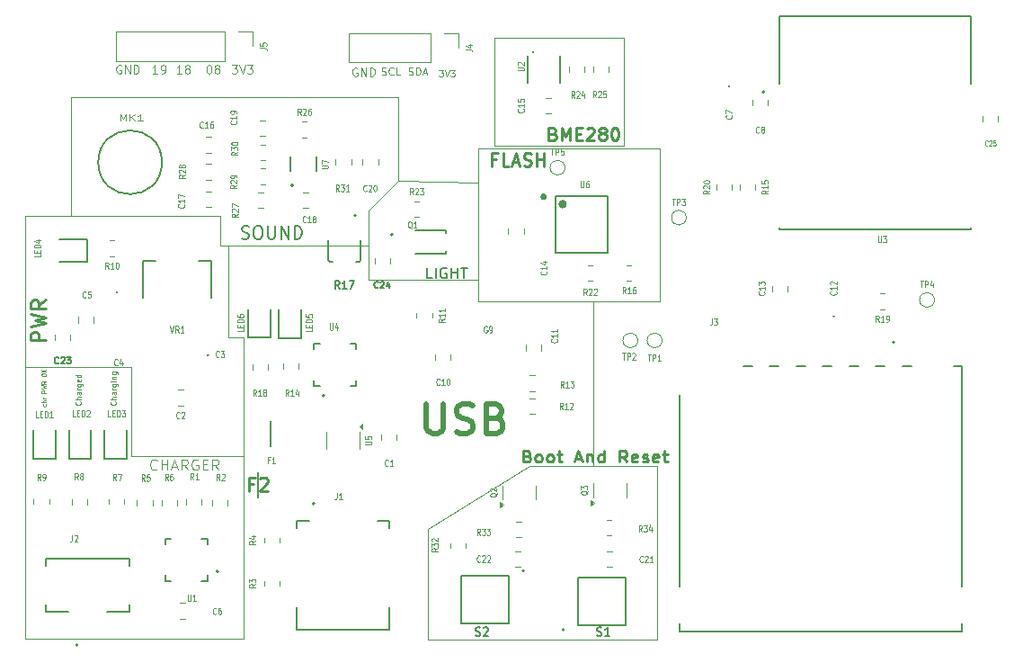
<source format=gto>
%TF.GenerationSoftware,KiCad,Pcbnew,9.0.4*%
%TF.CreationDate,2025-12-28T12:05:50+05:30*%
%TF.ProjectId,ESP-32 C3 demo project004,4553502d-3332-4204-9333-2064656d6f20,rev?*%
%TF.SameCoordinates,Original*%
%TF.FileFunction,Legend,Top*%
%TF.FilePolarity,Positive*%
%FSLAX45Y45*%
G04 Gerber Fmt 4.5, Leading zero omitted, Abs format (unit mm)*
G04 Created by KiCad (PCBNEW 9.0.4) date 2025-12-28 12:05:50*
%MOMM*%
%LPD*%
G01*
G04 APERTURE LIST*
%ADD10C,0.100000*%
%ADD11C,0.240000*%
%ADD12C,0.200000*%
%ADD13C,0.500000*%
%ADD14C,0.280000*%
%ADD15C,0.125000*%
%ADD16C,0.150000*%
%ADD17C,0.120000*%
%ADD18C,0.254000*%
%ADD19C,0.127000*%
%ADD20C,0.152400*%
%ADD21C,0.203200*%
G04 APERTURE END LIST*
D10*
X16090900Y-7198100D02*
X16090900Y-6330950D01*
X18592800Y-4381500D02*
X19812000Y-4381500D01*
X19526250Y-8407400D02*
X19526250Y-6858000D01*
X16230600Y-10033000D02*
X14173200Y-10033000D01*
X14605000Y-6057900D02*
X14185900Y-6057900D01*
X17970500Y-10045700D02*
X20129500Y-10045700D01*
X18592800Y-5397500D02*
X18592800Y-4381500D01*
X19812000Y-5397500D02*
X18592800Y-5397500D01*
X16230600Y-8318500D02*
X16230600Y-8407400D01*
X18440400Y-6858000D02*
X20154900Y-6858000D01*
X17691100Y-5727700D02*
X18440400Y-5740400D01*
X18440400Y-6654800D02*
X17411700Y-6654800D01*
X14173200Y-6057900D02*
X14173200Y-7480300D01*
X18440400Y-5740400D02*
X18440400Y-6654800D01*
X20154900Y-5422900D02*
X18440400Y-5422900D01*
X17411700Y-6330950D02*
X16014700Y-6330950D01*
X15176500Y-8318500D02*
X16230600Y-8318500D01*
X14173200Y-10033000D02*
X14173200Y-7480300D01*
X19812000Y-4381500D02*
X19812000Y-5397500D01*
X20154900Y-6858000D02*
X20154900Y-5422900D01*
X20129500Y-8407400D02*
X18923000Y-8407400D01*
X15176500Y-7480300D02*
X15176500Y-8318500D01*
X18923000Y-8407400D02*
X17970500Y-9004300D01*
X17691100Y-4940300D02*
X17691100Y-5727700D01*
X16014700Y-6330950D02*
X16014700Y-6057900D01*
X16230600Y-8318500D02*
X16230600Y-7198100D01*
X17970500Y-9004300D02*
X17970500Y-10045700D01*
X16014700Y-6057900D02*
X14605000Y-6057900D01*
X18440400Y-5422900D02*
X18440400Y-6858000D01*
X14605000Y-6057900D02*
X14605000Y-4940300D01*
X14605000Y-4940300D02*
X17691100Y-4940300D01*
X14173200Y-7480300D02*
X15176500Y-7480300D01*
X20129500Y-10045700D02*
X20129500Y-8407400D01*
X17411700Y-6654800D02*
X17411700Y-6007100D01*
X16230600Y-8407400D02*
X16230600Y-10033000D01*
X16230600Y-7198100D02*
X16090900Y-7198100D01*
X17411700Y-6007100D02*
X17691100Y-5727700D01*
X17787212Y-4724680D02*
X17797212Y-4728013D01*
X17797212Y-4728013D02*
X17813879Y-4728013D01*
X17813879Y-4728013D02*
X17820546Y-4724680D01*
X17820546Y-4724680D02*
X17823879Y-4721347D01*
X17823879Y-4721347D02*
X17827212Y-4714680D01*
X17827212Y-4714680D02*
X17827212Y-4708013D01*
X17827212Y-4708013D02*
X17823879Y-4701347D01*
X17823879Y-4701347D02*
X17820546Y-4698013D01*
X17820546Y-4698013D02*
X17813879Y-4694680D01*
X17813879Y-4694680D02*
X17800546Y-4691347D01*
X17800546Y-4691347D02*
X17793879Y-4688013D01*
X17793879Y-4688013D02*
X17790546Y-4684680D01*
X17790546Y-4684680D02*
X17787212Y-4678013D01*
X17787212Y-4678013D02*
X17787212Y-4671347D01*
X17787212Y-4671347D02*
X17790546Y-4664680D01*
X17790546Y-4664680D02*
X17793879Y-4661347D01*
X17793879Y-4661347D02*
X17800546Y-4658013D01*
X17800546Y-4658013D02*
X17817212Y-4658013D01*
X17817212Y-4658013D02*
X17827212Y-4661347D01*
X17857212Y-4728013D02*
X17857212Y-4658013D01*
X17857212Y-4658013D02*
X17873879Y-4658013D01*
X17873879Y-4658013D02*
X17883879Y-4661347D01*
X17883879Y-4661347D02*
X17890546Y-4668013D01*
X17890546Y-4668013D02*
X17893879Y-4674680D01*
X17893879Y-4674680D02*
X17897212Y-4688013D01*
X17897212Y-4688013D02*
X17897212Y-4698013D01*
X17897212Y-4698013D02*
X17893879Y-4711347D01*
X17893879Y-4711347D02*
X17890546Y-4718013D01*
X17890546Y-4718013D02*
X17883879Y-4724680D01*
X17883879Y-4724680D02*
X17873879Y-4728013D01*
X17873879Y-4728013D02*
X17857212Y-4728013D01*
X17923879Y-4708013D02*
X17957212Y-4708013D01*
X17917212Y-4728013D02*
X17940546Y-4658013D01*
X17940546Y-4658013D02*
X17963879Y-4728013D01*
D11*
X18613661Y-5521909D02*
X18573661Y-5521909D01*
X18573661Y-5584766D02*
X18573661Y-5464766D01*
X18573661Y-5464766D02*
X18630804Y-5464766D01*
X18733661Y-5584766D02*
X18676518Y-5584766D01*
X18676518Y-5584766D02*
X18676518Y-5464766D01*
X18767947Y-5550481D02*
X18825089Y-5550481D01*
X18756518Y-5584766D02*
X18796518Y-5464766D01*
X18796518Y-5464766D02*
X18836518Y-5584766D01*
X18870804Y-5579052D02*
X18887947Y-5584766D01*
X18887947Y-5584766D02*
X18916518Y-5584766D01*
X18916518Y-5584766D02*
X18927947Y-5579052D01*
X18927947Y-5579052D02*
X18933661Y-5573338D01*
X18933661Y-5573338D02*
X18939375Y-5561909D01*
X18939375Y-5561909D02*
X18939375Y-5550481D01*
X18939375Y-5550481D02*
X18933661Y-5539052D01*
X18933661Y-5539052D02*
X18927947Y-5533338D01*
X18927947Y-5533338D02*
X18916518Y-5527623D01*
X18916518Y-5527623D02*
X18893661Y-5521909D01*
X18893661Y-5521909D02*
X18882232Y-5516195D01*
X18882232Y-5516195D02*
X18876518Y-5510481D01*
X18876518Y-5510481D02*
X18870804Y-5499052D01*
X18870804Y-5499052D02*
X18870804Y-5487623D01*
X18870804Y-5487623D02*
X18876518Y-5476195D01*
X18876518Y-5476195D02*
X18882232Y-5470481D01*
X18882232Y-5470481D02*
X18893661Y-5464766D01*
X18893661Y-5464766D02*
X18922232Y-5464766D01*
X18922232Y-5464766D02*
X18939375Y-5470481D01*
X18990804Y-5584766D02*
X18990804Y-5464766D01*
X18990804Y-5521909D02*
X19059375Y-5521909D01*
X19059375Y-5584766D02*
X19059375Y-5464766D01*
D10*
X15903165Y-4634090D02*
X15910784Y-4634090D01*
X15910784Y-4634090D02*
X15918403Y-4637899D01*
X15918403Y-4637899D02*
X15922212Y-4641709D01*
X15922212Y-4641709D02*
X15926022Y-4649328D01*
X15926022Y-4649328D02*
X15929831Y-4664566D01*
X15929831Y-4664566D02*
X15929831Y-4683613D01*
X15929831Y-4683613D02*
X15926022Y-4698851D01*
X15926022Y-4698851D02*
X15922212Y-4706470D01*
X15922212Y-4706470D02*
X15918403Y-4710280D01*
X15918403Y-4710280D02*
X15910784Y-4714090D01*
X15910784Y-4714090D02*
X15903165Y-4714090D01*
X15903165Y-4714090D02*
X15895545Y-4710280D01*
X15895545Y-4710280D02*
X15891736Y-4706470D01*
X15891736Y-4706470D02*
X15887926Y-4698851D01*
X15887926Y-4698851D02*
X15884117Y-4683613D01*
X15884117Y-4683613D02*
X15884117Y-4664566D01*
X15884117Y-4664566D02*
X15887926Y-4649328D01*
X15887926Y-4649328D02*
X15891736Y-4641709D01*
X15891736Y-4641709D02*
X15895545Y-4637899D01*
X15895545Y-4637899D02*
X15903165Y-4634090D01*
X15975545Y-4668375D02*
X15967926Y-4664566D01*
X15967926Y-4664566D02*
X15964117Y-4660756D01*
X15964117Y-4660756D02*
X15960307Y-4653137D01*
X15960307Y-4653137D02*
X15960307Y-4649328D01*
X15960307Y-4649328D02*
X15964117Y-4641709D01*
X15964117Y-4641709D02*
X15967926Y-4637899D01*
X15967926Y-4637899D02*
X15975545Y-4634090D01*
X15975545Y-4634090D02*
X15990784Y-4634090D01*
X15990784Y-4634090D02*
X15998403Y-4637899D01*
X15998403Y-4637899D02*
X16002212Y-4641709D01*
X16002212Y-4641709D02*
X16006022Y-4649328D01*
X16006022Y-4649328D02*
X16006022Y-4653137D01*
X16006022Y-4653137D02*
X16002212Y-4660756D01*
X16002212Y-4660756D02*
X15998403Y-4664566D01*
X15998403Y-4664566D02*
X15990784Y-4668375D01*
X15990784Y-4668375D02*
X15975545Y-4668375D01*
X15975545Y-4668375D02*
X15967926Y-4672185D01*
X15967926Y-4672185D02*
X15964117Y-4675994D01*
X15964117Y-4675994D02*
X15960307Y-4683613D01*
X15960307Y-4683613D02*
X15960307Y-4698851D01*
X15960307Y-4698851D02*
X15964117Y-4706470D01*
X15964117Y-4706470D02*
X15967926Y-4710280D01*
X15967926Y-4710280D02*
X15975545Y-4714090D01*
X15975545Y-4714090D02*
X15990784Y-4714090D01*
X15990784Y-4714090D02*
X15998403Y-4710280D01*
X15998403Y-4710280D02*
X16002212Y-4706470D01*
X16002212Y-4706470D02*
X16006022Y-4698851D01*
X16006022Y-4698851D02*
X16006022Y-4683613D01*
X16006022Y-4683613D02*
X16002212Y-4675994D01*
X16002212Y-4675994D02*
X15998403Y-4672185D01*
X15998403Y-4672185D02*
X15990784Y-4668375D01*
D12*
X18010636Y-6641522D02*
X17963017Y-6641522D01*
X17963017Y-6641522D02*
X17963017Y-6541522D01*
X18043970Y-6641522D02*
X18043970Y-6541522D01*
X18143970Y-6546284D02*
X18134446Y-6541522D01*
X18134446Y-6541522D02*
X18120160Y-6541522D01*
X18120160Y-6541522D02*
X18105874Y-6546284D01*
X18105874Y-6546284D02*
X18096351Y-6555808D01*
X18096351Y-6555808D02*
X18091589Y-6565331D01*
X18091589Y-6565331D02*
X18086827Y-6584379D01*
X18086827Y-6584379D02*
X18086827Y-6598665D01*
X18086827Y-6598665D02*
X18091589Y-6617712D01*
X18091589Y-6617712D02*
X18096351Y-6627236D01*
X18096351Y-6627236D02*
X18105874Y-6636760D01*
X18105874Y-6636760D02*
X18120160Y-6641522D01*
X18120160Y-6641522D02*
X18129684Y-6641522D01*
X18129684Y-6641522D02*
X18143970Y-6636760D01*
X18143970Y-6636760D02*
X18148732Y-6631998D01*
X18148732Y-6631998D02*
X18148732Y-6598665D01*
X18148732Y-6598665D02*
X18129684Y-6598665D01*
X18191589Y-6641522D02*
X18191589Y-6541522D01*
X18191589Y-6589141D02*
X18248732Y-6589141D01*
X18248732Y-6641522D02*
X18248732Y-6541522D01*
X18282065Y-6541522D02*
X18339208Y-6541522D01*
X18310636Y-6641522D02*
X18310636Y-6541522D01*
D10*
X15025399Y-7801545D02*
X15027780Y-7803926D01*
X15027780Y-7803926D02*
X15030161Y-7811069D01*
X15030161Y-7811069D02*
X15030161Y-7815831D01*
X15030161Y-7815831D02*
X15027780Y-7822973D01*
X15027780Y-7822973D02*
X15023018Y-7827735D01*
X15023018Y-7827735D02*
X15018256Y-7830116D01*
X15018256Y-7830116D02*
X15008732Y-7832497D01*
X15008732Y-7832497D02*
X15001589Y-7832497D01*
X15001589Y-7832497D02*
X14992066Y-7830116D01*
X14992066Y-7830116D02*
X14987304Y-7827735D01*
X14987304Y-7827735D02*
X14982542Y-7822973D01*
X14982542Y-7822973D02*
X14980161Y-7815831D01*
X14980161Y-7815831D02*
X14980161Y-7811069D01*
X14980161Y-7811069D02*
X14982542Y-7803926D01*
X14982542Y-7803926D02*
X14984923Y-7801545D01*
X15030161Y-7780116D02*
X14980161Y-7780116D01*
X15030161Y-7758688D02*
X15003970Y-7758688D01*
X15003970Y-7758688D02*
X14999208Y-7761069D01*
X14999208Y-7761069D02*
X14996828Y-7765831D01*
X14996828Y-7765831D02*
X14996828Y-7772973D01*
X14996828Y-7772973D02*
X14999208Y-7777735D01*
X14999208Y-7777735D02*
X15001589Y-7780116D01*
X15030161Y-7713450D02*
X15003970Y-7713450D01*
X15003970Y-7713450D02*
X14999208Y-7715831D01*
X14999208Y-7715831D02*
X14996828Y-7720592D01*
X14996828Y-7720592D02*
X14996828Y-7730116D01*
X14996828Y-7730116D02*
X14999208Y-7734878D01*
X15027780Y-7713450D02*
X15030161Y-7718211D01*
X15030161Y-7718211D02*
X15030161Y-7730116D01*
X15030161Y-7730116D02*
X15027780Y-7734878D01*
X15027780Y-7734878D02*
X15023018Y-7737259D01*
X15023018Y-7737259D02*
X15018256Y-7737259D01*
X15018256Y-7737259D02*
X15013494Y-7734878D01*
X15013494Y-7734878D02*
X15011113Y-7730116D01*
X15011113Y-7730116D02*
X15011113Y-7718211D01*
X15011113Y-7718211D02*
X15008732Y-7713450D01*
X15030161Y-7689640D02*
X14996828Y-7689640D01*
X15006351Y-7689640D02*
X15001589Y-7687259D01*
X15001589Y-7687259D02*
X14999208Y-7684878D01*
X14999208Y-7684878D02*
X14996828Y-7680116D01*
X14996828Y-7680116D02*
X14996828Y-7675354D01*
X14996828Y-7637259D02*
X15037304Y-7637259D01*
X15037304Y-7637259D02*
X15042066Y-7639640D01*
X15042066Y-7639640D02*
X15044447Y-7642021D01*
X15044447Y-7642021D02*
X15046828Y-7646783D01*
X15046828Y-7646783D02*
X15046828Y-7653926D01*
X15046828Y-7653926D02*
X15044447Y-7658688D01*
X15027780Y-7637259D02*
X15030161Y-7642021D01*
X15030161Y-7642021D02*
X15030161Y-7651545D01*
X15030161Y-7651545D02*
X15027780Y-7656307D01*
X15027780Y-7656307D02*
X15025399Y-7658688D01*
X15025399Y-7658688D02*
X15020637Y-7661069D01*
X15020637Y-7661069D02*
X15006351Y-7661069D01*
X15006351Y-7661069D02*
X15001589Y-7658688D01*
X15001589Y-7658688D02*
X14999208Y-7656307D01*
X14999208Y-7656307D02*
X14996828Y-7651545D01*
X14996828Y-7651545D02*
X14996828Y-7642021D01*
X14996828Y-7642021D02*
X14999208Y-7637259D01*
X15030161Y-7613450D02*
X14996828Y-7613450D01*
X14980161Y-7613450D02*
X14982542Y-7615830D01*
X14982542Y-7615830D02*
X14984923Y-7613450D01*
X14984923Y-7613450D02*
X14982542Y-7611069D01*
X14982542Y-7611069D02*
X14980161Y-7613450D01*
X14980161Y-7613450D02*
X14984923Y-7613450D01*
X14996828Y-7589640D02*
X15030161Y-7589640D01*
X15001589Y-7589640D02*
X14999208Y-7587259D01*
X14999208Y-7587259D02*
X14996828Y-7582497D01*
X14996828Y-7582497D02*
X14996828Y-7575354D01*
X14996828Y-7575354D02*
X14999208Y-7570592D01*
X14999208Y-7570592D02*
X15003970Y-7568211D01*
X15003970Y-7568211D02*
X15030161Y-7568211D01*
X14996828Y-7522973D02*
X15037304Y-7522973D01*
X15037304Y-7522973D02*
X15042066Y-7525354D01*
X15042066Y-7525354D02*
X15044447Y-7527735D01*
X15044447Y-7527735D02*
X15046828Y-7532497D01*
X15046828Y-7532497D02*
X15046828Y-7539640D01*
X15046828Y-7539640D02*
X15044447Y-7544402D01*
X15027780Y-7522973D02*
X15030161Y-7527735D01*
X15030161Y-7527735D02*
X15030161Y-7537259D01*
X15030161Y-7537259D02*
X15027780Y-7542021D01*
X15027780Y-7542021D02*
X15025399Y-7544402D01*
X15025399Y-7544402D02*
X15020637Y-7546783D01*
X15020637Y-7546783D02*
X15006351Y-7546783D01*
X15006351Y-7546783D02*
X15001589Y-7544402D01*
X15001589Y-7544402D02*
X14999208Y-7542021D01*
X14999208Y-7542021D02*
X14996828Y-7537259D01*
X14996828Y-7537259D02*
X14996828Y-7527735D01*
X14996828Y-7527735D02*
X14999208Y-7522973D01*
D11*
X19147061Y-5280609D02*
X19164204Y-5286323D01*
X19164204Y-5286323D02*
X19169918Y-5292038D01*
X19169918Y-5292038D02*
X19175632Y-5303466D01*
X19175632Y-5303466D02*
X19175632Y-5320609D01*
X19175632Y-5320609D02*
X19169918Y-5332038D01*
X19169918Y-5332038D02*
X19164204Y-5337752D01*
X19164204Y-5337752D02*
X19152775Y-5343466D01*
X19152775Y-5343466D02*
X19107061Y-5343466D01*
X19107061Y-5343466D02*
X19107061Y-5223466D01*
X19107061Y-5223466D02*
X19147061Y-5223466D01*
X19147061Y-5223466D02*
X19158489Y-5229181D01*
X19158489Y-5229181D02*
X19164204Y-5234895D01*
X19164204Y-5234895D02*
X19169918Y-5246323D01*
X19169918Y-5246323D02*
X19169918Y-5257752D01*
X19169918Y-5257752D02*
X19164204Y-5269181D01*
X19164204Y-5269181D02*
X19158489Y-5274895D01*
X19158489Y-5274895D02*
X19147061Y-5280609D01*
X19147061Y-5280609D02*
X19107061Y-5280609D01*
X19227061Y-5343466D02*
X19227061Y-5223466D01*
X19227061Y-5223466D02*
X19267061Y-5309181D01*
X19267061Y-5309181D02*
X19307061Y-5223466D01*
X19307061Y-5223466D02*
X19307061Y-5343466D01*
X19364204Y-5280609D02*
X19404204Y-5280609D01*
X19421347Y-5343466D02*
X19364204Y-5343466D01*
X19364204Y-5343466D02*
X19364204Y-5223466D01*
X19364204Y-5223466D02*
X19421347Y-5223466D01*
X19467061Y-5234895D02*
X19472775Y-5229181D01*
X19472775Y-5229181D02*
X19484204Y-5223466D01*
X19484204Y-5223466D02*
X19512775Y-5223466D01*
X19512775Y-5223466D02*
X19524204Y-5229181D01*
X19524204Y-5229181D02*
X19529918Y-5234895D01*
X19529918Y-5234895D02*
X19535632Y-5246323D01*
X19535632Y-5246323D02*
X19535632Y-5257752D01*
X19535632Y-5257752D02*
X19529918Y-5274895D01*
X19529918Y-5274895D02*
X19461347Y-5343466D01*
X19461347Y-5343466D02*
X19535632Y-5343466D01*
X19604204Y-5274895D02*
X19592775Y-5269181D01*
X19592775Y-5269181D02*
X19587061Y-5263466D01*
X19587061Y-5263466D02*
X19581347Y-5252038D01*
X19581347Y-5252038D02*
X19581347Y-5246323D01*
X19581347Y-5246323D02*
X19587061Y-5234895D01*
X19587061Y-5234895D02*
X19592775Y-5229181D01*
X19592775Y-5229181D02*
X19604204Y-5223466D01*
X19604204Y-5223466D02*
X19627061Y-5223466D01*
X19627061Y-5223466D02*
X19638489Y-5229181D01*
X19638489Y-5229181D02*
X19644204Y-5234895D01*
X19644204Y-5234895D02*
X19649918Y-5246323D01*
X19649918Y-5246323D02*
X19649918Y-5252038D01*
X19649918Y-5252038D02*
X19644204Y-5263466D01*
X19644204Y-5263466D02*
X19638489Y-5269181D01*
X19638489Y-5269181D02*
X19627061Y-5274895D01*
X19627061Y-5274895D02*
X19604204Y-5274895D01*
X19604204Y-5274895D02*
X19592775Y-5280609D01*
X19592775Y-5280609D02*
X19587061Y-5286323D01*
X19587061Y-5286323D02*
X19581347Y-5297752D01*
X19581347Y-5297752D02*
X19581347Y-5320609D01*
X19581347Y-5320609D02*
X19587061Y-5332038D01*
X19587061Y-5332038D02*
X19592775Y-5337752D01*
X19592775Y-5337752D02*
X19604204Y-5343466D01*
X19604204Y-5343466D02*
X19627061Y-5343466D01*
X19627061Y-5343466D02*
X19638489Y-5337752D01*
X19638489Y-5337752D02*
X19644204Y-5332038D01*
X19644204Y-5332038D02*
X19649918Y-5320609D01*
X19649918Y-5320609D02*
X19649918Y-5297752D01*
X19649918Y-5297752D02*
X19644204Y-5286323D01*
X19644204Y-5286323D02*
X19638489Y-5280609D01*
X19638489Y-5280609D02*
X19627061Y-5274895D01*
X19724204Y-5223466D02*
X19735632Y-5223466D01*
X19735632Y-5223466D02*
X19747061Y-5229181D01*
X19747061Y-5229181D02*
X19752775Y-5234895D01*
X19752775Y-5234895D02*
X19758489Y-5246323D01*
X19758489Y-5246323D02*
X19764204Y-5269181D01*
X19764204Y-5269181D02*
X19764204Y-5297752D01*
X19764204Y-5297752D02*
X19758489Y-5320609D01*
X19758489Y-5320609D02*
X19752775Y-5332038D01*
X19752775Y-5332038D02*
X19747061Y-5337752D01*
X19747061Y-5337752D02*
X19735632Y-5343466D01*
X19735632Y-5343466D02*
X19724204Y-5343466D01*
X19724204Y-5343466D02*
X19712775Y-5337752D01*
X19712775Y-5337752D02*
X19707061Y-5332038D01*
X19707061Y-5332038D02*
X19701347Y-5320609D01*
X19701347Y-5320609D02*
X19695632Y-5297752D01*
X19695632Y-5297752D02*
X19695632Y-5269181D01*
X19695632Y-5269181D02*
X19701347Y-5246323D01*
X19701347Y-5246323D02*
X19707061Y-5234895D01*
X19707061Y-5234895D02*
X19712775Y-5229181D01*
X19712775Y-5229181D02*
X19724204Y-5223466D01*
D10*
X14369080Y-7828054D02*
X14370985Y-7831864D01*
X14370985Y-7831864D02*
X14370985Y-7839483D01*
X14370985Y-7839483D02*
X14369080Y-7843292D01*
X14369080Y-7843292D02*
X14367175Y-7845197D01*
X14367175Y-7845197D02*
X14363366Y-7847102D01*
X14363366Y-7847102D02*
X14351937Y-7847102D01*
X14351937Y-7847102D02*
X14348128Y-7845197D01*
X14348128Y-7845197D02*
X14346223Y-7843292D01*
X14346223Y-7843292D02*
X14344318Y-7839483D01*
X14344318Y-7839483D02*
X14344318Y-7831864D01*
X14344318Y-7831864D02*
X14346223Y-7828054D01*
X14370985Y-7810911D02*
X14330985Y-7810911D01*
X14370985Y-7793769D02*
X14350032Y-7793769D01*
X14350032Y-7793769D02*
X14346223Y-7795673D01*
X14346223Y-7795673D02*
X14344318Y-7799483D01*
X14344318Y-7799483D02*
X14344318Y-7805197D01*
X14344318Y-7805197D02*
X14346223Y-7809007D01*
X14346223Y-7809007D02*
X14348128Y-7810911D01*
X14370985Y-7774721D02*
X14344318Y-7774721D01*
X14351937Y-7774721D02*
X14348128Y-7772816D01*
X14348128Y-7772816D02*
X14346223Y-7770911D01*
X14346223Y-7770911D02*
X14344318Y-7767102D01*
X14344318Y-7767102D02*
X14344318Y-7763292D01*
X14370985Y-7719483D02*
X14330985Y-7719483D01*
X14330985Y-7719483D02*
X14330985Y-7704245D01*
X14330985Y-7704245D02*
X14332889Y-7700435D01*
X14332889Y-7700435D02*
X14334794Y-7698531D01*
X14334794Y-7698531D02*
X14338604Y-7696626D01*
X14338604Y-7696626D02*
X14344318Y-7696626D01*
X14344318Y-7696626D02*
X14348128Y-7698531D01*
X14348128Y-7698531D02*
X14350032Y-7700435D01*
X14350032Y-7700435D02*
X14351937Y-7704245D01*
X14351937Y-7704245D02*
X14351937Y-7719483D01*
X14330985Y-7683292D02*
X14370985Y-7673769D01*
X14370985Y-7673769D02*
X14342413Y-7666150D01*
X14342413Y-7666150D02*
X14370985Y-7658531D01*
X14370985Y-7658531D02*
X14330985Y-7649007D01*
X14370985Y-7610911D02*
X14351937Y-7624245D01*
X14370985Y-7633769D02*
X14330985Y-7633769D01*
X14330985Y-7633769D02*
X14330985Y-7618530D01*
X14330985Y-7618530D02*
X14332889Y-7614721D01*
X14332889Y-7614721D02*
X14334794Y-7612816D01*
X14334794Y-7612816D02*
X14338604Y-7610911D01*
X14338604Y-7610911D02*
X14344318Y-7610911D01*
X14344318Y-7610911D02*
X14348128Y-7612816D01*
X14348128Y-7612816D02*
X14350032Y-7614721D01*
X14350032Y-7614721D02*
X14351937Y-7618530D01*
X14351937Y-7618530D02*
X14351937Y-7633769D01*
X14330985Y-7555673D02*
X14330985Y-7548054D01*
X14330985Y-7548054D02*
X14332889Y-7544245D01*
X14332889Y-7544245D02*
X14336699Y-7540435D01*
X14336699Y-7540435D02*
X14344318Y-7538530D01*
X14344318Y-7538530D02*
X14357651Y-7538530D01*
X14357651Y-7538530D02*
X14365270Y-7540435D01*
X14365270Y-7540435D02*
X14369080Y-7544245D01*
X14369080Y-7544245D02*
X14370985Y-7548054D01*
X14370985Y-7548054D02*
X14370985Y-7555673D01*
X14370985Y-7555673D02*
X14369080Y-7559483D01*
X14369080Y-7559483D02*
X14365270Y-7563292D01*
X14365270Y-7563292D02*
X14357651Y-7565197D01*
X14357651Y-7565197D02*
X14344318Y-7565197D01*
X14344318Y-7565197D02*
X14336699Y-7563292D01*
X14336699Y-7563292D02*
X14332889Y-7559483D01*
X14332889Y-7559483D02*
X14330985Y-7555673D01*
X14370985Y-7521388D02*
X14330985Y-7521388D01*
X14370985Y-7498530D02*
X14348128Y-7515673D01*
X14330985Y-7498530D02*
X14353842Y-7521388D01*
X16121607Y-4634090D02*
X16171131Y-4634090D01*
X16171131Y-4634090D02*
X16144465Y-4664566D01*
X16144465Y-4664566D02*
X16155893Y-4664566D01*
X16155893Y-4664566D02*
X16163512Y-4668375D01*
X16163512Y-4668375D02*
X16167322Y-4672185D01*
X16167322Y-4672185D02*
X16171131Y-4679804D01*
X16171131Y-4679804D02*
X16171131Y-4698851D01*
X16171131Y-4698851D02*
X16167322Y-4706470D01*
X16167322Y-4706470D02*
X16163512Y-4710280D01*
X16163512Y-4710280D02*
X16155893Y-4714090D01*
X16155893Y-4714090D02*
X16133036Y-4714090D01*
X16133036Y-4714090D02*
X16125417Y-4710280D01*
X16125417Y-4710280D02*
X16121607Y-4706470D01*
X16193988Y-4634090D02*
X16220655Y-4714090D01*
X16220655Y-4714090D02*
X16247322Y-4634090D01*
X16266369Y-4634090D02*
X16315893Y-4634090D01*
X16315893Y-4634090D02*
X16289226Y-4664566D01*
X16289226Y-4664566D02*
X16300655Y-4664566D01*
X16300655Y-4664566D02*
X16308274Y-4668375D01*
X16308274Y-4668375D02*
X16312084Y-4672185D01*
X16312084Y-4672185D02*
X16315893Y-4679804D01*
X16315893Y-4679804D02*
X16315893Y-4698851D01*
X16315893Y-4698851D02*
X16312084Y-4706470D01*
X16312084Y-4706470D02*
X16308274Y-4710280D01*
X16308274Y-4710280D02*
X16300655Y-4714090D01*
X16300655Y-4714090D02*
X16277798Y-4714090D01*
X16277798Y-4714090D02*
X16270179Y-4710280D01*
X16270179Y-4710280D02*
X16266369Y-4706470D01*
X15078931Y-4637899D02*
X15071312Y-4634090D01*
X15071312Y-4634090D02*
X15059884Y-4634090D01*
X15059884Y-4634090D02*
X15048455Y-4637899D01*
X15048455Y-4637899D02*
X15040836Y-4645518D01*
X15040836Y-4645518D02*
X15037026Y-4653137D01*
X15037026Y-4653137D02*
X15033217Y-4668375D01*
X15033217Y-4668375D02*
X15033217Y-4679804D01*
X15033217Y-4679804D02*
X15037026Y-4695042D01*
X15037026Y-4695042D02*
X15040836Y-4702661D01*
X15040836Y-4702661D02*
X15048455Y-4710280D01*
X15048455Y-4710280D02*
X15059884Y-4714090D01*
X15059884Y-4714090D02*
X15067503Y-4714090D01*
X15067503Y-4714090D02*
X15078931Y-4710280D01*
X15078931Y-4710280D02*
X15082741Y-4706470D01*
X15082741Y-4706470D02*
X15082741Y-4679804D01*
X15082741Y-4679804D02*
X15067503Y-4679804D01*
X15117026Y-4714090D02*
X15117026Y-4634090D01*
X15117026Y-4634090D02*
X15162741Y-4714090D01*
X15162741Y-4714090D02*
X15162741Y-4634090D01*
X15200836Y-4714090D02*
X15200836Y-4634090D01*
X15200836Y-4634090D02*
X15219884Y-4634090D01*
X15219884Y-4634090D02*
X15231312Y-4637899D01*
X15231312Y-4637899D02*
X15238931Y-4645518D01*
X15238931Y-4645518D02*
X15242741Y-4653137D01*
X15242741Y-4653137D02*
X15246550Y-4668375D01*
X15246550Y-4668375D02*
X15246550Y-4679804D01*
X15246550Y-4679804D02*
X15242741Y-4695042D01*
X15242741Y-4695042D02*
X15238931Y-4702661D01*
X15238931Y-4702661D02*
X15231312Y-4710280D01*
X15231312Y-4710280D02*
X15219884Y-4714090D01*
X15219884Y-4714090D02*
X15200836Y-4714090D01*
X15416431Y-8435918D02*
X15411669Y-8440680D01*
X15411669Y-8440680D02*
X15397384Y-8445442D01*
X15397384Y-8445442D02*
X15387860Y-8445442D01*
X15387860Y-8445442D02*
X15373574Y-8440680D01*
X15373574Y-8440680D02*
X15364050Y-8431156D01*
X15364050Y-8431156D02*
X15359288Y-8421632D01*
X15359288Y-8421632D02*
X15354526Y-8402585D01*
X15354526Y-8402585D02*
X15354526Y-8388299D01*
X15354526Y-8388299D02*
X15359288Y-8369251D01*
X15359288Y-8369251D02*
X15364050Y-8359728D01*
X15364050Y-8359728D02*
X15373574Y-8350204D01*
X15373574Y-8350204D02*
X15387860Y-8345442D01*
X15387860Y-8345442D02*
X15397384Y-8345442D01*
X15397384Y-8345442D02*
X15411669Y-8350204D01*
X15411669Y-8350204D02*
X15416431Y-8354966D01*
X15459288Y-8445442D02*
X15459288Y-8345442D01*
X15459288Y-8393061D02*
X15516431Y-8393061D01*
X15516431Y-8445442D02*
X15516431Y-8345442D01*
X15559288Y-8416870D02*
X15606907Y-8416870D01*
X15549765Y-8445442D02*
X15583098Y-8345442D01*
X15583098Y-8345442D02*
X15616431Y-8445442D01*
X15706907Y-8445442D02*
X15673574Y-8397823D01*
X15649765Y-8445442D02*
X15649765Y-8345442D01*
X15649765Y-8345442D02*
X15687860Y-8345442D01*
X15687860Y-8345442D02*
X15697384Y-8350204D01*
X15697384Y-8350204D02*
X15702145Y-8354966D01*
X15702145Y-8354966D02*
X15706907Y-8364489D01*
X15706907Y-8364489D02*
X15706907Y-8378775D01*
X15706907Y-8378775D02*
X15702145Y-8388299D01*
X15702145Y-8388299D02*
X15697384Y-8393061D01*
X15697384Y-8393061D02*
X15687860Y-8397823D01*
X15687860Y-8397823D02*
X15649765Y-8397823D01*
X15802145Y-8350204D02*
X15792622Y-8345442D01*
X15792622Y-8345442D02*
X15778336Y-8345442D01*
X15778336Y-8345442D02*
X15764050Y-8350204D01*
X15764050Y-8350204D02*
X15754526Y-8359728D01*
X15754526Y-8359728D02*
X15749765Y-8369251D01*
X15749765Y-8369251D02*
X15745003Y-8388299D01*
X15745003Y-8388299D02*
X15745003Y-8402585D01*
X15745003Y-8402585D02*
X15749765Y-8421632D01*
X15749765Y-8421632D02*
X15754526Y-8431156D01*
X15754526Y-8431156D02*
X15764050Y-8440680D01*
X15764050Y-8440680D02*
X15778336Y-8445442D01*
X15778336Y-8445442D02*
X15787860Y-8445442D01*
X15787860Y-8445442D02*
X15802145Y-8440680D01*
X15802145Y-8440680D02*
X15806907Y-8435918D01*
X15806907Y-8435918D02*
X15806907Y-8402585D01*
X15806907Y-8402585D02*
X15787860Y-8402585D01*
X15849765Y-8393061D02*
X15883098Y-8393061D01*
X15897384Y-8445442D02*
X15849765Y-8445442D01*
X15849765Y-8445442D02*
X15849765Y-8345442D01*
X15849765Y-8345442D02*
X15897384Y-8345442D01*
X15997384Y-8445442D02*
X15964050Y-8397823D01*
X15940241Y-8445442D02*
X15940241Y-8345442D01*
X15940241Y-8345442D02*
X15978336Y-8345442D01*
X15978336Y-8345442D02*
X15987860Y-8350204D01*
X15987860Y-8350204D02*
X15992622Y-8354966D01*
X15992622Y-8354966D02*
X15997384Y-8364489D01*
X15997384Y-8364489D02*
X15997384Y-8378775D01*
X15997384Y-8378775D02*
X15992622Y-8388299D01*
X15992622Y-8388299D02*
X15987860Y-8393061D01*
X15987860Y-8393061D02*
X15978336Y-8397823D01*
X15978336Y-8397823D02*
X15940241Y-8397823D01*
D13*
X17955761Y-7823833D02*
X17955761Y-8050500D01*
X17955761Y-8050500D02*
X17969095Y-8077167D01*
X17969095Y-8077167D02*
X17982428Y-8090500D01*
X17982428Y-8090500D02*
X18009095Y-8103833D01*
X18009095Y-8103833D02*
X18062428Y-8103833D01*
X18062428Y-8103833D02*
X18089095Y-8090500D01*
X18089095Y-8090500D02*
X18102428Y-8077167D01*
X18102428Y-8077167D02*
X18115761Y-8050500D01*
X18115761Y-8050500D02*
X18115761Y-7823833D01*
X18235761Y-8090500D02*
X18275761Y-8103833D01*
X18275761Y-8103833D02*
X18342428Y-8103833D01*
X18342428Y-8103833D02*
X18369095Y-8090500D01*
X18369095Y-8090500D02*
X18382428Y-8077167D01*
X18382428Y-8077167D02*
X18395761Y-8050500D01*
X18395761Y-8050500D02*
X18395761Y-8023833D01*
X18395761Y-8023833D02*
X18382428Y-7997167D01*
X18382428Y-7997167D02*
X18369095Y-7983833D01*
X18369095Y-7983833D02*
X18342428Y-7970500D01*
X18342428Y-7970500D02*
X18289095Y-7957167D01*
X18289095Y-7957167D02*
X18262428Y-7943833D01*
X18262428Y-7943833D02*
X18249095Y-7930500D01*
X18249095Y-7930500D02*
X18235761Y-7903833D01*
X18235761Y-7903833D02*
X18235761Y-7877167D01*
X18235761Y-7877167D02*
X18249095Y-7850500D01*
X18249095Y-7850500D02*
X18262428Y-7837167D01*
X18262428Y-7837167D02*
X18289095Y-7823833D01*
X18289095Y-7823833D02*
X18355761Y-7823833D01*
X18355761Y-7823833D02*
X18395761Y-7837167D01*
X18609095Y-7957167D02*
X18649095Y-7970500D01*
X18649095Y-7970500D02*
X18662428Y-7983833D01*
X18662428Y-7983833D02*
X18675761Y-8010500D01*
X18675761Y-8010500D02*
X18675761Y-8050500D01*
X18675761Y-8050500D02*
X18662428Y-8077167D01*
X18662428Y-8077167D02*
X18649095Y-8090500D01*
X18649095Y-8090500D02*
X18622428Y-8103833D01*
X18622428Y-8103833D02*
X18515761Y-8103833D01*
X18515761Y-8103833D02*
X18515761Y-7823833D01*
X18515761Y-7823833D02*
X18609095Y-7823833D01*
X18609095Y-7823833D02*
X18635761Y-7837167D01*
X18635761Y-7837167D02*
X18649095Y-7850500D01*
X18649095Y-7850500D02*
X18662428Y-7877167D01*
X18662428Y-7877167D02*
X18662428Y-7903833D01*
X18662428Y-7903833D02*
X18649095Y-7930500D01*
X18649095Y-7930500D02*
X18635761Y-7943833D01*
X18635761Y-7943833D02*
X18609095Y-7957167D01*
X18609095Y-7957167D02*
X18515761Y-7957167D01*
D11*
X18905761Y-8316133D02*
X18922904Y-8320895D01*
X18922904Y-8320895D02*
X18928618Y-8325657D01*
X18928618Y-8325657D02*
X18934332Y-8335180D01*
X18934332Y-8335180D02*
X18934332Y-8349466D01*
X18934332Y-8349466D02*
X18928618Y-8358990D01*
X18928618Y-8358990D02*
X18922904Y-8363752D01*
X18922904Y-8363752D02*
X18911475Y-8368514D01*
X18911475Y-8368514D02*
X18865761Y-8368514D01*
X18865761Y-8368514D02*
X18865761Y-8268514D01*
X18865761Y-8268514D02*
X18905761Y-8268514D01*
X18905761Y-8268514D02*
X18917189Y-8273276D01*
X18917189Y-8273276D02*
X18922904Y-8278038D01*
X18922904Y-8278038D02*
X18928618Y-8287561D01*
X18928618Y-8287561D02*
X18928618Y-8297085D01*
X18928618Y-8297085D02*
X18922904Y-8306609D01*
X18922904Y-8306609D02*
X18917189Y-8311371D01*
X18917189Y-8311371D02*
X18905761Y-8316133D01*
X18905761Y-8316133D02*
X18865761Y-8316133D01*
X19002904Y-8368514D02*
X18991475Y-8363752D01*
X18991475Y-8363752D02*
X18985761Y-8358990D01*
X18985761Y-8358990D02*
X18980047Y-8349466D01*
X18980047Y-8349466D02*
X18980047Y-8320895D01*
X18980047Y-8320895D02*
X18985761Y-8311371D01*
X18985761Y-8311371D02*
X18991475Y-8306609D01*
X18991475Y-8306609D02*
X19002904Y-8301847D01*
X19002904Y-8301847D02*
X19020047Y-8301847D01*
X19020047Y-8301847D02*
X19031475Y-8306609D01*
X19031475Y-8306609D02*
X19037189Y-8311371D01*
X19037189Y-8311371D02*
X19042904Y-8320895D01*
X19042904Y-8320895D02*
X19042904Y-8349466D01*
X19042904Y-8349466D02*
X19037189Y-8358990D01*
X19037189Y-8358990D02*
X19031475Y-8363752D01*
X19031475Y-8363752D02*
X19020047Y-8368514D01*
X19020047Y-8368514D02*
X19002904Y-8368514D01*
X19111475Y-8368514D02*
X19100047Y-8363752D01*
X19100047Y-8363752D02*
X19094332Y-8358990D01*
X19094332Y-8358990D02*
X19088618Y-8349466D01*
X19088618Y-8349466D02*
X19088618Y-8320895D01*
X19088618Y-8320895D02*
X19094332Y-8311371D01*
X19094332Y-8311371D02*
X19100047Y-8306609D01*
X19100047Y-8306609D02*
X19111475Y-8301847D01*
X19111475Y-8301847D02*
X19128618Y-8301847D01*
X19128618Y-8301847D02*
X19140047Y-8306609D01*
X19140047Y-8306609D02*
X19145761Y-8311371D01*
X19145761Y-8311371D02*
X19151475Y-8320895D01*
X19151475Y-8320895D02*
X19151475Y-8349466D01*
X19151475Y-8349466D02*
X19145761Y-8358990D01*
X19145761Y-8358990D02*
X19140047Y-8363752D01*
X19140047Y-8363752D02*
X19128618Y-8368514D01*
X19128618Y-8368514D02*
X19111475Y-8368514D01*
X19185761Y-8301847D02*
X19231475Y-8301847D01*
X19202904Y-8268514D02*
X19202904Y-8354228D01*
X19202904Y-8354228D02*
X19208618Y-8363752D01*
X19208618Y-8363752D02*
X19220046Y-8368514D01*
X19220046Y-8368514D02*
X19231475Y-8368514D01*
X19357189Y-8339942D02*
X19414332Y-8339942D01*
X19345761Y-8368514D02*
X19385761Y-8268514D01*
X19385761Y-8268514D02*
X19425761Y-8368514D01*
X19465761Y-8301847D02*
X19465761Y-8368514D01*
X19465761Y-8311371D02*
X19471475Y-8306609D01*
X19471475Y-8306609D02*
X19482904Y-8301847D01*
X19482904Y-8301847D02*
X19500046Y-8301847D01*
X19500046Y-8301847D02*
X19511475Y-8306609D01*
X19511475Y-8306609D02*
X19517189Y-8316133D01*
X19517189Y-8316133D02*
X19517189Y-8368514D01*
X19625761Y-8368514D02*
X19625761Y-8268514D01*
X19625761Y-8363752D02*
X19614332Y-8368514D01*
X19614332Y-8368514D02*
X19591475Y-8368514D01*
X19591475Y-8368514D02*
X19580046Y-8363752D01*
X19580046Y-8363752D02*
X19574332Y-8358990D01*
X19574332Y-8358990D02*
X19568618Y-8349466D01*
X19568618Y-8349466D02*
X19568618Y-8320895D01*
X19568618Y-8320895D02*
X19574332Y-8311371D01*
X19574332Y-8311371D02*
X19580046Y-8306609D01*
X19580046Y-8306609D02*
X19591475Y-8301847D01*
X19591475Y-8301847D02*
X19614332Y-8301847D01*
X19614332Y-8301847D02*
X19625761Y-8306609D01*
X19842904Y-8368514D02*
X19802904Y-8320895D01*
X19774332Y-8368514D02*
X19774332Y-8268514D01*
X19774332Y-8268514D02*
X19820046Y-8268514D01*
X19820046Y-8268514D02*
X19831475Y-8273276D01*
X19831475Y-8273276D02*
X19837189Y-8278038D01*
X19837189Y-8278038D02*
X19842904Y-8287561D01*
X19842904Y-8287561D02*
X19842904Y-8301847D01*
X19842904Y-8301847D02*
X19837189Y-8311371D01*
X19837189Y-8311371D02*
X19831475Y-8316133D01*
X19831475Y-8316133D02*
X19820046Y-8320895D01*
X19820046Y-8320895D02*
X19774332Y-8320895D01*
X19940046Y-8363752D02*
X19928618Y-8368514D01*
X19928618Y-8368514D02*
X19905761Y-8368514D01*
X19905761Y-8368514D02*
X19894332Y-8363752D01*
X19894332Y-8363752D02*
X19888618Y-8354228D01*
X19888618Y-8354228D02*
X19888618Y-8316133D01*
X19888618Y-8316133D02*
X19894332Y-8306609D01*
X19894332Y-8306609D02*
X19905761Y-8301847D01*
X19905761Y-8301847D02*
X19928618Y-8301847D01*
X19928618Y-8301847D02*
X19940046Y-8306609D01*
X19940046Y-8306609D02*
X19945761Y-8316133D01*
X19945761Y-8316133D02*
X19945761Y-8325657D01*
X19945761Y-8325657D02*
X19888618Y-8335180D01*
X19991475Y-8363752D02*
X20002904Y-8368514D01*
X20002904Y-8368514D02*
X20025761Y-8368514D01*
X20025761Y-8368514D02*
X20037189Y-8363752D01*
X20037189Y-8363752D02*
X20042904Y-8354228D01*
X20042904Y-8354228D02*
X20042904Y-8349466D01*
X20042904Y-8349466D02*
X20037189Y-8339942D01*
X20037189Y-8339942D02*
X20025761Y-8335180D01*
X20025761Y-8335180D02*
X20008618Y-8335180D01*
X20008618Y-8335180D02*
X19997189Y-8330419D01*
X19997189Y-8330419D02*
X19991475Y-8320895D01*
X19991475Y-8320895D02*
X19991475Y-8316133D01*
X19991475Y-8316133D02*
X19997189Y-8306609D01*
X19997189Y-8306609D02*
X20008618Y-8301847D01*
X20008618Y-8301847D02*
X20025761Y-8301847D01*
X20025761Y-8301847D02*
X20037189Y-8306609D01*
X20140046Y-8363752D02*
X20128618Y-8368514D01*
X20128618Y-8368514D02*
X20105761Y-8368514D01*
X20105761Y-8368514D02*
X20094332Y-8363752D01*
X20094332Y-8363752D02*
X20088618Y-8354228D01*
X20088618Y-8354228D02*
X20088618Y-8316133D01*
X20088618Y-8316133D02*
X20094332Y-8306609D01*
X20094332Y-8306609D02*
X20105761Y-8301847D01*
X20105761Y-8301847D02*
X20128618Y-8301847D01*
X20128618Y-8301847D02*
X20140046Y-8306609D01*
X20140046Y-8306609D02*
X20145761Y-8316133D01*
X20145761Y-8316133D02*
X20145761Y-8325657D01*
X20145761Y-8325657D02*
X20088618Y-8335180D01*
X20180046Y-8301847D02*
X20225761Y-8301847D01*
X20197189Y-8268514D02*
X20197189Y-8354228D01*
X20197189Y-8354228D02*
X20202904Y-8363752D01*
X20202904Y-8363752D02*
X20214332Y-8368514D01*
X20214332Y-8368514D02*
X20225761Y-8368514D01*
D14*
X14370511Y-7225346D02*
X14230511Y-7225346D01*
X14230511Y-7225346D02*
X14230511Y-7172012D01*
X14230511Y-7172012D02*
X14237177Y-7158679D01*
X14237177Y-7158679D02*
X14243844Y-7152012D01*
X14243844Y-7152012D02*
X14257177Y-7145346D01*
X14257177Y-7145346D02*
X14277177Y-7145346D01*
X14277177Y-7145346D02*
X14290511Y-7152012D01*
X14290511Y-7152012D02*
X14297177Y-7158679D01*
X14297177Y-7158679D02*
X14303844Y-7172012D01*
X14303844Y-7172012D02*
X14303844Y-7225346D01*
X14230511Y-7098679D02*
X14370511Y-7065346D01*
X14370511Y-7065346D02*
X14270511Y-7038679D01*
X14270511Y-7038679D02*
X14370511Y-7012012D01*
X14370511Y-7012012D02*
X14230511Y-6978679D01*
X14370511Y-6845346D02*
X14303844Y-6892012D01*
X14370511Y-6925346D02*
X14230511Y-6925346D01*
X14230511Y-6925346D02*
X14230511Y-6872012D01*
X14230511Y-6872012D02*
X14237177Y-6858679D01*
X14237177Y-6858679D02*
X14243844Y-6852012D01*
X14243844Y-6852012D02*
X14257177Y-6845346D01*
X14257177Y-6845346D02*
X14277177Y-6845346D01*
X14277177Y-6845346D02*
X14290511Y-6852012D01*
X14290511Y-6852012D02*
X14297177Y-6858679D01*
X14297177Y-6858679D02*
X14303844Y-6872012D01*
X14303844Y-6872012D02*
X14303844Y-6925346D01*
D10*
X17301431Y-4663299D02*
X17293812Y-4659490D01*
X17293812Y-4659490D02*
X17282384Y-4659490D01*
X17282384Y-4659490D02*
X17270955Y-4663299D01*
X17270955Y-4663299D02*
X17263336Y-4670918D01*
X17263336Y-4670918D02*
X17259527Y-4678537D01*
X17259527Y-4678537D02*
X17255717Y-4693775D01*
X17255717Y-4693775D02*
X17255717Y-4705204D01*
X17255717Y-4705204D02*
X17259527Y-4720442D01*
X17259527Y-4720442D02*
X17263336Y-4728061D01*
X17263336Y-4728061D02*
X17270955Y-4735680D01*
X17270955Y-4735680D02*
X17282384Y-4739490D01*
X17282384Y-4739490D02*
X17290003Y-4739490D01*
X17290003Y-4739490D02*
X17301431Y-4735680D01*
X17301431Y-4735680D02*
X17305241Y-4731870D01*
X17305241Y-4731870D02*
X17305241Y-4705204D01*
X17305241Y-4705204D02*
X17290003Y-4705204D01*
X17339527Y-4739490D02*
X17339527Y-4659490D01*
X17339527Y-4659490D02*
X17385241Y-4739490D01*
X17385241Y-4739490D02*
X17385241Y-4659490D01*
X17423336Y-4739490D02*
X17423336Y-4659490D01*
X17423336Y-4659490D02*
X17442384Y-4659490D01*
X17442384Y-4659490D02*
X17453812Y-4663299D01*
X17453812Y-4663299D02*
X17461431Y-4670918D01*
X17461431Y-4670918D02*
X17465241Y-4678537D01*
X17465241Y-4678537D02*
X17469050Y-4693775D01*
X17469050Y-4693775D02*
X17469050Y-4705204D01*
X17469050Y-4705204D02*
X17465241Y-4720442D01*
X17465241Y-4720442D02*
X17461431Y-4728061D01*
X17461431Y-4728061D02*
X17453812Y-4735680D01*
X17453812Y-4735680D02*
X17442384Y-4739490D01*
X17442384Y-4739490D02*
X17423336Y-4739490D01*
D12*
X16215815Y-6265060D02*
X16232958Y-6270774D01*
X16232958Y-6270774D02*
X16261529Y-6270774D01*
X16261529Y-6270774D02*
X16272958Y-6265060D01*
X16272958Y-6265060D02*
X16278672Y-6259346D01*
X16278672Y-6259346D02*
X16284386Y-6247917D01*
X16284386Y-6247917D02*
X16284386Y-6236488D01*
X16284386Y-6236488D02*
X16278672Y-6225060D01*
X16278672Y-6225060D02*
X16272958Y-6219346D01*
X16272958Y-6219346D02*
X16261529Y-6213631D01*
X16261529Y-6213631D02*
X16238672Y-6207917D01*
X16238672Y-6207917D02*
X16227243Y-6202203D01*
X16227243Y-6202203D02*
X16221529Y-6196488D01*
X16221529Y-6196488D02*
X16215815Y-6185060D01*
X16215815Y-6185060D02*
X16215815Y-6173631D01*
X16215815Y-6173631D02*
X16221529Y-6162203D01*
X16221529Y-6162203D02*
X16227243Y-6156488D01*
X16227243Y-6156488D02*
X16238672Y-6150774D01*
X16238672Y-6150774D02*
X16267243Y-6150774D01*
X16267243Y-6150774D02*
X16284386Y-6156488D01*
X16358672Y-6150774D02*
X16381529Y-6150774D01*
X16381529Y-6150774D02*
X16392958Y-6156488D01*
X16392958Y-6156488D02*
X16404386Y-6167917D01*
X16404386Y-6167917D02*
X16410101Y-6190774D01*
X16410101Y-6190774D02*
X16410101Y-6230774D01*
X16410101Y-6230774D02*
X16404386Y-6253631D01*
X16404386Y-6253631D02*
X16392958Y-6265060D01*
X16392958Y-6265060D02*
X16381529Y-6270774D01*
X16381529Y-6270774D02*
X16358672Y-6270774D01*
X16358672Y-6270774D02*
X16347243Y-6265060D01*
X16347243Y-6265060D02*
X16335815Y-6253631D01*
X16335815Y-6253631D02*
X16330101Y-6230774D01*
X16330101Y-6230774D02*
X16330101Y-6190774D01*
X16330101Y-6190774D02*
X16335815Y-6167917D01*
X16335815Y-6167917D02*
X16347243Y-6156488D01*
X16347243Y-6156488D02*
X16358672Y-6150774D01*
X16461529Y-6150774D02*
X16461529Y-6247917D01*
X16461529Y-6247917D02*
X16467243Y-6259346D01*
X16467243Y-6259346D02*
X16472958Y-6265060D01*
X16472958Y-6265060D02*
X16484386Y-6270774D01*
X16484386Y-6270774D02*
X16507243Y-6270774D01*
X16507243Y-6270774D02*
X16518672Y-6265060D01*
X16518672Y-6265060D02*
X16524386Y-6259346D01*
X16524386Y-6259346D02*
X16530101Y-6247917D01*
X16530101Y-6247917D02*
X16530101Y-6150774D01*
X16587243Y-6270774D02*
X16587243Y-6150774D01*
X16587243Y-6150774D02*
X16655815Y-6270774D01*
X16655815Y-6270774D02*
X16655815Y-6150774D01*
X16712958Y-6270774D02*
X16712958Y-6150774D01*
X16712958Y-6150774D02*
X16741529Y-6150774D01*
X16741529Y-6150774D02*
X16758672Y-6156488D01*
X16758672Y-6156488D02*
X16770101Y-6167917D01*
X16770101Y-6167917D02*
X16775815Y-6179346D01*
X16775815Y-6179346D02*
X16781529Y-6202203D01*
X16781529Y-6202203D02*
X16781529Y-6219346D01*
X16781529Y-6219346D02*
X16775815Y-6242203D01*
X16775815Y-6242203D02*
X16770101Y-6253631D01*
X16770101Y-6253631D02*
X16758672Y-6265060D01*
X16758672Y-6265060D02*
X16741529Y-6270774D01*
X16741529Y-6270774D02*
X16712958Y-6270774D01*
D10*
X15650431Y-4714090D02*
X15604717Y-4714090D01*
X15627574Y-4714090D02*
X15627574Y-4634090D01*
X15627574Y-4634090D02*
X15619955Y-4645518D01*
X15619955Y-4645518D02*
X15612336Y-4653137D01*
X15612336Y-4653137D02*
X15604717Y-4656947D01*
X15696145Y-4668375D02*
X15688526Y-4664566D01*
X15688526Y-4664566D02*
X15684717Y-4660756D01*
X15684717Y-4660756D02*
X15680907Y-4653137D01*
X15680907Y-4653137D02*
X15680907Y-4649328D01*
X15680907Y-4649328D02*
X15684717Y-4641709D01*
X15684717Y-4641709D02*
X15688526Y-4637899D01*
X15688526Y-4637899D02*
X15696145Y-4634090D01*
X15696145Y-4634090D02*
X15711384Y-4634090D01*
X15711384Y-4634090D02*
X15719003Y-4637899D01*
X15719003Y-4637899D02*
X15722812Y-4641709D01*
X15722812Y-4641709D02*
X15726622Y-4649328D01*
X15726622Y-4649328D02*
X15726622Y-4653137D01*
X15726622Y-4653137D02*
X15722812Y-4660756D01*
X15722812Y-4660756D02*
X15719003Y-4664566D01*
X15719003Y-4664566D02*
X15711384Y-4668375D01*
X15711384Y-4668375D02*
X15696145Y-4668375D01*
X15696145Y-4668375D02*
X15688526Y-4672185D01*
X15688526Y-4672185D02*
X15684717Y-4675994D01*
X15684717Y-4675994D02*
X15680907Y-4683613D01*
X15680907Y-4683613D02*
X15680907Y-4698851D01*
X15680907Y-4698851D02*
X15684717Y-4706470D01*
X15684717Y-4706470D02*
X15688526Y-4710280D01*
X15688526Y-4710280D02*
X15696145Y-4714090D01*
X15696145Y-4714090D02*
X15711384Y-4714090D01*
X15711384Y-4714090D02*
X15719003Y-4710280D01*
X15719003Y-4710280D02*
X15722812Y-4706470D01*
X15722812Y-4706470D02*
X15726622Y-4698851D01*
X15726622Y-4698851D02*
X15726622Y-4683613D01*
X15726622Y-4683613D02*
X15722812Y-4675994D01*
X15722812Y-4675994D02*
X15719003Y-4672185D01*
X15719003Y-4672185D02*
X15711384Y-4668375D01*
X14695199Y-7801545D02*
X14697580Y-7803926D01*
X14697580Y-7803926D02*
X14699961Y-7811069D01*
X14699961Y-7811069D02*
X14699961Y-7815831D01*
X14699961Y-7815831D02*
X14697580Y-7822973D01*
X14697580Y-7822973D02*
X14692818Y-7827735D01*
X14692818Y-7827735D02*
X14688056Y-7830116D01*
X14688056Y-7830116D02*
X14678532Y-7832497D01*
X14678532Y-7832497D02*
X14671389Y-7832497D01*
X14671389Y-7832497D02*
X14661866Y-7830116D01*
X14661866Y-7830116D02*
X14657104Y-7827735D01*
X14657104Y-7827735D02*
X14652342Y-7822973D01*
X14652342Y-7822973D02*
X14649961Y-7815831D01*
X14649961Y-7815831D02*
X14649961Y-7811069D01*
X14649961Y-7811069D02*
X14652342Y-7803926D01*
X14652342Y-7803926D02*
X14654723Y-7801545D01*
X14699961Y-7780116D02*
X14649961Y-7780116D01*
X14699961Y-7758688D02*
X14673770Y-7758688D01*
X14673770Y-7758688D02*
X14669008Y-7761069D01*
X14669008Y-7761069D02*
X14666628Y-7765831D01*
X14666628Y-7765831D02*
X14666628Y-7772973D01*
X14666628Y-7772973D02*
X14669008Y-7777735D01*
X14669008Y-7777735D02*
X14671389Y-7780116D01*
X14699961Y-7713450D02*
X14673770Y-7713450D01*
X14673770Y-7713450D02*
X14669008Y-7715831D01*
X14669008Y-7715831D02*
X14666628Y-7720592D01*
X14666628Y-7720592D02*
X14666628Y-7730116D01*
X14666628Y-7730116D02*
X14669008Y-7734878D01*
X14697580Y-7713450D02*
X14699961Y-7718211D01*
X14699961Y-7718211D02*
X14699961Y-7730116D01*
X14699961Y-7730116D02*
X14697580Y-7734878D01*
X14697580Y-7734878D02*
X14692818Y-7737259D01*
X14692818Y-7737259D02*
X14688056Y-7737259D01*
X14688056Y-7737259D02*
X14683294Y-7734878D01*
X14683294Y-7734878D02*
X14680913Y-7730116D01*
X14680913Y-7730116D02*
X14680913Y-7718211D01*
X14680913Y-7718211D02*
X14678532Y-7713450D01*
X14699961Y-7689640D02*
X14666628Y-7689640D01*
X14676151Y-7689640D02*
X14671389Y-7687259D01*
X14671389Y-7687259D02*
X14669008Y-7684878D01*
X14669008Y-7684878D02*
X14666628Y-7680116D01*
X14666628Y-7680116D02*
X14666628Y-7675354D01*
X14666628Y-7637259D02*
X14707104Y-7637259D01*
X14707104Y-7637259D02*
X14711866Y-7639640D01*
X14711866Y-7639640D02*
X14714247Y-7642021D01*
X14714247Y-7642021D02*
X14716628Y-7646783D01*
X14716628Y-7646783D02*
X14716628Y-7653926D01*
X14716628Y-7653926D02*
X14714247Y-7658688D01*
X14697580Y-7637259D02*
X14699961Y-7642021D01*
X14699961Y-7642021D02*
X14699961Y-7651545D01*
X14699961Y-7651545D02*
X14697580Y-7656307D01*
X14697580Y-7656307D02*
X14695199Y-7658688D01*
X14695199Y-7658688D02*
X14690437Y-7661069D01*
X14690437Y-7661069D02*
X14676151Y-7661069D01*
X14676151Y-7661069D02*
X14671389Y-7658688D01*
X14671389Y-7658688D02*
X14669008Y-7656307D01*
X14669008Y-7656307D02*
X14666628Y-7651545D01*
X14666628Y-7651545D02*
X14666628Y-7642021D01*
X14666628Y-7642021D02*
X14669008Y-7637259D01*
X14697580Y-7594402D02*
X14699961Y-7599164D01*
X14699961Y-7599164D02*
X14699961Y-7608688D01*
X14699961Y-7608688D02*
X14697580Y-7613450D01*
X14697580Y-7613450D02*
X14692818Y-7615830D01*
X14692818Y-7615830D02*
X14673770Y-7615830D01*
X14673770Y-7615830D02*
X14669008Y-7613450D01*
X14669008Y-7613450D02*
X14666628Y-7608688D01*
X14666628Y-7608688D02*
X14666628Y-7599164D01*
X14666628Y-7599164D02*
X14669008Y-7594402D01*
X14669008Y-7594402D02*
X14673770Y-7592021D01*
X14673770Y-7592021D02*
X14678532Y-7592021D01*
X14678532Y-7592021D02*
X14683294Y-7615830D01*
X14699961Y-7549164D02*
X14649961Y-7549164D01*
X14697580Y-7549164D02*
X14699961Y-7553926D01*
X14699961Y-7553926D02*
X14699961Y-7563450D01*
X14699961Y-7563450D02*
X14697580Y-7568211D01*
X14697580Y-7568211D02*
X14695199Y-7570592D01*
X14695199Y-7570592D02*
X14690437Y-7572973D01*
X14690437Y-7572973D02*
X14676151Y-7572973D01*
X14676151Y-7572973D02*
X14671389Y-7570592D01*
X14671389Y-7570592D02*
X14669008Y-7568211D01*
X14669008Y-7568211D02*
X14666628Y-7563450D01*
X14666628Y-7563450D02*
X14666628Y-7553926D01*
X14666628Y-7553926D02*
X14669008Y-7549164D01*
X17533212Y-4724680D02*
X17543212Y-4728013D01*
X17543212Y-4728013D02*
X17559879Y-4728013D01*
X17559879Y-4728013D02*
X17566546Y-4724680D01*
X17566546Y-4724680D02*
X17569879Y-4721347D01*
X17569879Y-4721347D02*
X17573212Y-4714680D01*
X17573212Y-4714680D02*
X17573212Y-4708013D01*
X17573212Y-4708013D02*
X17569879Y-4701347D01*
X17569879Y-4701347D02*
X17566546Y-4698013D01*
X17566546Y-4698013D02*
X17559879Y-4694680D01*
X17559879Y-4694680D02*
X17546546Y-4691347D01*
X17546546Y-4691347D02*
X17539879Y-4688013D01*
X17539879Y-4688013D02*
X17536546Y-4684680D01*
X17536546Y-4684680D02*
X17533212Y-4678013D01*
X17533212Y-4678013D02*
X17533212Y-4671347D01*
X17533212Y-4671347D02*
X17536546Y-4664680D01*
X17536546Y-4664680D02*
X17539879Y-4661347D01*
X17539879Y-4661347D02*
X17546546Y-4658013D01*
X17546546Y-4658013D02*
X17563212Y-4658013D01*
X17563212Y-4658013D02*
X17573212Y-4661347D01*
X17643212Y-4721347D02*
X17639879Y-4724680D01*
X17639879Y-4724680D02*
X17629879Y-4728013D01*
X17629879Y-4728013D02*
X17623212Y-4728013D01*
X17623212Y-4728013D02*
X17613212Y-4724680D01*
X17613212Y-4724680D02*
X17606546Y-4718013D01*
X17606546Y-4718013D02*
X17603212Y-4711347D01*
X17603212Y-4711347D02*
X17599879Y-4698013D01*
X17599879Y-4698013D02*
X17599879Y-4688013D01*
X17599879Y-4688013D02*
X17603212Y-4674680D01*
X17603212Y-4674680D02*
X17606546Y-4668013D01*
X17606546Y-4668013D02*
X17613212Y-4661347D01*
X17613212Y-4661347D02*
X17623212Y-4658013D01*
X17623212Y-4658013D02*
X17629879Y-4658013D01*
X17629879Y-4658013D02*
X17639879Y-4661347D01*
X17639879Y-4661347D02*
X17643212Y-4664680D01*
X17706546Y-4728013D02*
X17673212Y-4728013D01*
X17673212Y-4728013D02*
X17673212Y-4658013D01*
X15421831Y-4714090D02*
X15376117Y-4714090D01*
X15398974Y-4714090D02*
X15398974Y-4634090D01*
X15398974Y-4634090D02*
X15391355Y-4645518D01*
X15391355Y-4645518D02*
X15383736Y-4653137D01*
X15383736Y-4653137D02*
X15376117Y-4656947D01*
X15459926Y-4714090D02*
X15475165Y-4714090D01*
X15475165Y-4714090D02*
X15482784Y-4710280D01*
X15482784Y-4710280D02*
X15486593Y-4706470D01*
X15486593Y-4706470D02*
X15494212Y-4695042D01*
X15494212Y-4695042D02*
X15498022Y-4679804D01*
X15498022Y-4679804D02*
X15498022Y-4649328D01*
X15498022Y-4649328D02*
X15494212Y-4641709D01*
X15494212Y-4641709D02*
X15490403Y-4637899D01*
X15490403Y-4637899D02*
X15482784Y-4634090D01*
X15482784Y-4634090D02*
X15467545Y-4634090D01*
X15467545Y-4634090D02*
X15459926Y-4637899D01*
X15459926Y-4637899D02*
X15456117Y-4641709D01*
X15456117Y-4641709D02*
X15452307Y-4649328D01*
X15452307Y-4649328D02*
X15452307Y-4668375D01*
X15452307Y-4668375D02*
X15456117Y-4675994D01*
X15456117Y-4675994D02*
X15459926Y-4679804D01*
X15459926Y-4679804D02*
X15467545Y-4683613D01*
X15467545Y-4683613D02*
X15482784Y-4683613D01*
X15482784Y-4683613D02*
X15490403Y-4679804D01*
X15490403Y-4679804D02*
X15494212Y-4675994D01*
X15494212Y-4675994D02*
X15498022Y-4668375D01*
X18074550Y-4681937D02*
X18111693Y-4681937D01*
X18111693Y-4681937D02*
X18091693Y-4704794D01*
X18091693Y-4704794D02*
X18100265Y-4704794D01*
X18100265Y-4704794D02*
X18105979Y-4707651D01*
X18105979Y-4707651D02*
X18108836Y-4710509D01*
X18108836Y-4710509D02*
X18111693Y-4716223D01*
X18111693Y-4716223D02*
X18111693Y-4730509D01*
X18111693Y-4730509D02*
X18108836Y-4736223D01*
X18108836Y-4736223D02*
X18105979Y-4739080D01*
X18105979Y-4739080D02*
X18100265Y-4741937D01*
X18100265Y-4741937D02*
X18083122Y-4741937D01*
X18083122Y-4741937D02*
X18077407Y-4739080D01*
X18077407Y-4739080D02*
X18074550Y-4736223D01*
X18128836Y-4681937D02*
X18148836Y-4741937D01*
X18148836Y-4741937D02*
X18168836Y-4681937D01*
X18183122Y-4681937D02*
X18220265Y-4681937D01*
X18220265Y-4681937D02*
X18200265Y-4704794D01*
X18200265Y-4704794D02*
X18208836Y-4704794D01*
X18208836Y-4704794D02*
X18214550Y-4707651D01*
X18214550Y-4707651D02*
X18217408Y-4710509D01*
X18217408Y-4710509D02*
X18220265Y-4716223D01*
X18220265Y-4716223D02*
X18220265Y-4730509D01*
X18220265Y-4730509D02*
X18217408Y-4736223D01*
X18217408Y-4736223D02*
X18214550Y-4739080D01*
X18214550Y-4739080D02*
X18208836Y-4741937D01*
X18208836Y-4741937D02*
X18191693Y-4741937D01*
X18191693Y-4741937D02*
X18185979Y-4739080D01*
X18185979Y-4739080D02*
X18183122Y-4736223D01*
D15*
X16346607Y-9520633D02*
X16318036Y-9537300D01*
X16346607Y-9549205D02*
X16286607Y-9549205D01*
X16286607Y-9549205D02*
X16286607Y-9530157D01*
X16286607Y-9530157D02*
X16289464Y-9525395D01*
X16289464Y-9525395D02*
X16292321Y-9523014D01*
X16292321Y-9523014D02*
X16298036Y-9520633D01*
X16298036Y-9520633D02*
X16306607Y-9520633D01*
X16306607Y-9520633D02*
X16312321Y-9523014D01*
X16312321Y-9523014D02*
X16315178Y-9525395D01*
X16315178Y-9525395D02*
X16318036Y-9530157D01*
X16318036Y-9530157D02*
X16318036Y-9549205D01*
X16286607Y-9503967D02*
X16286607Y-9473014D01*
X16286607Y-9473014D02*
X16309464Y-9489681D01*
X16309464Y-9489681D02*
X16309464Y-9482538D01*
X16309464Y-9482538D02*
X16312321Y-9477776D01*
X16312321Y-9477776D02*
X16315178Y-9475395D01*
X16315178Y-9475395D02*
X16320893Y-9473014D01*
X16320893Y-9473014D02*
X16335178Y-9473014D01*
X16335178Y-9473014D02*
X16340893Y-9475395D01*
X16340893Y-9475395D02*
X16343750Y-9477776D01*
X16343750Y-9477776D02*
X16346607Y-9482538D01*
X16346607Y-9482538D02*
X16346607Y-9496824D01*
X16346607Y-9496824D02*
X16343750Y-9501586D01*
X16343750Y-9501586D02*
X16340893Y-9503967D01*
X19984257Y-9025807D02*
X19967591Y-8997236D01*
X19955686Y-9025807D02*
X19955686Y-8965807D01*
X19955686Y-8965807D02*
X19974733Y-8965807D01*
X19974733Y-8965807D02*
X19979495Y-8968664D01*
X19979495Y-8968664D02*
X19981876Y-8971521D01*
X19981876Y-8971521D02*
X19984257Y-8977236D01*
X19984257Y-8977236D02*
X19984257Y-8985807D01*
X19984257Y-8985807D02*
X19981876Y-8991521D01*
X19981876Y-8991521D02*
X19979495Y-8994379D01*
X19979495Y-8994379D02*
X19974733Y-8997236D01*
X19974733Y-8997236D02*
X19955686Y-8997236D01*
X20000924Y-8965807D02*
X20031876Y-8965807D01*
X20031876Y-8965807D02*
X20015210Y-8988664D01*
X20015210Y-8988664D02*
X20022352Y-8988664D01*
X20022352Y-8988664D02*
X20027114Y-8991521D01*
X20027114Y-8991521D02*
X20029495Y-8994379D01*
X20029495Y-8994379D02*
X20031876Y-9000093D01*
X20031876Y-9000093D02*
X20031876Y-9014379D01*
X20031876Y-9014379D02*
X20029495Y-9020093D01*
X20029495Y-9020093D02*
X20027114Y-9022950D01*
X20027114Y-9022950D02*
X20022352Y-9025807D01*
X20022352Y-9025807D02*
X20008067Y-9025807D01*
X20008067Y-9025807D02*
X20003305Y-9022950D01*
X20003305Y-9022950D02*
X20000924Y-9020093D01*
X20074733Y-8985807D02*
X20074733Y-9025807D01*
X20062829Y-8962950D02*
X20050924Y-9005807D01*
X20050924Y-9005807D02*
X20081876Y-9005807D01*
X15044667Y-7456393D02*
X15042286Y-7459250D01*
X15042286Y-7459250D02*
X15035143Y-7462107D01*
X15035143Y-7462107D02*
X15030381Y-7462107D01*
X15030381Y-7462107D02*
X15023238Y-7459250D01*
X15023238Y-7459250D02*
X15018476Y-7453536D01*
X15018476Y-7453536D02*
X15016095Y-7447821D01*
X15016095Y-7447821D02*
X15013714Y-7436393D01*
X15013714Y-7436393D02*
X15013714Y-7427821D01*
X15013714Y-7427821D02*
X15016095Y-7416393D01*
X15016095Y-7416393D02*
X15018476Y-7410678D01*
X15018476Y-7410678D02*
X15023238Y-7404964D01*
X15023238Y-7404964D02*
X15030381Y-7402107D01*
X15030381Y-7402107D02*
X15035143Y-7402107D01*
X15035143Y-7402107D02*
X15042286Y-7404964D01*
X15042286Y-7404964D02*
X15044667Y-7407821D01*
X15087524Y-7422107D02*
X15087524Y-7462107D01*
X15075619Y-7399250D02*
X15063714Y-7442107D01*
X15063714Y-7442107D02*
X15094667Y-7442107D01*
X19348057Y-4942007D02*
X19331391Y-4913436D01*
X19319486Y-4942007D02*
X19319486Y-4882007D01*
X19319486Y-4882007D02*
X19338533Y-4882007D01*
X19338533Y-4882007D02*
X19343295Y-4884864D01*
X19343295Y-4884864D02*
X19345676Y-4887721D01*
X19345676Y-4887721D02*
X19348057Y-4893436D01*
X19348057Y-4893436D02*
X19348057Y-4902007D01*
X19348057Y-4902007D02*
X19345676Y-4907721D01*
X19345676Y-4907721D02*
X19343295Y-4910579D01*
X19343295Y-4910579D02*
X19338533Y-4913436D01*
X19338533Y-4913436D02*
X19319486Y-4913436D01*
X19367105Y-4887721D02*
X19369486Y-4884864D01*
X19369486Y-4884864D02*
X19374248Y-4882007D01*
X19374248Y-4882007D02*
X19386152Y-4882007D01*
X19386152Y-4882007D02*
X19390914Y-4884864D01*
X19390914Y-4884864D02*
X19393295Y-4887721D01*
X19393295Y-4887721D02*
X19395676Y-4893436D01*
X19395676Y-4893436D02*
X19395676Y-4899150D01*
X19395676Y-4899150D02*
X19393295Y-4907721D01*
X19393295Y-4907721D02*
X19364724Y-4942007D01*
X19364724Y-4942007D02*
X19395676Y-4942007D01*
X19438533Y-4902007D02*
X19438533Y-4942007D01*
X19426629Y-4879150D02*
X19414724Y-4922007D01*
X19414724Y-4922007D02*
X19445676Y-4922007D01*
X19830657Y-6783407D02*
X19813991Y-6754836D01*
X19802086Y-6783407D02*
X19802086Y-6723407D01*
X19802086Y-6723407D02*
X19821133Y-6723407D01*
X19821133Y-6723407D02*
X19825895Y-6726264D01*
X19825895Y-6726264D02*
X19828276Y-6729121D01*
X19828276Y-6729121D02*
X19830657Y-6734836D01*
X19830657Y-6734836D02*
X19830657Y-6743407D01*
X19830657Y-6743407D02*
X19828276Y-6749121D01*
X19828276Y-6749121D02*
X19825895Y-6751978D01*
X19825895Y-6751978D02*
X19821133Y-6754836D01*
X19821133Y-6754836D02*
X19802086Y-6754836D01*
X19878276Y-6783407D02*
X19849705Y-6783407D01*
X19863991Y-6783407D02*
X19863991Y-6723407D01*
X19863991Y-6723407D02*
X19859229Y-6731978D01*
X19859229Y-6731978D02*
X19854467Y-6737693D01*
X19854467Y-6737693D02*
X19849705Y-6740550D01*
X19921133Y-6723407D02*
X19911610Y-6723407D01*
X19911610Y-6723407D02*
X19906848Y-6726264D01*
X19906848Y-6726264D02*
X19904467Y-6729121D01*
X19904467Y-6729121D02*
X19899705Y-6737693D01*
X19899705Y-6737693D02*
X19897324Y-6749121D01*
X19897324Y-6749121D02*
X19897324Y-6771978D01*
X19897324Y-6771978D02*
X19899705Y-6777693D01*
X19899705Y-6777693D02*
X19902086Y-6780550D01*
X19902086Y-6780550D02*
X19906848Y-6783407D01*
X19906848Y-6783407D02*
X19916371Y-6783407D01*
X19916371Y-6783407D02*
X19921133Y-6780550D01*
X19921133Y-6780550D02*
X19923514Y-6777693D01*
X19923514Y-6777693D02*
X19925895Y-6771978D01*
X19925895Y-6771978D02*
X19925895Y-6757693D01*
X19925895Y-6757693D02*
X19923514Y-6751978D01*
X19923514Y-6751978D02*
X19921133Y-6749121D01*
X19921133Y-6749121D02*
X19916371Y-6746264D01*
X19916371Y-6746264D02*
X19906848Y-6746264D01*
X19906848Y-6746264D02*
X19902086Y-6749121D01*
X19902086Y-6749121D02*
X19899705Y-6751978D01*
X19899705Y-6751978D02*
X19897324Y-6757693D01*
X18622221Y-8662462D02*
X18619364Y-8667224D01*
X18619364Y-8667224D02*
X18613650Y-8671986D01*
X18613650Y-8671986D02*
X18605079Y-8679129D01*
X18605079Y-8679129D02*
X18602221Y-8683890D01*
X18602221Y-8683890D02*
X18602221Y-8688652D01*
X18616507Y-8686271D02*
X18613650Y-8691033D01*
X18613650Y-8691033D02*
X18607936Y-8695795D01*
X18607936Y-8695795D02*
X18596507Y-8698176D01*
X18596507Y-8698176D02*
X18576507Y-8698176D01*
X18576507Y-8698176D02*
X18565079Y-8695795D01*
X18565079Y-8695795D02*
X18559364Y-8691033D01*
X18559364Y-8691033D02*
X18556507Y-8686271D01*
X18556507Y-8686271D02*
X18556507Y-8676748D01*
X18556507Y-8676748D02*
X18559364Y-8671986D01*
X18559364Y-8671986D02*
X18565079Y-8667224D01*
X18565079Y-8667224D02*
X18576507Y-8664843D01*
X18576507Y-8664843D02*
X18596507Y-8664843D01*
X18596507Y-8664843D02*
X18607936Y-8667224D01*
X18607936Y-8667224D02*
X18613650Y-8671986D01*
X18613650Y-8671986D02*
X18616507Y-8676748D01*
X18616507Y-8676748D02*
X18616507Y-8686271D01*
X18562221Y-8645795D02*
X18559364Y-8643414D01*
X18559364Y-8643414D02*
X18556507Y-8638652D01*
X18556507Y-8638652D02*
X18556507Y-8626748D01*
X18556507Y-8626748D02*
X18559364Y-8621986D01*
X18559364Y-8621986D02*
X18562221Y-8619605D01*
X18562221Y-8619605D02*
X18567936Y-8617224D01*
X18567936Y-8617224D02*
X18573650Y-8617224D01*
X18573650Y-8617224D02*
X18582221Y-8619605D01*
X18582221Y-8619605D02*
X18616507Y-8648176D01*
X18616507Y-8648176D02*
X18616507Y-8617224D01*
X20269605Y-5892907D02*
X20298176Y-5892907D01*
X20283891Y-5952907D02*
X20283891Y-5892907D01*
X20314843Y-5952907D02*
X20314843Y-5892907D01*
X20314843Y-5892907D02*
X20333890Y-5892907D01*
X20333890Y-5892907D02*
X20338652Y-5895764D01*
X20338652Y-5895764D02*
X20341033Y-5898621D01*
X20341033Y-5898621D02*
X20343414Y-5904336D01*
X20343414Y-5904336D02*
X20343414Y-5912907D01*
X20343414Y-5912907D02*
X20341033Y-5918621D01*
X20341033Y-5918621D02*
X20338652Y-5921478D01*
X20338652Y-5921478D02*
X20333890Y-5924336D01*
X20333890Y-5924336D02*
X20314843Y-5924336D01*
X20360081Y-5892907D02*
X20391033Y-5892907D01*
X20391033Y-5892907D02*
X20374367Y-5915764D01*
X20374367Y-5915764D02*
X20381510Y-5915764D01*
X20381510Y-5915764D02*
X20386271Y-5918621D01*
X20386271Y-5918621D02*
X20388652Y-5921478D01*
X20388652Y-5921478D02*
X20391033Y-5927193D01*
X20391033Y-5927193D02*
X20391033Y-5941478D01*
X20391033Y-5941478D02*
X20388652Y-5947193D01*
X20388652Y-5947193D02*
X20386271Y-5950050D01*
X20386271Y-5950050D02*
X20381510Y-5952907D01*
X20381510Y-5952907D02*
X20367224Y-5952907D01*
X20367224Y-5952907D02*
X20362462Y-5950050D01*
X20362462Y-5950050D02*
X20360081Y-5947193D01*
X19126605Y-5423007D02*
X19155176Y-5423007D01*
X19140891Y-5483007D02*
X19140891Y-5423007D01*
X19171843Y-5483007D02*
X19171843Y-5423007D01*
X19171843Y-5423007D02*
X19190890Y-5423007D01*
X19190890Y-5423007D02*
X19195652Y-5425864D01*
X19195652Y-5425864D02*
X19198033Y-5428721D01*
X19198033Y-5428721D02*
X19200414Y-5434436D01*
X19200414Y-5434436D02*
X19200414Y-5443007D01*
X19200414Y-5443007D02*
X19198033Y-5448721D01*
X19198033Y-5448721D02*
X19195652Y-5451579D01*
X19195652Y-5451579D02*
X19190890Y-5454436D01*
X19190890Y-5454436D02*
X19171843Y-5454436D01*
X19245652Y-5423007D02*
X19221843Y-5423007D01*
X19221843Y-5423007D02*
X19219462Y-5451579D01*
X19219462Y-5451579D02*
X19221843Y-5448721D01*
X19221843Y-5448721D02*
X19226605Y-5445864D01*
X19226605Y-5445864D02*
X19238510Y-5445864D01*
X19238510Y-5445864D02*
X19243271Y-5448721D01*
X19243271Y-5448721D02*
X19245652Y-5451579D01*
X19245652Y-5451579D02*
X19248033Y-5457293D01*
X19248033Y-5457293D02*
X19248033Y-5471579D01*
X19248033Y-5471579D02*
X19245652Y-5477293D01*
X19245652Y-5477293D02*
X19243271Y-5480150D01*
X19243271Y-5480150D02*
X19238510Y-5483007D01*
X19238510Y-5483007D02*
X19226605Y-5483007D01*
X19226605Y-5483007D02*
X19221843Y-5480150D01*
X19221843Y-5480150D02*
X19219462Y-5477293D01*
X16168107Y-5765143D02*
X16139536Y-5781809D01*
X16168107Y-5793714D02*
X16108107Y-5793714D01*
X16108107Y-5793714D02*
X16108107Y-5774667D01*
X16108107Y-5774667D02*
X16110964Y-5769905D01*
X16110964Y-5769905D02*
X16113821Y-5767524D01*
X16113821Y-5767524D02*
X16119536Y-5765143D01*
X16119536Y-5765143D02*
X16128107Y-5765143D01*
X16128107Y-5765143D02*
X16133821Y-5767524D01*
X16133821Y-5767524D02*
X16136678Y-5769905D01*
X16136678Y-5769905D02*
X16139536Y-5774667D01*
X16139536Y-5774667D02*
X16139536Y-5793714D01*
X16113821Y-5746095D02*
X16110964Y-5743714D01*
X16110964Y-5743714D02*
X16108107Y-5738952D01*
X16108107Y-5738952D02*
X16108107Y-5727047D01*
X16108107Y-5727047D02*
X16110964Y-5722286D01*
X16110964Y-5722286D02*
X16113821Y-5719905D01*
X16113821Y-5719905D02*
X16119536Y-5717524D01*
X16119536Y-5717524D02*
X16125250Y-5717524D01*
X16125250Y-5717524D02*
X16133821Y-5719905D01*
X16133821Y-5719905D02*
X16168107Y-5748476D01*
X16168107Y-5748476D02*
X16168107Y-5717524D01*
X16168107Y-5693714D02*
X16168107Y-5684190D01*
X16168107Y-5684190D02*
X16165250Y-5679428D01*
X16165250Y-5679428D02*
X16162393Y-5677048D01*
X16162393Y-5677048D02*
X16153821Y-5672286D01*
X16153821Y-5672286D02*
X16142393Y-5669905D01*
X16142393Y-5669905D02*
X16119536Y-5669905D01*
X16119536Y-5669905D02*
X16113821Y-5672286D01*
X16113821Y-5672286D02*
X16110964Y-5674667D01*
X16110964Y-5674667D02*
X16108107Y-5679428D01*
X16108107Y-5679428D02*
X16108107Y-5688952D01*
X16108107Y-5688952D02*
X16110964Y-5693714D01*
X16110964Y-5693714D02*
X16113821Y-5696095D01*
X16113821Y-5696095D02*
X16119536Y-5698476D01*
X16119536Y-5698476D02*
X16133821Y-5698476D01*
X16133821Y-5698476D02*
X16139536Y-5696095D01*
X16139536Y-5696095D02*
X16142393Y-5693714D01*
X16142393Y-5693714D02*
X16145250Y-5688952D01*
X16145250Y-5688952D02*
X16145250Y-5679428D01*
X16145250Y-5679428D02*
X16142393Y-5674667D01*
X16142393Y-5674667D02*
X16139536Y-5672286D01*
X16139536Y-5672286D02*
X16133821Y-5669905D01*
X19407736Y-5727290D02*
X19407736Y-5775861D01*
X19407736Y-5775861D02*
X19410117Y-5781576D01*
X19410117Y-5781576D02*
X19412498Y-5784433D01*
X19412498Y-5784433D02*
X19417260Y-5787290D01*
X19417260Y-5787290D02*
X19426783Y-5787290D01*
X19426783Y-5787290D02*
X19431545Y-5784433D01*
X19431545Y-5784433D02*
X19433926Y-5781576D01*
X19433926Y-5781576D02*
X19436307Y-5775861D01*
X19436307Y-5775861D02*
X19436307Y-5727290D01*
X19481545Y-5727290D02*
X19472022Y-5727290D01*
X19472022Y-5727290D02*
X19467260Y-5730147D01*
X19467260Y-5730147D02*
X19464879Y-5733004D01*
X19464879Y-5733004D02*
X19460117Y-5741576D01*
X19460117Y-5741576D02*
X19457736Y-5753004D01*
X19457736Y-5753004D02*
X19457736Y-5775861D01*
X19457736Y-5775861D02*
X19460117Y-5781576D01*
X19460117Y-5781576D02*
X19462498Y-5784433D01*
X19462498Y-5784433D02*
X19467260Y-5787290D01*
X19467260Y-5787290D02*
X19476783Y-5787290D01*
X19476783Y-5787290D02*
X19481545Y-5784433D01*
X19481545Y-5784433D02*
X19483926Y-5781576D01*
X19483926Y-5781576D02*
X19486307Y-5775861D01*
X19486307Y-5775861D02*
X19486307Y-5761576D01*
X19486307Y-5761576D02*
X19483926Y-5755861D01*
X19483926Y-5755861D02*
X19481545Y-5753004D01*
X19481545Y-5753004D02*
X19476783Y-5750147D01*
X19476783Y-5750147D02*
X19467260Y-5750147D01*
X19467260Y-5750147D02*
X19462498Y-5753004D01*
X19462498Y-5753004D02*
X19460117Y-5755861D01*
X19460117Y-5755861D02*
X19457736Y-5761576D01*
X20041005Y-7358507D02*
X20069576Y-7358507D01*
X20055291Y-7418507D02*
X20055291Y-7358507D01*
X20086243Y-7418507D02*
X20086243Y-7358507D01*
X20086243Y-7358507D02*
X20105290Y-7358507D01*
X20105290Y-7358507D02*
X20110052Y-7361364D01*
X20110052Y-7361364D02*
X20112433Y-7364221D01*
X20112433Y-7364221D02*
X20114814Y-7369936D01*
X20114814Y-7369936D02*
X20114814Y-7378507D01*
X20114814Y-7378507D02*
X20112433Y-7384221D01*
X20112433Y-7384221D02*
X20110052Y-7387078D01*
X20110052Y-7387078D02*
X20105290Y-7389936D01*
X20105290Y-7389936D02*
X20086243Y-7389936D01*
X20162433Y-7418507D02*
X20133862Y-7418507D01*
X20148148Y-7418507D02*
X20148148Y-7358507D01*
X20148148Y-7358507D02*
X20143386Y-7367078D01*
X20143386Y-7367078D02*
X20138624Y-7372793D01*
X20138624Y-7372793D02*
X20133862Y-7375650D01*
X16655657Y-7748707D02*
X16638990Y-7720136D01*
X16627086Y-7748707D02*
X16627086Y-7688707D01*
X16627086Y-7688707D02*
X16646133Y-7688707D01*
X16646133Y-7688707D02*
X16650895Y-7691564D01*
X16650895Y-7691564D02*
X16653276Y-7694421D01*
X16653276Y-7694421D02*
X16655657Y-7700136D01*
X16655657Y-7700136D02*
X16655657Y-7708707D01*
X16655657Y-7708707D02*
X16653276Y-7714421D01*
X16653276Y-7714421D02*
X16650895Y-7717278D01*
X16650895Y-7717278D02*
X16646133Y-7720136D01*
X16646133Y-7720136D02*
X16627086Y-7720136D01*
X16703276Y-7748707D02*
X16674705Y-7748707D01*
X16688990Y-7748707D02*
X16688990Y-7688707D01*
X16688990Y-7688707D02*
X16684229Y-7697278D01*
X16684229Y-7697278D02*
X16679467Y-7702993D01*
X16679467Y-7702993D02*
X16674705Y-7705850D01*
X16746133Y-7708707D02*
X16746133Y-7748707D01*
X16734228Y-7685850D02*
X16722324Y-7728707D01*
X16722324Y-7728707D02*
X16753276Y-7728707D01*
D16*
X14490228Y-7438063D02*
X14487371Y-7440920D01*
X14487371Y-7440920D02*
X14478800Y-7443777D01*
X14478800Y-7443777D02*
X14473086Y-7443777D01*
X14473086Y-7443777D02*
X14464514Y-7440920D01*
X14464514Y-7440920D02*
X14458800Y-7435206D01*
X14458800Y-7435206D02*
X14455943Y-7429491D01*
X14455943Y-7429491D02*
X14453086Y-7418063D01*
X14453086Y-7418063D02*
X14453086Y-7409491D01*
X14453086Y-7409491D02*
X14455943Y-7398063D01*
X14455943Y-7398063D02*
X14458800Y-7392348D01*
X14458800Y-7392348D02*
X14464514Y-7386634D01*
X14464514Y-7386634D02*
X14473086Y-7383777D01*
X14473086Y-7383777D02*
X14478800Y-7383777D01*
X14478800Y-7383777D02*
X14487371Y-7386634D01*
X14487371Y-7386634D02*
X14490228Y-7389491D01*
X14513086Y-7389491D02*
X14515943Y-7386634D01*
X14515943Y-7386634D02*
X14521657Y-7383777D01*
X14521657Y-7383777D02*
X14535943Y-7383777D01*
X14535943Y-7383777D02*
X14541657Y-7386634D01*
X14541657Y-7386634D02*
X14544514Y-7389491D01*
X14544514Y-7389491D02*
X14547371Y-7395206D01*
X14547371Y-7395206D02*
X14547371Y-7400920D01*
X14547371Y-7400920D02*
X14544514Y-7409491D01*
X14544514Y-7409491D02*
X14510228Y-7443777D01*
X14510228Y-7443777D02*
X14547371Y-7443777D01*
X14567371Y-7383777D02*
X14604514Y-7383777D01*
X14604514Y-7383777D02*
X14584514Y-7406634D01*
X14584514Y-7406634D02*
X14593086Y-7406634D01*
X14593086Y-7406634D02*
X14598800Y-7409491D01*
X14598800Y-7409491D02*
X14601657Y-7412348D01*
X14601657Y-7412348D02*
X14604514Y-7418063D01*
X14604514Y-7418063D02*
X14604514Y-7432348D01*
X14604514Y-7432348D02*
X14601657Y-7438063D01*
X14601657Y-7438063D02*
X14598800Y-7440920D01*
X14598800Y-7440920D02*
X14593086Y-7443777D01*
X14593086Y-7443777D02*
X14575943Y-7443777D01*
X14575943Y-7443777D02*
X14570228Y-7440920D01*
X14570228Y-7440920D02*
X14567371Y-7438063D01*
X17500129Y-6726863D02*
X17497271Y-6729720D01*
X17497271Y-6729720D02*
X17488700Y-6732577D01*
X17488700Y-6732577D02*
X17482986Y-6732577D01*
X17482986Y-6732577D02*
X17474414Y-6729720D01*
X17474414Y-6729720D02*
X17468700Y-6724006D01*
X17468700Y-6724006D02*
X17465843Y-6718291D01*
X17465843Y-6718291D02*
X17462986Y-6706863D01*
X17462986Y-6706863D02*
X17462986Y-6698291D01*
X17462986Y-6698291D02*
X17465843Y-6686863D01*
X17465843Y-6686863D02*
X17468700Y-6681148D01*
X17468700Y-6681148D02*
X17474414Y-6675434D01*
X17474414Y-6675434D02*
X17482986Y-6672577D01*
X17482986Y-6672577D02*
X17488700Y-6672577D01*
X17488700Y-6672577D02*
X17497271Y-6675434D01*
X17497271Y-6675434D02*
X17500129Y-6678291D01*
X17522986Y-6678291D02*
X17525843Y-6675434D01*
X17525843Y-6675434D02*
X17531557Y-6672577D01*
X17531557Y-6672577D02*
X17545843Y-6672577D01*
X17545843Y-6672577D02*
X17551557Y-6675434D01*
X17551557Y-6675434D02*
X17554414Y-6678291D01*
X17554414Y-6678291D02*
X17557271Y-6684006D01*
X17557271Y-6684006D02*
X17557271Y-6689720D01*
X17557271Y-6689720D02*
X17554414Y-6698291D01*
X17554414Y-6698291D02*
X17520129Y-6732577D01*
X17520129Y-6732577D02*
X17557271Y-6732577D01*
X17608700Y-6692577D02*
X17608700Y-6732577D01*
X17594414Y-6669720D02*
X17580129Y-6712577D01*
X17580129Y-6712577D02*
X17617271Y-6712577D01*
D15*
X22606405Y-6667607D02*
X22634976Y-6667607D01*
X22620690Y-6727607D02*
X22620690Y-6667607D01*
X22651643Y-6727607D02*
X22651643Y-6667607D01*
X22651643Y-6667607D02*
X22670690Y-6667607D01*
X22670690Y-6667607D02*
X22675452Y-6670464D01*
X22675452Y-6670464D02*
X22677833Y-6673321D01*
X22677833Y-6673321D02*
X22680214Y-6679036D01*
X22680214Y-6679036D02*
X22680214Y-6687607D01*
X22680214Y-6687607D02*
X22677833Y-6693321D01*
X22677833Y-6693321D02*
X22675452Y-6696178D01*
X22675452Y-6696178D02*
X22670690Y-6699036D01*
X22670690Y-6699036D02*
X22651643Y-6699036D01*
X22723071Y-6687607D02*
X22723071Y-6727607D01*
X22711167Y-6664750D02*
X22699262Y-6707607D01*
X22699262Y-6707607D02*
X22730214Y-6707607D01*
X14646048Y-7943107D02*
X14622238Y-7943107D01*
X14622238Y-7943107D02*
X14622238Y-7883107D01*
X14662714Y-7911678D02*
X14679381Y-7911678D01*
X14686524Y-7943107D02*
X14662714Y-7943107D01*
X14662714Y-7943107D02*
X14662714Y-7883107D01*
X14662714Y-7883107D02*
X14686524Y-7883107D01*
X14707952Y-7943107D02*
X14707952Y-7883107D01*
X14707952Y-7883107D02*
X14719857Y-7883107D01*
X14719857Y-7883107D02*
X14727000Y-7885964D01*
X14727000Y-7885964D02*
X14731762Y-7891678D01*
X14731762Y-7891678D02*
X14734143Y-7897393D01*
X14734143Y-7897393D02*
X14736524Y-7908821D01*
X14736524Y-7908821D02*
X14736524Y-7917393D01*
X14736524Y-7917393D02*
X14734143Y-7928821D01*
X14734143Y-7928821D02*
X14731762Y-7934536D01*
X14731762Y-7934536D02*
X14727000Y-7940250D01*
X14727000Y-7940250D02*
X14719857Y-7943107D01*
X14719857Y-7943107D02*
X14707952Y-7943107D01*
X14755571Y-7888821D02*
X14757952Y-7885964D01*
X14757952Y-7885964D02*
X14762714Y-7883107D01*
X14762714Y-7883107D02*
X14774619Y-7883107D01*
X14774619Y-7883107D02*
X14779381Y-7885964D01*
X14779381Y-7885964D02*
X14781762Y-7888821D01*
X14781762Y-7888821D02*
X14784143Y-7894536D01*
X14784143Y-7894536D02*
X14784143Y-7900250D01*
X14784143Y-7900250D02*
X14781762Y-7908821D01*
X14781762Y-7908821D02*
X14753190Y-7943107D01*
X14753190Y-7943107D02*
X14784143Y-7943107D01*
X19239857Y-7873607D02*
X19223191Y-7845036D01*
X19211286Y-7873607D02*
X19211286Y-7813607D01*
X19211286Y-7813607D02*
X19230333Y-7813607D01*
X19230333Y-7813607D02*
X19235095Y-7816464D01*
X19235095Y-7816464D02*
X19237476Y-7819321D01*
X19237476Y-7819321D02*
X19239857Y-7825036D01*
X19239857Y-7825036D02*
X19239857Y-7833607D01*
X19239857Y-7833607D02*
X19237476Y-7839321D01*
X19237476Y-7839321D02*
X19235095Y-7842178D01*
X19235095Y-7842178D02*
X19230333Y-7845036D01*
X19230333Y-7845036D02*
X19211286Y-7845036D01*
X19287476Y-7873607D02*
X19258905Y-7873607D01*
X19273191Y-7873607D02*
X19273191Y-7813607D01*
X19273191Y-7813607D02*
X19268429Y-7822178D01*
X19268429Y-7822178D02*
X19263667Y-7827893D01*
X19263667Y-7827893D02*
X19258905Y-7830750D01*
X19306524Y-7819321D02*
X19308905Y-7816464D01*
X19308905Y-7816464D02*
X19313667Y-7813607D01*
X19313667Y-7813607D02*
X19325571Y-7813607D01*
X19325571Y-7813607D02*
X19330333Y-7816464D01*
X19330333Y-7816464D02*
X19332714Y-7819321D01*
X19332714Y-7819321D02*
X19335095Y-7825036D01*
X19335095Y-7825036D02*
X19335095Y-7830750D01*
X19335095Y-7830750D02*
X19332714Y-7839321D01*
X19332714Y-7839321D02*
X19304143Y-7873607D01*
X19304143Y-7873607D02*
X19335095Y-7873607D01*
X14299048Y-7950107D02*
X14275238Y-7950107D01*
X14275238Y-7950107D02*
X14275238Y-7890107D01*
X14315714Y-7918678D02*
X14332381Y-7918678D01*
X14339524Y-7950107D02*
X14315714Y-7950107D01*
X14315714Y-7950107D02*
X14315714Y-7890107D01*
X14315714Y-7890107D02*
X14339524Y-7890107D01*
X14360952Y-7950107D02*
X14360952Y-7890107D01*
X14360952Y-7890107D02*
X14372857Y-7890107D01*
X14372857Y-7890107D02*
X14380000Y-7892964D01*
X14380000Y-7892964D02*
X14384762Y-7898678D01*
X14384762Y-7898678D02*
X14387143Y-7904393D01*
X14387143Y-7904393D02*
X14389524Y-7915821D01*
X14389524Y-7915821D02*
X14389524Y-7924393D01*
X14389524Y-7924393D02*
X14387143Y-7935821D01*
X14387143Y-7935821D02*
X14384762Y-7941536D01*
X14384762Y-7941536D02*
X14380000Y-7947250D01*
X14380000Y-7947250D02*
X14372857Y-7950107D01*
X14372857Y-7950107D02*
X14360952Y-7950107D01*
X14437143Y-7950107D02*
X14408571Y-7950107D01*
X14422857Y-7950107D02*
X14422857Y-7890107D01*
X14422857Y-7890107D02*
X14418095Y-7898678D01*
X14418095Y-7898678D02*
X14413333Y-7904393D01*
X14413333Y-7904393D02*
X14408571Y-7907250D01*
X17830857Y-5855107D02*
X17814191Y-5826536D01*
X17802286Y-5855107D02*
X17802286Y-5795107D01*
X17802286Y-5795107D02*
X17821333Y-5795107D01*
X17821333Y-5795107D02*
X17826095Y-5797964D01*
X17826095Y-5797964D02*
X17828476Y-5800821D01*
X17828476Y-5800821D02*
X17830857Y-5806536D01*
X17830857Y-5806536D02*
X17830857Y-5815107D01*
X17830857Y-5815107D02*
X17828476Y-5820821D01*
X17828476Y-5820821D02*
X17826095Y-5823678D01*
X17826095Y-5823678D02*
X17821333Y-5826536D01*
X17821333Y-5826536D02*
X17802286Y-5826536D01*
X17849905Y-5800821D02*
X17852286Y-5797964D01*
X17852286Y-5797964D02*
X17857048Y-5795107D01*
X17857048Y-5795107D02*
X17868952Y-5795107D01*
X17868952Y-5795107D02*
X17873714Y-5797964D01*
X17873714Y-5797964D02*
X17876095Y-5800821D01*
X17876095Y-5800821D02*
X17878476Y-5806536D01*
X17878476Y-5806536D02*
X17878476Y-5812250D01*
X17878476Y-5812250D02*
X17876095Y-5820821D01*
X17876095Y-5820821D02*
X17847524Y-5855107D01*
X17847524Y-5855107D02*
X17878476Y-5855107D01*
X17895143Y-5795107D02*
X17926095Y-5795107D01*
X17926095Y-5795107D02*
X17909429Y-5817964D01*
X17909429Y-5817964D02*
X17916571Y-5817964D01*
X17916571Y-5817964D02*
X17921333Y-5820821D01*
X17921333Y-5820821D02*
X17923714Y-5823678D01*
X17923714Y-5823678D02*
X17926095Y-5829393D01*
X17926095Y-5829393D02*
X17926095Y-5843678D01*
X17926095Y-5843678D02*
X17923714Y-5849393D01*
X17923714Y-5849393D02*
X17921333Y-5852250D01*
X17921333Y-5852250D02*
X17916571Y-5855107D01*
X17916571Y-5855107D02*
X17902286Y-5855107D01*
X17902286Y-5855107D02*
X17897524Y-5852250D01*
X17897524Y-5852250D02*
X17895143Y-5849393D01*
X20827393Y-5108383D02*
X20830250Y-5110764D01*
X20830250Y-5110764D02*
X20833107Y-5117907D01*
X20833107Y-5117907D02*
X20833107Y-5122669D01*
X20833107Y-5122669D02*
X20830250Y-5129812D01*
X20830250Y-5129812D02*
X20824536Y-5134574D01*
X20824536Y-5134574D02*
X20818821Y-5136955D01*
X20818821Y-5136955D02*
X20807393Y-5139336D01*
X20807393Y-5139336D02*
X20798821Y-5139336D01*
X20798821Y-5139336D02*
X20787393Y-5136955D01*
X20787393Y-5136955D02*
X20781679Y-5134574D01*
X20781679Y-5134574D02*
X20775964Y-5129812D01*
X20775964Y-5129812D02*
X20773107Y-5122669D01*
X20773107Y-5122669D02*
X20773107Y-5117907D01*
X20773107Y-5117907D02*
X20775964Y-5110764D01*
X20775964Y-5110764D02*
X20778821Y-5108383D01*
X20773107Y-5091717D02*
X20773107Y-5058383D01*
X20773107Y-5058383D02*
X20833107Y-5079812D01*
X21811393Y-6766193D02*
X21814250Y-6768574D01*
X21814250Y-6768574D02*
X21817107Y-6775717D01*
X21817107Y-6775717D02*
X21817107Y-6780478D01*
X21817107Y-6780478D02*
X21814250Y-6787621D01*
X21814250Y-6787621D02*
X21808536Y-6792383D01*
X21808536Y-6792383D02*
X21802821Y-6794764D01*
X21802821Y-6794764D02*
X21791393Y-6797145D01*
X21791393Y-6797145D02*
X21782821Y-6797145D01*
X21782821Y-6797145D02*
X21771393Y-6794764D01*
X21771393Y-6794764D02*
X21765679Y-6792383D01*
X21765679Y-6792383D02*
X21759964Y-6787621D01*
X21759964Y-6787621D02*
X21757107Y-6780478D01*
X21757107Y-6780478D02*
X21757107Y-6775717D01*
X21757107Y-6775717D02*
X21759964Y-6768574D01*
X21759964Y-6768574D02*
X21762821Y-6766193D01*
X21817107Y-6718574D02*
X21817107Y-6747145D01*
X21817107Y-6732859D02*
X21757107Y-6732859D01*
X21757107Y-6732859D02*
X21765679Y-6737621D01*
X21765679Y-6737621D02*
X21771393Y-6742383D01*
X21771393Y-6742383D02*
X21774250Y-6747145D01*
X21762821Y-6699526D02*
X21759964Y-6697145D01*
X21759964Y-6697145D02*
X21757107Y-6692383D01*
X21757107Y-6692383D02*
X21757107Y-6680478D01*
X21757107Y-6680478D02*
X21759964Y-6675717D01*
X21759964Y-6675717D02*
X21762821Y-6673336D01*
X21762821Y-6673336D02*
X21768536Y-6670955D01*
X21768536Y-6670955D02*
X21774250Y-6670955D01*
X21774250Y-6670955D02*
X21782821Y-6673336D01*
X21782821Y-6673336D02*
X21817107Y-6701907D01*
X21817107Y-6701907D02*
X21817107Y-6670955D01*
X21136393Y-6769193D02*
X21139250Y-6771574D01*
X21139250Y-6771574D02*
X21142107Y-6778717D01*
X21142107Y-6778717D02*
X21142107Y-6783478D01*
X21142107Y-6783478D02*
X21139250Y-6790621D01*
X21139250Y-6790621D02*
X21133536Y-6795383D01*
X21133536Y-6795383D02*
X21127821Y-6797764D01*
X21127821Y-6797764D02*
X21116393Y-6800145D01*
X21116393Y-6800145D02*
X21107821Y-6800145D01*
X21107821Y-6800145D02*
X21096393Y-6797764D01*
X21096393Y-6797764D02*
X21090679Y-6795383D01*
X21090679Y-6795383D02*
X21084964Y-6790621D01*
X21084964Y-6790621D02*
X21082107Y-6783478D01*
X21082107Y-6783478D02*
X21082107Y-6778717D01*
X21082107Y-6778717D02*
X21084964Y-6771574D01*
X21084964Y-6771574D02*
X21087821Y-6769193D01*
X21142107Y-6721574D02*
X21142107Y-6750145D01*
X21142107Y-6735859D02*
X21082107Y-6735859D01*
X21082107Y-6735859D02*
X21090679Y-6740621D01*
X21090679Y-6740621D02*
X21096393Y-6745383D01*
X21096393Y-6745383D02*
X21099250Y-6750145D01*
X21082107Y-6704907D02*
X21082107Y-6673955D01*
X21082107Y-6673955D02*
X21104964Y-6690621D01*
X21104964Y-6690621D02*
X21104964Y-6683478D01*
X21104964Y-6683478D02*
X21107821Y-6678717D01*
X21107821Y-6678717D02*
X21110679Y-6676336D01*
X21110679Y-6676336D02*
X21116393Y-6673955D01*
X21116393Y-6673955D02*
X21130679Y-6673955D01*
X21130679Y-6673955D02*
X21136393Y-6676336D01*
X21136393Y-6676336D02*
X21139250Y-6678717D01*
X21139250Y-6678717D02*
X21142107Y-6683478D01*
X21142107Y-6683478D02*
X21142107Y-6697764D01*
X21142107Y-6697764D02*
X21139250Y-6702526D01*
X21139250Y-6702526D02*
X21136393Y-6704907D01*
X16232307Y-7117152D02*
X16232307Y-7140962D01*
X16232307Y-7140962D02*
X16172307Y-7140962D01*
X16200878Y-7100486D02*
X16200878Y-7083819D01*
X16232307Y-7076676D02*
X16232307Y-7100486D01*
X16232307Y-7100486D02*
X16172307Y-7100486D01*
X16172307Y-7100486D02*
X16172307Y-7076676D01*
X16232307Y-7055247D02*
X16172307Y-7055247D01*
X16172307Y-7055247D02*
X16172307Y-7043343D01*
X16172307Y-7043343D02*
X16175164Y-7036200D01*
X16175164Y-7036200D02*
X16180878Y-7031438D01*
X16180878Y-7031438D02*
X16186593Y-7029057D01*
X16186593Y-7029057D02*
X16198021Y-7026676D01*
X16198021Y-7026676D02*
X16206593Y-7026676D01*
X16206593Y-7026676D02*
X16218021Y-7029057D01*
X16218021Y-7029057D02*
X16223736Y-7031438D01*
X16223736Y-7031438D02*
X16229450Y-7036200D01*
X16229450Y-7036200D02*
X16232307Y-7043343D01*
X16232307Y-7043343D02*
X16232307Y-7055247D01*
X16172307Y-6983819D02*
X16172307Y-6993343D01*
X16172307Y-6993343D02*
X16175164Y-6998105D01*
X16175164Y-6998105D02*
X16178021Y-7000486D01*
X16178021Y-7000486D02*
X16186593Y-7005247D01*
X16186593Y-7005247D02*
X16198021Y-7007628D01*
X16198021Y-7007628D02*
X16220878Y-7007628D01*
X16220878Y-7007628D02*
X16226593Y-7005247D01*
X16226593Y-7005247D02*
X16229450Y-7002866D01*
X16229450Y-7002866D02*
X16232307Y-6998105D01*
X16232307Y-6998105D02*
X16232307Y-6988581D01*
X16232307Y-6988581D02*
X16229450Y-6983819D01*
X16229450Y-6983819D02*
X16226593Y-6981438D01*
X16226593Y-6981438D02*
X16220878Y-6979057D01*
X16220878Y-6979057D02*
X16206593Y-6979057D01*
X16206593Y-6979057D02*
X16200878Y-6981438D01*
X16200878Y-6981438D02*
X16198021Y-6983819D01*
X16198021Y-6983819D02*
X16195164Y-6988581D01*
X16195164Y-6988581D02*
X16195164Y-6998105D01*
X16195164Y-6998105D02*
X16198021Y-7002866D01*
X16198021Y-7002866D02*
X16200878Y-7005247D01*
X16200878Y-7005247D02*
X16206593Y-7007628D01*
X17389857Y-5817393D02*
X17387476Y-5820250D01*
X17387476Y-5820250D02*
X17380333Y-5823107D01*
X17380333Y-5823107D02*
X17375571Y-5823107D01*
X17375571Y-5823107D02*
X17368429Y-5820250D01*
X17368429Y-5820250D02*
X17363667Y-5814536D01*
X17363667Y-5814536D02*
X17361286Y-5808821D01*
X17361286Y-5808821D02*
X17358905Y-5797393D01*
X17358905Y-5797393D02*
X17358905Y-5788821D01*
X17358905Y-5788821D02*
X17361286Y-5777393D01*
X17361286Y-5777393D02*
X17363667Y-5771678D01*
X17363667Y-5771678D02*
X17368429Y-5765964D01*
X17368429Y-5765964D02*
X17375571Y-5763107D01*
X17375571Y-5763107D02*
X17380333Y-5763107D01*
X17380333Y-5763107D02*
X17387476Y-5765964D01*
X17387476Y-5765964D02*
X17389857Y-5768821D01*
X17408905Y-5768821D02*
X17411286Y-5765964D01*
X17411286Y-5765964D02*
X17416048Y-5763107D01*
X17416048Y-5763107D02*
X17427952Y-5763107D01*
X17427952Y-5763107D02*
X17432714Y-5765964D01*
X17432714Y-5765964D02*
X17435095Y-5768821D01*
X17435095Y-5768821D02*
X17437476Y-5774536D01*
X17437476Y-5774536D02*
X17437476Y-5780250D01*
X17437476Y-5780250D02*
X17435095Y-5788821D01*
X17435095Y-5788821D02*
X17406524Y-5823107D01*
X17406524Y-5823107D02*
X17437476Y-5823107D01*
X17468429Y-5763107D02*
X17473190Y-5763107D01*
X17473190Y-5763107D02*
X17477952Y-5765964D01*
X17477952Y-5765964D02*
X17480333Y-5768821D01*
X17480333Y-5768821D02*
X17482714Y-5774536D01*
X17482714Y-5774536D02*
X17485095Y-5785964D01*
X17485095Y-5785964D02*
X17485095Y-5800250D01*
X17485095Y-5800250D02*
X17482714Y-5811678D01*
X17482714Y-5811678D02*
X17480333Y-5817393D01*
X17480333Y-5817393D02*
X17477952Y-5820250D01*
X17477952Y-5820250D02*
X17473190Y-5823107D01*
X17473190Y-5823107D02*
X17468429Y-5823107D01*
X17468429Y-5823107D02*
X17463667Y-5820250D01*
X17463667Y-5820250D02*
X17461286Y-5817393D01*
X17461286Y-5817393D02*
X17458905Y-5811678D01*
X17458905Y-5811678D02*
X17456524Y-5800250D01*
X17456524Y-5800250D02*
X17456524Y-5785964D01*
X17456524Y-5785964D02*
X17458905Y-5774536D01*
X17458905Y-5774536D02*
X17461286Y-5768821D01*
X17461286Y-5768821D02*
X17463667Y-5765964D01*
X17463667Y-5765964D02*
X17468429Y-5763107D01*
X16967107Y-5607095D02*
X17015679Y-5607095D01*
X17015679Y-5607095D02*
X17021393Y-5604714D01*
X17021393Y-5604714D02*
X17024250Y-5602333D01*
X17024250Y-5602333D02*
X17027107Y-5597571D01*
X17027107Y-5597571D02*
X17027107Y-5588048D01*
X17027107Y-5588048D02*
X17024250Y-5583286D01*
X17024250Y-5583286D02*
X17021393Y-5580905D01*
X17021393Y-5580905D02*
X17015679Y-5578524D01*
X17015679Y-5578524D02*
X16967107Y-5578524D01*
X16967107Y-5559476D02*
X16967107Y-5526143D01*
X16967107Y-5526143D02*
X17027107Y-5547571D01*
X14980048Y-7943107D02*
X14956238Y-7943107D01*
X14956238Y-7943107D02*
X14956238Y-7883107D01*
X14996714Y-7911678D02*
X15013381Y-7911678D01*
X15020524Y-7943107D02*
X14996714Y-7943107D01*
X14996714Y-7943107D02*
X14996714Y-7883107D01*
X14996714Y-7883107D02*
X15020524Y-7883107D01*
X15041952Y-7943107D02*
X15041952Y-7883107D01*
X15041952Y-7883107D02*
X15053857Y-7883107D01*
X15053857Y-7883107D02*
X15061000Y-7885964D01*
X15061000Y-7885964D02*
X15065762Y-7891678D01*
X15065762Y-7891678D02*
X15068143Y-7897393D01*
X15068143Y-7897393D02*
X15070524Y-7908821D01*
X15070524Y-7908821D02*
X15070524Y-7917393D01*
X15070524Y-7917393D02*
X15068143Y-7928821D01*
X15068143Y-7928821D02*
X15065762Y-7934536D01*
X15065762Y-7934536D02*
X15061000Y-7940250D01*
X15061000Y-7940250D02*
X15053857Y-7943107D01*
X15053857Y-7943107D02*
X15041952Y-7943107D01*
X15087190Y-7883107D02*
X15118143Y-7883107D01*
X15118143Y-7883107D02*
X15101476Y-7905964D01*
X15101476Y-7905964D02*
X15108619Y-7905964D01*
X15108619Y-7905964D02*
X15113381Y-7908821D01*
X15113381Y-7908821D02*
X15115762Y-7911678D01*
X15115762Y-7911678D02*
X15118143Y-7917393D01*
X15118143Y-7917393D02*
X15118143Y-7931678D01*
X15118143Y-7931678D02*
X15115762Y-7937393D01*
X15115762Y-7937393D02*
X15113381Y-7940250D01*
X15113381Y-7940250D02*
X15108619Y-7943107D01*
X15108619Y-7943107D02*
X15094333Y-7943107D01*
X15094333Y-7943107D02*
X15089571Y-7940250D01*
X15089571Y-7940250D02*
X15087190Y-7937393D01*
X16008667Y-8542107D02*
X15992000Y-8513536D01*
X15980095Y-8542107D02*
X15980095Y-8482107D01*
X15980095Y-8482107D02*
X15999143Y-8482107D01*
X15999143Y-8482107D02*
X16003905Y-8484964D01*
X16003905Y-8484964D02*
X16006286Y-8487821D01*
X16006286Y-8487821D02*
X16008667Y-8493536D01*
X16008667Y-8493536D02*
X16008667Y-8502107D01*
X16008667Y-8502107D02*
X16006286Y-8507821D01*
X16006286Y-8507821D02*
X16003905Y-8510679D01*
X16003905Y-8510679D02*
X15999143Y-8513536D01*
X15999143Y-8513536D02*
X15980095Y-8513536D01*
X16027714Y-8487821D02*
X16030095Y-8484964D01*
X16030095Y-8484964D02*
X16034857Y-8482107D01*
X16034857Y-8482107D02*
X16046762Y-8482107D01*
X16046762Y-8482107D02*
X16051524Y-8484964D01*
X16051524Y-8484964D02*
X16053905Y-8487821D01*
X16053905Y-8487821D02*
X16056286Y-8493536D01*
X16056286Y-8493536D02*
X16056286Y-8499250D01*
X16056286Y-8499250D02*
X16053905Y-8507821D01*
X16053905Y-8507821D02*
X16025333Y-8542107D01*
X16025333Y-8542107D02*
X16056286Y-8542107D01*
X15973667Y-9796393D02*
X15971286Y-9799250D01*
X15971286Y-9799250D02*
X15964143Y-9802107D01*
X15964143Y-9802107D02*
X15959381Y-9802107D01*
X15959381Y-9802107D02*
X15952238Y-9799250D01*
X15952238Y-9799250D02*
X15947476Y-9793536D01*
X15947476Y-9793536D02*
X15945095Y-9787821D01*
X15945095Y-9787821D02*
X15942714Y-9776393D01*
X15942714Y-9776393D02*
X15942714Y-9767821D01*
X15942714Y-9767821D02*
X15945095Y-9756393D01*
X15945095Y-9756393D02*
X15947476Y-9750679D01*
X15947476Y-9750679D02*
X15952238Y-9744964D01*
X15952238Y-9744964D02*
X15959381Y-9742107D01*
X15959381Y-9742107D02*
X15964143Y-9742107D01*
X15964143Y-9742107D02*
X15971286Y-9744964D01*
X15971286Y-9744964D02*
X15973667Y-9747821D01*
X16016524Y-9742107D02*
X16007000Y-9742107D01*
X16007000Y-9742107D02*
X16002238Y-9744964D01*
X16002238Y-9744964D02*
X15999857Y-9747821D01*
X15999857Y-9747821D02*
X15995095Y-9756393D01*
X15995095Y-9756393D02*
X15992714Y-9767821D01*
X15992714Y-9767821D02*
X15992714Y-9790679D01*
X15992714Y-9790679D02*
X15995095Y-9796393D01*
X15995095Y-9796393D02*
X15997476Y-9799250D01*
X15997476Y-9799250D02*
X16002238Y-9802107D01*
X16002238Y-9802107D02*
X16011762Y-9802107D01*
X16011762Y-9802107D02*
X16016524Y-9799250D01*
X16016524Y-9799250D02*
X16018905Y-9796393D01*
X16018905Y-9796393D02*
X16021286Y-9790679D01*
X16021286Y-9790679D02*
X16021286Y-9776393D01*
X16021286Y-9776393D02*
X16018905Y-9770679D01*
X16018905Y-9770679D02*
X16016524Y-9767821D01*
X16016524Y-9767821D02*
X16011762Y-9764964D01*
X16011762Y-9764964D02*
X16002238Y-9764964D01*
X16002238Y-9764964D02*
X15997476Y-9767821D01*
X15997476Y-9767821D02*
X15995095Y-9770679D01*
X15995095Y-9770679D02*
X15992714Y-9776393D01*
X14960857Y-6552107D02*
X14944190Y-6523536D01*
X14932286Y-6552107D02*
X14932286Y-6492107D01*
X14932286Y-6492107D02*
X14951333Y-6492107D01*
X14951333Y-6492107D02*
X14956095Y-6494964D01*
X14956095Y-6494964D02*
X14958476Y-6497821D01*
X14958476Y-6497821D02*
X14960857Y-6503536D01*
X14960857Y-6503536D02*
X14960857Y-6512107D01*
X14960857Y-6512107D02*
X14958476Y-6517821D01*
X14958476Y-6517821D02*
X14956095Y-6520678D01*
X14956095Y-6520678D02*
X14951333Y-6523536D01*
X14951333Y-6523536D02*
X14932286Y-6523536D01*
X15008476Y-6552107D02*
X14979905Y-6552107D01*
X14994190Y-6552107D02*
X14994190Y-6492107D01*
X14994190Y-6492107D02*
X14989429Y-6500678D01*
X14989429Y-6500678D02*
X14984667Y-6506393D01*
X14984667Y-6506393D02*
X14979905Y-6509250D01*
X15039428Y-6492107D02*
X15044190Y-6492107D01*
X15044190Y-6492107D02*
X15048952Y-6494964D01*
X15048952Y-6494964D02*
X15051333Y-6497821D01*
X15051333Y-6497821D02*
X15053714Y-6503536D01*
X15053714Y-6503536D02*
X15056095Y-6514964D01*
X15056095Y-6514964D02*
X15056095Y-6529250D01*
X15056095Y-6529250D02*
X15053714Y-6540678D01*
X15053714Y-6540678D02*
X15051333Y-6546393D01*
X15051333Y-6546393D02*
X15048952Y-6549250D01*
X15048952Y-6549250D02*
X15044190Y-6552107D01*
X15044190Y-6552107D02*
X15039428Y-6552107D01*
X15039428Y-6552107D02*
X15034667Y-6549250D01*
X15034667Y-6549250D02*
X15032286Y-6546393D01*
X15032286Y-6546393D02*
X15029905Y-6540678D01*
X15029905Y-6540678D02*
X15027524Y-6529250D01*
X15027524Y-6529250D02*
X15027524Y-6514964D01*
X15027524Y-6514964D02*
X15029905Y-6503536D01*
X15029905Y-6503536D02*
X15032286Y-6497821D01*
X15032286Y-6497821D02*
X15034667Y-6494964D01*
X15034667Y-6494964D02*
X15039428Y-6492107D01*
X14320507Y-6414452D02*
X14320507Y-6438262D01*
X14320507Y-6438262D02*
X14260507Y-6438262D01*
X14289078Y-6397786D02*
X14289078Y-6381119D01*
X14320507Y-6373976D02*
X14320507Y-6397786D01*
X14320507Y-6397786D02*
X14260507Y-6397786D01*
X14260507Y-6397786D02*
X14260507Y-6373976D01*
X14320507Y-6352547D02*
X14260507Y-6352547D01*
X14260507Y-6352547D02*
X14260507Y-6340643D01*
X14260507Y-6340643D02*
X14263364Y-6333500D01*
X14263364Y-6333500D02*
X14269078Y-6328738D01*
X14269078Y-6328738D02*
X14274793Y-6326357D01*
X14274793Y-6326357D02*
X14286221Y-6323976D01*
X14286221Y-6323976D02*
X14294793Y-6323976D01*
X14294793Y-6323976D02*
X14306221Y-6326357D01*
X14306221Y-6326357D02*
X14311936Y-6328738D01*
X14311936Y-6328738D02*
X14317650Y-6333500D01*
X14317650Y-6333500D02*
X14320507Y-6340643D01*
X14320507Y-6340643D02*
X14320507Y-6352547D01*
X14280507Y-6281119D02*
X14320507Y-6281119D01*
X14257650Y-6293024D02*
X14300507Y-6304928D01*
X14300507Y-6304928D02*
X14300507Y-6273976D01*
X17043405Y-7066407D02*
X17043405Y-7114978D01*
X17043405Y-7114978D02*
X17045786Y-7120693D01*
X17045786Y-7120693D02*
X17048167Y-7123550D01*
X17048167Y-7123550D02*
X17052929Y-7126407D01*
X17052929Y-7126407D02*
X17062452Y-7126407D01*
X17062452Y-7126407D02*
X17067214Y-7123550D01*
X17067214Y-7123550D02*
X17069595Y-7120693D01*
X17069595Y-7120693D02*
X17071976Y-7114978D01*
X17071976Y-7114978D02*
X17071976Y-7066407D01*
X17117214Y-7086407D02*
X17117214Y-7126407D01*
X17105310Y-7063550D02*
X17093405Y-7106407D01*
X17093405Y-7106407D02*
X17124357Y-7106407D01*
X16346607Y-9114233D02*
X16318036Y-9130900D01*
X16346607Y-9142805D02*
X16286607Y-9142805D01*
X16286607Y-9142805D02*
X16286607Y-9123757D01*
X16286607Y-9123757D02*
X16289464Y-9118995D01*
X16289464Y-9118995D02*
X16292321Y-9116614D01*
X16292321Y-9116614D02*
X16298036Y-9114233D01*
X16298036Y-9114233D02*
X16306607Y-9114233D01*
X16306607Y-9114233D02*
X16312321Y-9116614D01*
X16312321Y-9116614D02*
X16315178Y-9118995D01*
X16315178Y-9118995D02*
X16318036Y-9123757D01*
X16318036Y-9123757D02*
X16318036Y-9142805D01*
X16306607Y-9071376D02*
X16346607Y-9071376D01*
X16283750Y-9083281D02*
X16326607Y-9095186D01*
X16326607Y-9095186D02*
X16326607Y-9064233D01*
X18064007Y-9182843D02*
X18035436Y-9199509D01*
X18064007Y-9211414D02*
X18004007Y-9211414D01*
X18004007Y-9211414D02*
X18004007Y-9192367D01*
X18004007Y-9192367D02*
X18006864Y-9187605D01*
X18006864Y-9187605D02*
X18009721Y-9185224D01*
X18009721Y-9185224D02*
X18015436Y-9182843D01*
X18015436Y-9182843D02*
X18024007Y-9182843D01*
X18024007Y-9182843D02*
X18029721Y-9185224D01*
X18029721Y-9185224D02*
X18032579Y-9187605D01*
X18032579Y-9187605D02*
X18035436Y-9192367D01*
X18035436Y-9192367D02*
X18035436Y-9211414D01*
X18004007Y-9166176D02*
X18004007Y-9135224D01*
X18004007Y-9135224D02*
X18026864Y-9151890D01*
X18026864Y-9151890D02*
X18026864Y-9144748D01*
X18026864Y-9144748D02*
X18029721Y-9139986D01*
X18029721Y-9139986D02*
X18032579Y-9137605D01*
X18032579Y-9137605D02*
X18038293Y-9135224D01*
X18038293Y-9135224D02*
X18052579Y-9135224D01*
X18052579Y-9135224D02*
X18058293Y-9137605D01*
X18058293Y-9137605D02*
X18061150Y-9139986D01*
X18061150Y-9139986D02*
X18064007Y-9144748D01*
X18064007Y-9144748D02*
X18064007Y-9159033D01*
X18064007Y-9159033D02*
X18061150Y-9163795D01*
X18061150Y-9163795D02*
X18058293Y-9166176D01*
X18009721Y-9116176D02*
X18006864Y-9113795D01*
X18006864Y-9113795D02*
X18004007Y-9109033D01*
X18004007Y-9109033D02*
X18004007Y-9097129D01*
X18004007Y-9097129D02*
X18006864Y-9092367D01*
X18006864Y-9092367D02*
X18009721Y-9089986D01*
X18009721Y-9089986D02*
X18015436Y-9087605D01*
X18015436Y-9087605D02*
X18021150Y-9087605D01*
X18021150Y-9087605D02*
X18029721Y-9089986D01*
X18029721Y-9089986D02*
X18064007Y-9118557D01*
X18064007Y-9118557D02*
X18064007Y-9087605D01*
X17377507Y-8204195D02*
X17426079Y-8204195D01*
X17426079Y-8204195D02*
X17431793Y-8201814D01*
X17431793Y-8201814D02*
X17434650Y-8199433D01*
X17434650Y-8199433D02*
X17437507Y-8194671D01*
X17437507Y-8194671D02*
X17437507Y-8185148D01*
X17437507Y-8185148D02*
X17434650Y-8180386D01*
X17434650Y-8180386D02*
X17431793Y-8178005D01*
X17431793Y-8178005D02*
X17426079Y-8175624D01*
X17426079Y-8175624D02*
X17377507Y-8175624D01*
X17377507Y-8128005D02*
X17377507Y-8151814D01*
X17377507Y-8151814D02*
X17406079Y-8154195D01*
X17406079Y-8154195D02*
X17403221Y-8151814D01*
X17403221Y-8151814D02*
X17400364Y-8147052D01*
X17400364Y-8147052D02*
X17400364Y-8135147D01*
X17400364Y-8135147D02*
X17403221Y-8130386D01*
X17403221Y-8130386D02*
X17406079Y-8128005D01*
X17406079Y-8128005D02*
X17411793Y-8125624D01*
X17411793Y-8125624D02*
X17426079Y-8125624D01*
X17426079Y-8125624D02*
X17431793Y-8128005D01*
X17431793Y-8128005D02*
X17434650Y-8130386D01*
X17434650Y-8130386D02*
X17437507Y-8135147D01*
X17437507Y-8135147D02*
X17437507Y-8147052D01*
X17437507Y-8147052D02*
X17434650Y-8151814D01*
X17434650Y-8151814D02*
X17431793Y-8154195D01*
X21171657Y-5814793D02*
X21143086Y-5831459D01*
X21171657Y-5843364D02*
X21111657Y-5843364D01*
X21111657Y-5843364D02*
X21111657Y-5824317D01*
X21111657Y-5824317D02*
X21114514Y-5819555D01*
X21114514Y-5819555D02*
X21117371Y-5817174D01*
X21117371Y-5817174D02*
X21123086Y-5814793D01*
X21123086Y-5814793D02*
X21131657Y-5814793D01*
X21131657Y-5814793D02*
X21137371Y-5817174D01*
X21137371Y-5817174D02*
X21140229Y-5819555D01*
X21140229Y-5819555D02*
X21143086Y-5824317D01*
X21143086Y-5824317D02*
X21143086Y-5843364D01*
X21171657Y-5767174D02*
X21171657Y-5795745D01*
X21171657Y-5781459D02*
X21111657Y-5781459D01*
X21111657Y-5781459D02*
X21120229Y-5786221D01*
X21120229Y-5786221D02*
X21125943Y-5790983D01*
X21125943Y-5790983D02*
X21128800Y-5795745D01*
X21111657Y-5721936D02*
X21111657Y-5745745D01*
X21111657Y-5745745D02*
X21140229Y-5748126D01*
X21140229Y-5748126D02*
X21137371Y-5745745D01*
X21137371Y-5745745D02*
X21134514Y-5740983D01*
X21134514Y-5740983D02*
X21134514Y-5729078D01*
X21134514Y-5729078D02*
X21137371Y-5724317D01*
X21137371Y-5724317D02*
X21140229Y-5721936D01*
X21140229Y-5721936D02*
X21145943Y-5719555D01*
X21145943Y-5719555D02*
X21160229Y-5719555D01*
X21160229Y-5719555D02*
X21165943Y-5721936D01*
X21165943Y-5721936D02*
X21168800Y-5724317D01*
X21168800Y-5724317D02*
X21171657Y-5729078D01*
X21171657Y-5729078D02*
X21171657Y-5740983D01*
X21171657Y-5740983D02*
X21168800Y-5745745D01*
X21168800Y-5745745D02*
X21165943Y-5748126D01*
X19182393Y-7215643D02*
X19185250Y-7218024D01*
X19185250Y-7218024D02*
X19188107Y-7225167D01*
X19188107Y-7225167D02*
X19188107Y-7229928D01*
X19188107Y-7229928D02*
X19185250Y-7237071D01*
X19185250Y-7237071D02*
X19179536Y-7241833D01*
X19179536Y-7241833D02*
X19173821Y-7244214D01*
X19173821Y-7244214D02*
X19162393Y-7246595D01*
X19162393Y-7246595D02*
X19153821Y-7246595D01*
X19153821Y-7246595D02*
X19142393Y-7244214D01*
X19142393Y-7244214D02*
X19136679Y-7241833D01*
X19136679Y-7241833D02*
X19130964Y-7237071D01*
X19130964Y-7237071D02*
X19128107Y-7229928D01*
X19128107Y-7229928D02*
X19128107Y-7225167D01*
X19128107Y-7225167D02*
X19130964Y-7218024D01*
X19130964Y-7218024D02*
X19133821Y-7215643D01*
X19188107Y-7168024D02*
X19188107Y-7196595D01*
X19188107Y-7182309D02*
X19128107Y-7182309D01*
X19128107Y-7182309D02*
X19136679Y-7187071D01*
X19136679Y-7187071D02*
X19142393Y-7191833D01*
X19142393Y-7191833D02*
X19145250Y-7196595D01*
X19188107Y-7120405D02*
X19188107Y-7148976D01*
X19188107Y-7134690D02*
X19128107Y-7134690D01*
X19128107Y-7134690D02*
X19136679Y-7139452D01*
X19136679Y-7139452D02*
X19142393Y-7144214D01*
X19142393Y-7144214D02*
X19145250Y-7148976D01*
X15628667Y-7953393D02*
X15626286Y-7956250D01*
X15626286Y-7956250D02*
X15619143Y-7959107D01*
X15619143Y-7959107D02*
X15614381Y-7959107D01*
X15614381Y-7959107D02*
X15607238Y-7956250D01*
X15607238Y-7956250D02*
X15602476Y-7950536D01*
X15602476Y-7950536D02*
X15600095Y-7944821D01*
X15600095Y-7944821D02*
X15597714Y-7933393D01*
X15597714Y-7933393D02*
X15597714Y-7924821D01*
X15597714Y-7924821D02*
X15600095Y-7913393D01*
X15600095Y-7913393D02*
X15602476Y-7907678D01*
X15602476Y-7907678D02*
X15607238Y-7901964D01*
X15607238Y-7901964D02*
X15614381Y-7899107D01*
X15614381Y-7899107D02*
X15619143Y-7899107D01*
X15619143Y-7899107D02*
X15626286Y-7901964D01*
X15626286Y-7901964D02*
X15628667Y-7904821D01*
X15647714Y-7904821D02*
X15650095Y-7901964D01*
X15650095Y-7901964D02*
X15654857Y-7899107D01*
X15654857Y-7899107D02*
X15666762Y-7899107D01*
X15666762Y-7899107D02*
X15671524Y-7901964D01*
X15671524Y-7901964D02*
X15673905Y-7904821D01*
X15673905Y-7904821D02*
X15676286Y-7910536D01*
X15676286Y-7910536D02*
X15676286Y-7916250D01*
X15676286Y-7916250D02*
X15673905Y-7924821D01*
X15673905Y-7924821D02*
X15645333Y-7959107D01*
X15645333Y-7959107D02*
X15676286Y-7959107D01*
X19248857Y-7668607D02*
X19232191Y-7640036D01*
X19220286Y-7668607D02*
X19220286Y-7608607D01*
X19220286Y-7608607D02*
X19239333Y-7608607D01*
X19239333Y-7608607D02*
X19244095Y-7611464D01*
X19244095Y-7611464D02*
X19246476Y-7614321D01*
X19246476Y-7614321D02*
X19248857Y-7620036D01*
X19248857Y-7620036D02*
X19248857Y-7628607D01*
X19248857Y-7628607D02*
X19246476Y-7634321D01*
X19246476Y-7634321D02*
X19244095Y-7637178D01*
X19244095Y-7637178D02*
X19239333Y-7640036D01*
X19239333Y-7640036D02*
X19220286Y-7640036D01*
X19296476Y-7668607D02*
X19267905Y-7668607D01*
X19282191Y-7668607D02*
X19282191Y-7608607D01*
X19282191Y-7608607D02*
X19277429Y-7617178D01*
X19277429Y-7617178D02*
X19272667Y-7622893D01*
X19272667Y-7622893D02*
X19267905Y-7625750D01*
X19313143Y-7608607D02*
X19344095Y-7608607D01*
X19344095Y-7608607D02*
X19327429Y-7631464D01*
X19327429Y-7631464D02*
X19334571Y-7631464D01*
X19334571Y-7631464D02*
X19339333Y-7634321D01*
X19339333Y-7634321D02*
X19341714Y-7637178D01*
X19341714Y-7637178D02*
X19344095Y-7642893D01*
X19344095Y-7642893D02*
X19344095Y-7657178D01*
X19344095Y-7657178D02*
X19341714Y-7662893D01*
X19341714Y-7662893D02*
X19339333Y-7665750D01*
X19339333Y-7665750D02*
X19334571Y-7668607D01*
X19334571Y-7668607D02*
X19320286Y-7668607D01*
X19320286Y-7668607D02*
X19315524Y-7665750D01*
X19315524Y-7665750D02*
X19313143Y-7662893D01*
X16880007Y-7117152D02*
X16880007Y-7140962D01*
X16880007Y-7140962D02*
X16820007Y-7140962D01*
X16848579Y-7100486D02*
X16848579Y-7083819D01*
X16880007Y-7076676D02*
X16880007Y-7100486D01*
X16880007Y-7100486D02*
X16820007Y-7100486D01*
X16820007Y-7100486D02*
X16820007Y-7076676D01*
X16880007Y-7055247D02*
X16820007Y-7055247D01*
X16820007Y-7055247D02*
X16820007Y-7043343D01*
X16820007Y-7043343D02*
X16822864Y-7036200D01*
X16822864Y-7036200D02*
X16828579Y-7031438D01*
X16828579Y-7031438D02*
X16834293Y-7029057D01*
X16834293Y-7029057D02*
X16845721Y-7026676D01*
X16845721Y-7026676D02*
X16854293Y-7026676D01*
X16854293Y-7026676D02*
X16865721Y-7029057D01*
X16865721Y-7029057D02*
X16871436Y-7031438D01*
X16871436Y-7031438D02*
X16877150Y-7036200D01*
X16877150Y-7036200D02*
X16880007Y-7043343D01*
X16880007Y-7043343D02*
X16880007Y-7055247D01*
X16820007Y-6981438D02*
X16820007Y-7005247D01*
X16820007Y-7005247D02*
X16848579Y-7007628D01*
X16848579Y-7007628D02*
X16845721Y-7005247D01*
X16845721Y-7005247D02*
X16842864Y-7000486D01*
X16842864Y-7000486D02*
X16842864Y-6988581D01*
X16842864Y-6988581D02*
X16845721Y-6983819D01*
X16845721Y-6983819D02*
X16848579Y-6981438D01*
X16848579Y-6981438D02*
X16854293Y-6979057D01*
X16854293Y-6979057D02*
X16868579Y-6979057D01*
X16868579Y-6979057D02*
X16874293Y-6981438D01*
X16874293Y-6981438D02*
X16877150Y-6983819D01*
X16877150Y-6983819D02*
X16880007Y-6988581D01*
X16880007Y-6988581D02*
X16880007Y-7000486D01*
X16880007Y-7000486D02*
X16877150Y-7005247D01*
X16877150Y-7005247D02*
X16874293Y-7007628D01*
X19799705Y-7345807D02*
X19828276Y-7345807D01*
X19813991Y-7405807D02*
X19813991Y-7345807D01*
X19844943Y-7405807D02*
X19844943Y-7345807D01*
X19844943Y-7345807D02*
X19863990Y-7345807D01*
X19863990Y-7345807D02*
X19868752Y-7348664D01*
X19868752Y-7348664D02*
X19871133Y-7351521D01*
X19871133Y-7351521D02*
X19873514Y-7357236D01*
X19873514Y-7357236D02*
X19873514Y-7365807D01*
X19873514Y-7365807D02*
X19871133Y-7371521D01*
X19871133Y-7371521D02*
X19868752Y-7374378D01*
X19868752Y-7374378D02*
X19863990Y-7377236D01*
X19863990Y-7377236D02*
X19844943Y-7377236D01*
X19892562Y-7351521D02*
X19894943Y-7348664D01*
X19894943Y-7348664D02*
X19899705Y-7345807D01*
X19899705Y-7345807D02*
X19911610Y-7345807D01*
X19911610Y-7345807D02*
X19916371Y-7348664D01*
X19916371Y-7348664D02*
X19918752Y-7351521D01*
X19918752Y-7351521D02*
X19921133Y-7357236D01*
X19921133Y-7357236D02*
X19921133Y-7362950D01*
X19921133Y-7362950D02*
X19918752Y-7371521D01*
X19918752Y-7371521D02*
X19890181Y-7405807D01*
X19890181Y-7405807D02*
X19921133Y-7405807D01*
X16180107Y-6036143D02*
X16151536Y-6052809D01*
X16180107Y-6064714D02*
X16120107Y-6064714D01*
X16120107Y-6064714D02*
X16120107Y-6045667D01*
X16120107Y-6045667D02*
X16122964Y-6040905D01*
X16122964Y-6040905D02*
X16125821Y-6038524D01*
X16125821Y-6038524D02*
X16131536Y-6036143D01*
X16131536Y-6036143D02*
X16140107Y-6036143D01*
X16140107Y-6036143D02*
X16145821Y-6038524D01*
X16145821Y-6038524D02*
X16148678Y-6040905D01*
X16148678Y-6040905D02*
X16151536Y-6045667D01*
X16151536Y-6045667D02*
X16151536Y-6064714D01*
X16125821Y-6017095D02*
X16122964Y-6014714D01*
X16122964Y-6014714D02*
X16120107Y-6009952D01*
X16120107Y-6009952D02*
X16120107Y-5998047D01*
X16120107Y-5998047D02*
X16122964Y-5993286D01*
X16122964Y-5993286D02*
X16125821Y-5990905D01*
X16125821Y-5990905D02*
X16131536Y-5988524D01*
X16131536Y-5988524D02*
X16137250Y-5988524D01*
X16137250Y-5988524D02*
X16145821Y-5990905D01*
X16145821Y-5990905D02*
X16180107Y-6019476D01*
X16180107Y-6019476D02*
X16180107Y-5988524D01*
X16120107Y-5971857D02*
X16120107Y-5938524D01*
X16120107Y-5938524D02*
X16180107Y-5959952D01*
X14619833Y-9056607D02*
X14619833Y-9099464D01*
X14619833Y-9099464D02*
X14617452Y-9108036D01*
X14617452Y-9108036D02*
X14612690Y-9113750D01*
X14612690Y-9113750D02*
X14605548Y-9116607D01*
X14605548Y-9116607D02*
X14600786Y-9116607D01*
X14641262Y-9062321D02*
X14643643Y-9059464D01*
X14643643Y-9059464D02*
X14648405Y-9056607D01*
X14648405Y-9056607D02*
X14660309Y-9056607D01*
X14660309Y-9056607D02*
X14665071Y-9059464D01*
X14665071Y-9059464D02*
X14667452Y-9062321D01*
X14667452Y-9062321D02*
X14669833Y-9068036D01*
X14669833Y-9068036D02*
X14669833Y-9073750D01*
X14669833Y-9073750D02*
X14667452Y-9082321D01*
X14667452Y-9082321D02*
X14638881Y-9116607D01*
X14638881Y-9116607D02*
X14669833Y-9116607D01*
X17130857Y-5822107D02*
X17114191Y-5793536D01*
X17102286Y-5822107D02*
X17102286Y-5762107D01*
X17102286Y-5762107D02*
X17121333Y-5762107D01*
X17121333Y-5762107D02*
X17126095Y-5764964D01*
X17126095Y-5764964D02*
X17128476Y-5767821D01*
X17128476Y-5767821D02*
X17130857Y-5773536D01*
X17130857Y-5773536D02*
X17130857Y-5782107D01*
X17130857Y-5782107D02*
X17128476Y-5787821D01*
X17128476Y-5787821D02*
X17126095Y-5790678D01*
X17126095Y-5790678D02*
X17121333Y-5793536D01*
X17121333Y-5793536D02*
X17102286Y-5793536D01*
X17147524Y-5762107D02*
X17178476Y-5762107D01*
X17178476Y-5762107D02*
X17161810Y-5784964D01*
X17161810Y-5784964D02*
X17168952Y-5784964D01*
X17168952Y-5784964D02*
X17173714Y-5787821D01*
X17173714Y-5787821D02*
X17176095Y-5790678D01*
X17176095Y-5790678D02*
X17178476Y-5796393D01*
X17178476Y-5796393D02*
X17178476Y-5810678D01*
X17178476Y-5810678D02*
X17176095Y-5816393D01*
X17176095Y-5816393D02*
X17173714Y-5819250D01*
X17173714Y-5819250D02*
X17168952Y-5822107D01*
X17168952Y-5822107D02*
X17154667Y-5822107D01*
X17154667Y-5822107D02*
X17149905Y-5819250D01*
X17149905Y-5819250D02*
X17147524Y-5816393D01*
X17226095Y-5822107D02*
X17197524Y-5822107D01*
X17211810Y-5822107D02*
X17211810Y-5762107D01*
X17211810Y-5762107D02*
X17207048Y-5770678D01*
X17207048Y-5770678D02*
X17202286Y-5776393D01*
X17202286Y-5776393D02*
X17197524Y-5779250D01*
D17*
X15069538Y-5156833D02*
X15069538Y-5096833D01*
X15069538Y-5096833D02*
X15096205Y-5139690D01*
X15096205Y-5139690D02*
X15122871Y-5096833D01*
X15122871Y-5096833D02*
X15122871Y-5156833D01*
X15160967Y-5156833D02*
X15160967Y-5096833D01*
X15206681Y-5156833D02*
X15172395Y-5122547D01*
X15206681Y-5096833D02*
X15160967Y-5131119D01*
X15282871Y-5156833D02*
X15237157Y-5156833D01*
X15260014Y-5156833D02*
X15260014Y-5096833D01*
X15260014Y-5096833D02*
X15252395Y-5105405D01*
X15252395Y-5105405D02*
X15244776Y-5111119D01*
X15244776Y-5111119D02*
X15237157Y-5113976D01*
D15*
X15682107Y-5668143D02*
X15653536Y-5684809D01*
X15682107Y-5696714D02*
X15622107Y-5696714D01*
X15622107Y-5696714D02*
X15622107Y-5677667D01*
X15622107Y-5677667D02*
X15624964Y-5672905D01*
X15624964Y-5672905D02*
X15627821Y-5670524D01*
X15627821Y-5670524D02*
X15633536Y-5668143D01*
X15633536Y-5668143D02*
X15642107Y-5668143D01*
X15642107Y-5668143D02*
X15647821Y-5670524D01*
X15647821Y-5670524D02*
X15650678Y-5672905D01*
X15650678Y-5672905D02*
X15653536Y-5677667D01*
X15653536Y-5677667D02*
X15653536Y-5696714D01*
X15627821Y-5649095D02*
X15624964Y-5646714D01*
X15624964Y-5646714D02*
X15622107Y-5641952D01*
X15622107Y-5641952D02*
X15622107Y-5630047D01*
X15622107Y-5630047D02*
X15624964Y-5625286D01*
X15624964Y-5625286D02*
X15627821Y-5622905D01*
X15627821Y-5622905D02*
X15633536Y-5620524D01*
X15633536Y-5620524D02*
X15639250Y-5620524D01*
X15639250Y-5620524D02*
X15647821Y-5622905D01*
X15647821Y-5622905D02*
X15682107Y-5651476D01*
X15682107Y-5651476D02*
X15682107Y-5620524D01*
X15647821Y-5591952D02*
X15644964Y-5596714D01*
X15644964Y-5596714D02*
X15642107Y-5599095D01*
X15642107Y-5599095D02*
X15636393Y-5601476D01*
X15636393Y-5601476D02*
X15633536Y-5601476D01*
X15633536Y-5601476D02*
X15627821Y-5599095D01*
X15627821Y-5599095D02*
X15624964Y-5596714D01*
X15624964Y-5596714D02*
X15622107Y-5591952D01*
X15622107Y-5591952D02*
X15622107Y-5582429D01*
X15622107Y-5582429D02*
X15624964Y-5577667D01*
X15624964Y-5577667D02*
X15627821Y-5575286D01*
X15627821Y-5575286D02*
X15633536Y-5572905D01*
X15633536Y-5572905D02*
X15636393Y-5572905D01*
X15636393Y-5572905D02*
X15642107Y-5575286D01*
X15642107Y-5575286D02*
X15644964Y-5577667D01*
X15644964Y-5577667D02*
X15647821Y-5582429D01*
X15647821Y-5582429D02*
X15647821Y-5591952D01*
X15647821Y-5591952D02*
X15650678Y-5596714D01*
X15650678Y-5596714D02*
X15653536Y-5599095D01*
X15653536Y-5599095D02*
X15659250Y-5601476D01*
X15659250Y-5601476D02*
X15670678Y-5601476D01*
X15670678Y-5601476D02*
X15676393Y-5599095D01*
X15676393Y-5599095D02*
X15679250Y-5596714D01*
X15679250Y-5596714D02*
X15682107Y-5591952D01*
X15682107Y-5591952D02*
X15682107Y-5582429D01*
X15682107Y-5582429D02*
X15679250Y-5577667D01*
X15679250Y-5577667D02*
X15676393Y-5575286D01*
X15676393Y-5575286D02*
X15670678Y-5572905D01*
X15670678Y-5572905D02*
X15659250Y-5572905D01*
X15659250Y-5572905D02*
X15653536Y-5575286D01*
X15653536Y-5575286D02*
X15650678Y-5577667D01*
X15650678Y-5577667D02*
X15647821Y-5582429D01*
D16*
X19560548Y-10001920D02*
X19571976Y-10005730D01*
X19571976Y-10005730D02*
X19591024Y-10005730D01*
X19591024Y-10005730D02*
X19598643Y-10001920D01*
X19598643Y-10001920D02*
X19602452Y-9998110D01*
X19602452Y-9998110D02*
X19606262Y-9990491D01*
X19606262Y-9990491D02*
X19606262Y-9982872D01*
X19606262Y-9982872D02*
X19602452Y-9975253D01*
X19602452Y-9975253D02*
X19598643Y-9971444D01*
X19598643Y-9971444D02*
X19591024Y-9967634D01*
X19591024Y-9967634D02*
X19575786Y-9963825D01*
X19575786Y-9963825D02*
X19568167Y-9960015D01*
X19568167Y-9960015D02*
X19564357Y-9956206D01*
X19564357Y-9956206D02*
X19560548Y-9948587D01*
X19560548Y-9948587D02*
X19560548Y-9940968D01*
X19560548Y-9940968D02*
X19564357Y-9933349D01*
X19564357Y-9933349D02*
X19568167Y-9929539D01*
X19568167Y-9929539D02*
X19575786Y-9925730D01*
X19575786Y-9925730D02*
X19594833Y-9925730D01*
X19594833Y-9925730D02*
X19606262Y-9929539D01*
X19682452Y-10005730D02*
X19636738Y-10005730D01*
X19659595Y-10005730D02*
X19659595Y-9925730D01*
X19659595Y-9925730D02*
X19651976Y-9937158D01*
X19651976Y-9937158D02*
X19644357Y-9944777D01*
X19644357Y-9944777D02*
X19636738Y-9948587D01*
D15*
X20621657Y-5814793D02*
X20593086Y-5831459D01*
X20621657Y-5843364D02*
X20561657Y-5843364D01*
X20561657Y-5843364D02*
X20561657Y-5824317D01*
X20561657Y-5824317D02*
X20564514Y-5819555D01*
X20564514Y-5819555D02*
X20567371Y-5817174D01*
X20567371Y-5817174D02*
X20573086Y-5814793D01*
X20573086Y-5814793D02*
X20581657Y-5814793D01*
X20581657Y-5814793D02*
X20587371Y-5817174D01*
X20587371Y-5817174D02*
X20590229Y-5819555D01*
X20590229Y-5819555D02*
X20593086Y-5824317D01*
X20593086Y-5824317D02*
X20593086Y-5843364D01*
X20567371Y-5795745D02*
X20564514Y-5793364D01*
X20564514Y-5793364D02*
X20561657Y-5788602D01*
X20561657Y-5788602D02*
X20561657Y-5776697D01*
X20561657Y-5776697D02*
X20564514Y-5771936D01*
X20564514Y-5771936D02*
X20567371Y-5769555D01*
X20567371Y-5769555D02*
X20573086Y-5767174D01*
X20573086Y-5767174D02*
X20578800Y-5767174D01*
X20578800Y-5767174D02*
X20587371Y-5769555D01*
X20587371Y-5769555D02*
X20621657Y-5798126D01*
X20621657Y-5798126D02*
X20621657Y-5767174D01*
X20561657Y-5736221D02*
X20561657Y-5731459D01*
X20561657Y-5731459D02*
X20564514Y-5726698D01*
X20564514Y-5726698D02*
X20567371Y-5724317D01*
X20567371Y-5724317D02*
X20573086Y-5721936D01*
X20573086Y-5721936D02*
X20584514Y-5719555D01*
X20584514Y-5719555D02*
X20598800Y-5719555D01*
X20598800Y-5719555D02*
X20610229Y-5721936D01*
X20610229Y-5721936D02*
X20615943Y-5724317D01*
X20615943Y-5724317D02*
X20618800Y-5726698D01*
X20618800Y-5726698D02*
X20621657Y-5731459D01*
X20621657Y-5731459D02*
X20621657Y-5736221D01*
X20621657Y-5736221D02*
X20618800Y-5740983D01*
X20618800Y-5740983D02*
X20615943Y-5743364D01*
X20615943Y-5743364D02*
X20610229Y-5745745D01*
X20610229Y-5745745D02*
X20598800Y-5748126D01*
X20598800Y-5748126D02*
X20584514Y-5748126D01*
X20584514Y-5748126D02*
X20573086Y-5745745D01*
X20573086Y-5745745D02*
X20567371Y-5743364D01*
X20567371Y-5743364D02*
X20564514Y-5740983D01*
X20564514Y-5740983D02*
X20561657Y-5736221D01*
X22216857Y-7052157D02*
X22200191Y-7023586D01*
X22188286Y-7052157D02*
X22188286Y-6992157D01*
X22188286Y-6992157D02*
X22207333Y-6992157D01*
X22207333Y-6992157D02*
X22212095Y-6995014D01*
X22212095Y-6995014D02*
X22214476Y-6997871D01*
X22214476Y-6997871D02*
X22216857Y-7003586D01*
X22216857Y-7003586D02*
X22216857Y-7012157D01*
X22216857Y-7012157D02*
X22214476Y-7017871D01*
X22214476Y-7017871D02*
X22212095Y-7020728D01*
X22212095Y-7020728D02*
X22207333Y-7023586D01*
X22207333Y-7023586D02*
X22188286Y-7023586D01*
X22264476Y-7052157D02*
X22235905Y-7052157D01*
X22250191Y-7052157D02*
X22250191Y-6992157D01*
X22250191Y-6992157D02*
X22245429Y-7000728D01*
X22245429Y-7000728D02*
X22240667Y-7006443D01*
X22240667Y-7006443D02*
X22235905Y-7009300D01*
X22288286Y-7052157D02*
X22297810Y-7052157D01*
X22297810Y-7052157D02*
X22302571Y-7049300D01*
X22302571Y-7049300D02*
X22304952Y-7046443D01*
X22304952Y-7046443D02*
X22309714Y-7037871D01*
X22309714Y-7037871D02*
X22312095Y-7026443D01*
X22312095Y-7026443D02*
X22312095Y-7003586D01*
X22312095Y-7003586D02*
X22309714Y-6997871D01*
X22309714Y-6997871D02*
X22307333Y-6995014D01*
X22307333Y-6995014D02*
X22302571Y-6992157D01*
X22302571Y-6992157D02*
X22293048Y-6992157D01*
X22293048Y-6992157D02*
X22288286Y-6995014D01*
X22288286Y-6995014D02*
X22285905Y-6997871D01*
X22285905Y-6997871D02*
X22283524Y-7003586D01*
X22283524Y-7003586D02*
X22283524Y-7017871D01*
X22283524Y-7017871D02*
X22285905Y-7023586D01*
X22285905Y-7023586D02*
X22288286Y-7026443D01*
X22288286Y-7026443D02*
X22293048Y-7029300D01*
X22293048Y-7029300D02*
X22302571Y-7029300D01*
X22302571Y-7029300D02*
X22307333Y-7026443D01*
X22307333Y-7026443D02*
X22309714Y-7023586D01*
X22309714Y-7023586D02*
X22312095Y-7017871D01*
X16002667Y-7378393D02*
X16000286Y-7381250D01*
X16000286Y-7381250D02*
X15993143Y-7384107D01*
X15993143Y-7384107D02*
X15988381Y-7384107D01*
X15988381Y-7384107D02*
X15981238Y-7381250D01*
X15981238Y-7381250D02*
X15976476Y-7375536D01*
X15976476Y-7375536D02*
X15974095Y-7369821D01*
X15974095Y-7369821D02*
X15971714Y-7358393D01*
X15971714Y-7358393D02*
X15971714Y-7349821D01*
X15971714Y-7349821D02*
X15974095Y-7338393D01*
X15974095Y-7338393D02*
X15976476Y-7332678D01*
X15976476Y-7332678D02*
X15981238Y-7326964D01*
X15981238Y-7326964D02*
X15988381Y-7324107D01*
X15988381Y-7324107D02*
X15993143Y-7324107D01*
X15993143Y-7324107D02*
X16000286Y-7326964D01*
X16000286Y-7326964D02*
X16002667Y-7329821D01*
X16019333Y-7324107D02*
X16050286Y-7324107D01*
X16050286Y-7324107D02*
X16033619Y-7346964D01*
X16033619Y-7346964D02*
X16040762Y-7346964D01*
X16040762Y-7346964D02*
X16045524Y-7349821D01*
X16045524Y-7349821D02*
X16047905Y-7352678D01*
X16047905Y-7352678D02*
X16050286Y-7358393D01*
X16050286Y-7358393D02*
X16050286Y-7372678D01*
X16050286Y-7372678D02*
X16047905Y-7378393D01*
X16047905Y-7378393D02*
X16045524Y-7381250D01*
X16045524Y-7381250D02*
X16040762Y-7384107D01*
X16040762Y-7384107D02*
X16026476Y-7384107D01*
X16026476Y-7384107D02*
X16021714Y-7381250D01*
X16021714Y-7381250D02*
X16019333Y-7378393D01*
D16*
X18417548Y-10001920D02*
X18428976Y-10005730D01*
X18428976Y-10005730D02*
X18448024Y-10005730D01*
X18448024Y-10005730D02*
X18455643Y-10001920D01*
X18455643Y-10001920D02*
X18459452Y-9998110D01*
X18459452Y-9998110D02*
X18463262Y-9990491D01*
X18463262Y-9990491D02*
X18463262Y-9982872D01*
X18463262Y-9982872D02*
X18459452Y-9975253D01*
X18459452Y-9975253D02*
X18455643Y-9971444D01*
X18455643Y-9971444D02*
X18448024Y-9967634D01*
X18448024Y-9967634D02*
X18432786Y-9963825D01*
X18432786Y-9963825D02*
X18425167Y-9960015D01*
X18425167Y-9960015D02*
X18421357Y-9956206D01*
X18421357Y-9956206D02*
X18417548Y-9948587D01*
X18417548Y-9948587D02*
X18417548Y-9940968D01*
X18417548Y-9940968D02*
X18421357Y-9933349D01*
X18421357Y-9933349D02*
X18425167Y-9929539D01*
X18425167Y-9929539D02*
X18432786Y-9925730D01*
X18432786Y-9925730D02*
X18451833Y-9925730D01*
X18451833Y-9925730D02*
X18463262Y-9929539D01*
X18493738Y-9933349D02*
X18497548Y-9929539D01*
X18497548Y-9929539D02*
X18505167Y-9925730D01*
X18505167Y-9925730D02*
X18524214Y-9925730D01*
X18524214Y-9925730D02*
X18531833Y-9929539D01*
X18531833Y-9929539D02*
X18535643Y-9933349D01*
X18535643Y-9933349D02*
X18539452Y-9940968D01*
X18539452Y-9940968D02*
X18539452Y-9948587D01*
X18539452Y-9948587D02*
X18535643Y-9960015D01*
X18535643Y-9960015D02*
X18489929Y-10005730D01*
X18489929Y-10005730D02*
X18539452Y-10005730D01*
D15*
X14673667Y-8535107D02*
X14657000Y-8506536D01*
X14645095Y-8535107D02*
X14645095Y-8475107D01*
X14645095Y-8475107D02*
X14664143Y-8475107D01*
X14664143Y-8475107D02*
X14668905Y-8477964D01*
X14668905Y-8477964D02*
X14671286Y-8480821D01*
X14671286Y-8480821D02*
X14673667Y-8486536D01*
X14673667Y-8486536D02*
X14673667Y-8495107D01*
X14673667Y-8495107D02*
X14671286Y-8500821D01*
X14671286Y-8500821D02*
X14668905Y-8503679D01*
X14668905Y-8503679D02*
X14664143Y-8506536D01*
X14664143Y-8506536D02*
X14645095Y-8506536D01*
X14702238Y-8500821D02*
X14697476Y-8497964D01*
X14697476Y-8497964D02*
X14695095Y-8495107D01*
X14695095Y-8495107D02*
X14692714Y-8489393D01*
X14692714Y-8489393D02*
X14692714Y-8486536D01*
X14692714Y-8486536D02*
X14695095Y-8480821D01*
X14695095Y-8480821D02*
X14697476Y-8477964D01*
X14697476Y-8477964D02*
X14702238Y-8475107D01*
X14702238Y-8475107D02*
X14711762Y-8475107D01*
X14711762Y-8475107D02*
X14716524Y-8477964D01*
X14716524Y-8477964D02*
X14718905Y-8480821D01*
X14718905Y-8480821D02*
X14721286Y-8486536D01*
X14721286Y-8486536D02*
X14721286Y-8489393D01*
X14721286Y-8489393D02*
X14718905Y-8495107D01*
X14718905Y-8495107D02*
X14716524Y-8497964D01*
X14716524Y-8497964D02*
X14711762Y-8500821D01*
X14711762Y-8500821D02*
X14702238Y-8500821D01*
X14702238Y-8500821D02*
X14697476Y-8503679D01*
X14697476Y-8503679D02*
X14695095Y-8506536D01*
X14695095Y-8506536D02*
X14692714Y-8512250D01*
X14692714Y-8512250D02*
X14692714Y-8523679D01*
X14692714Y-8523679D02*
X14695095Y-8529393D01*
X14695095Y-8529393D02*
X14697476Y-8532250D01*
X14697476Y-8532250D02*
X14702238Y-8535107D01*
X14702238Y-8535107D02*
X14711762Y-8535107D01*
X14711762Y-8535107D02*
X14716524Y-8532250D01*
X14716524Y-8532250D02*
X14718905Y-8529393D01*
X14718905Y-8529393D02*
X14721286Y-8523679D01*
X14721286Y-8523679D02*
X14721286Y-8512250D01*
X14721286Y-8512250D02*
X14718905Y-8506536D01*
X14718905Y-8506536D02*
X14716524Y-8503679D01*
X14716524Y-8503679D02*
X14711762Y-8500821D01*
X14320667Y-8542107D02*
X14304000Y-8513536D01*
X14292095Y-8542107D02*
X14292095Y-8482107D01*
X14292095Y-8482107D02*
X14311143Y-8482107D01*
X14311143Y-8482107D02*
X14315905Y-8484964D01*
X14315905Y-8484964D02*
X14318286Y-8487821D01*
X14318286Y-8487821D02*
X14320667Y-8493536D01*
X14320667Y-8493536D02*
X14320667Y-8502107D01*
X14320667Y-8502107D02*
X14318286Y-8507821D01*
X14318286Y-8507821D02*
X14315905Y-8510679D01*
X14315905Y-8510679D02*
X14311143Y-8513536D01*
X14311143Y-8513536D02*
X14292095Y-8513536D01*
X14344476Y-8542107D02*
X14354000Y-8542107D01*
X14354000Y-8542107D02*
X14358762Y-8539250D01*
X14358762Y-8539250D02*
X14361143Y-8536393D01*
X14361143Y-8536393D02*
X14365905Y-8527821D01*
X14365905Y-8527821D02*
X14368286Y-8516393D01*
X14368286Y-8516393D02*
X14368286Y-8493536D01*
X14368286Y-8493536D02*
X14365905Y-8487821D01*
X14365905Y-8487821D02*
X14363524Y-8484964D01*
X14363524Y-8484964D02*
X14358762Y-8482107D01*
X14358762Y-8482107D02*
X14349238Y-8482107D01*
X14349238Y-8482107D02*
X14344476Y-8484964D01*
X14344476Y-8484964D02*
X14342095Y-8487821D01*
X14342095Y-8487821D02*
X14339714Y-8493536D01*
X14339714Y-8493536D02*
X14339714Y-8507821D01*
X14339714Y-8507821D02*
X14342095Y-8513536D01*
X14342095Y-8513536D02*
X14344476Y-8516393D01*
X14344476Y-8516393D02*
X14349238Y-8519250D01*
X14349238Y-8519250D02*
X14358762Y-8519250D01*
X14358762Y-8519250D02*
X14363524Y-8516393D01*
X14363524Y-8516393D02*
X14365905Y-8513536D01*
X14365905Y-8513536D02*
X14368286Y-8507821D01*
X17817480Y-6173106D02*
X17812718Y-6170248D01*
X17812718Y-6170248D02*
X17807956Y-6164534D01*
X17807956Y-6164534D02*
X17800813Y-6155963D01*
X17800813Y-6155963D02*
X17796051Y-6153106D01*
X17796051Y-6153106D02*
X17791289Y-6153106D01*
X17793670Y-6167391D02*
X17788908Y-6164534D01*
X17788908Y-6164534D02*
X17784146Y-6158820D01*
X17784146Y-6158820D02*
X17781766Y-6147391D01*
X17781766Y-6147391D02*
X17781766Y-6127391D01*
X17781766Y-6127391D02*
X17784146Y-6115963D01*
X17784146Y-6115963D02*
X17788908Y-6110248D01*
X17788908Y-6110248D02*
X17793670Y-6107391D01*
X17793670Y-6107391D02*
X17803194Y-6107391D01*
X17803194Y-6107391D02*
X17807956Y-6110248D01*
X17807956Y-6110248D02*
X17812718Y-6115963D01*
X17812718Y-6115963D02*
X17815099Y-6127391D01*
X17815099Y-6127391D02*
X17815099Y-6147391D01*
X17815099Y-6147391D02*
X17812718Y-6158820D01*
X17812718Y-6158820D02*
X17807956Y-6164534D01*
X17807956Y-6164534D02*
X17803194Y-6167391D01*
X17803194Y-6167391D02*
X17793670Y-6167391D01*
X17862718Y-6167391D02*
X17834147Y-6167391D01*
X17848432Y-6167391D02*
X17848432Y-6107391D01*
X17848432Y-6107391D02*
X17843670Y-6115963D01*
X17843670Y-6115963D02*
X17838908Y-6121677D01*
X17838908Y-6121677D02*
X17834147Y-6124534D01*
X16176107Y-5453143D02*
X16147536Y-5469809D01*
X16176107Y-5481714D02*
X16116107Y-5481714D01*
X16116107Y-5481714D02*
X16116107Y-5462667D01*
X16116107Y-5462667D02*
X16118964Y-5457905D01*
X16118964Y-5457905D02*
X16121821Y-5455524D01*
X16121821Y-5455524D02*
X16127536Y-5453143D01*
X16127536Y-5453143D02*
X16136107Y-5453143D01*
X16136107Y-5453143D02*
X16141821Y-5455524D01*
X16141821Y-5455524D02*
X16144678Y-5457905D01*
X16144678Y-5457905D02*
X16147536Y-5462667D01*
X16147536Y-5462667D02*
X16147536Y-5481714D01*
X16116107Y-5436476D02*
X16116107Y-5405524D01*
X16116107Y-5405524D02*
X16138964Y-5422190D01*
X16138964Y-5422190D02*
X16138964Y-5415048D01*
X16138964Y-5415048D02*
X16141821Y-5410286D01*
X16141821Y-5410286D02*
X16144678Y-5407905D01*
X16144678Y-5407905D02*
X16150393Y-5405524D01*
X16150393Y-5405524D02*
X16164678Y-5405524D01*
X16164678Y-5405524D02*
X16170393Y-5407905D01*
X16170393Y-5407905D02*
X16173250Y-5410286D01*
X16173250Y-5410286D02*
X16176107Y-5415048D01*
X16176107Y-5415048D02*
X16176107Y-5429333D01*
X16176107Y-5429333D02*
X16173250Y-5434095D01*
X16173250Y-5434095D02*
X16170393Y-5436476D01*
X16116107Y-5374571D02*
X16116107Y-5369810D01*
X16116107Y-5369810D02*
X16118964Y-5365048D01*
X16118964Y-5365048D02*
X16121821Y-5362667D01*
X16121821Y-5362667D02*
X16127536Y-5360286D01*
X16127536Y-5360286D02*
X16138964Y-5357905D01*
X16138964Y-5357905D02*
X16153250Y-5357905D01*
X16153250Y-5357905D02*
X16164678Y-5360286D01*
X16164678Y-5360286D02*
X16170393Y-5362667D01*
X16170393Y-5362667D02*
X16173250Y-5365048D01*
X16173250Y-5365048D02*
X16176107Y-5369810D01*
X16176107Y-5369810D02*
X16176107Y-5374571D01*
X16176107Y-5374571D02*
X16173250Y-5379333D01*
X16173250Y-5379333D02*
X16170393Y-5381714D01*
X16170393Y-5381714D02*
X16164678Y-5384095D01*
X16164678Y-5384095D02*
X16153250Y-5386476D01*
X16153250Y-5386476D02*
X16138964Y-5386476D01*
X16138964Y-5386476D02*
X16127536Y-5384095D01*
X16127536Y-5384095D02*
X16121821Y-5381714D01*
X16121821Y-5381714D02*
X16118964Y-5379333D01*
X16118964Y-5379333D02*
X16116107Y-5374571D01*
X14745667Y-6819393D02*
X14743286Y-6822250D01*
X14743286Y-6822250D02*
X14736143Y-6825107D01*
X14736143Y-6825107D02*
X14731381Y-6825107D01*
X14731381Y-6825107D02*
X14724238Y-6822250D01*
X14724238Y-6822250D02*
X14719476Y-6816536D01*
X14719476Y-6816536D02*
X14717095Y-6810821D01*
X14717095Y-6810821D02*
X14714714Y-6799393D01*
X14714714Y-6799393D02*
X14714714Y-6790821D01*
X14714714Y-6790821D02*
X14717095Y-6779393D01*
X14717095Y-6779393D02*
X14719476Y-6773678D01*
X14719476Y-6773678D02*
X14724238Y-6767964D01*
X14724238Y-6767964D02*
X14731381Y-6765107D01*
X14731381Y-6765107D02*
X14736143Y-6765107D01*
X14736143Y-6765107D02*
X14743286Y-6767964D01*
X14743286Y-6767964D02*
X14745667Y-6770821D01*
X14790905Y-6765107D02*
X14767095Y-6765107D01*
X14767095Y-6765107D02*
X14764714Y-6793678D01*
X14764714Y-6793678D02*
X14767095Y-6790821D01*
X14767095Y-6790821D02*
X14771857Y-6787964D01*
X14771857Y-6787964D02*
X14783762Y-6787964D01*
X14783762Y-6787964D02*
X14788524Y-6790821D01*
X14788524Y-6790821D02*
X14790905Y-6793678D01*
X14790905Y-6793678D02*
X14793286Y-6799393D01*
X14793286Y-6799393D02*
X14793286Y-6813678D01*
X14793286Y-6813678D02*
X14790905Y-6819393D01*
X14790905Y-6819393D02*
X14788524Y-6822250D01*
X14788524Y-6822250D02*
X14783762Y-6825107D01*
X14783762Y-6825107D02*
X14771857Y-6825107D01*
X14771857Y-6825107D02*
X14767095Y-6822250D01*
X14767095Y-6822250D02*
X14764714Y-6819393D01*
X15850857Y-5223393D02*
X15848476Y-5226250D01*
X15848476Y-5226250D02*
X15841333Y-5229107D01*
X15841333Y-5229107D02*
X15836571Y-5229107D01*
X15836571Y-5229107D02*
X15829429Y-5226250D01*
X15829429Y-5226250D02*
X15824667Y-5220536D01*
X15824667Y-5220536D02*
X15822286Y-5214821D01*
X15822286Y-5214821D02*
X15819905Y-5203393D01*
X15819905Y-5203393D02*
X15819905Y-5194821D01*
X15819905Y-5194821D02*
X15822286Y-5183393D01*
X15822286Y-5183393D02*
X15824667Y-5177679D01*
X15824667Y-5177679D02*
X15829429Y-5171964D01*
X15829429Y-5171964D02*
X15836571Y-5169107D01*
X15836571Y-5169107D02*
X15841333Y-5169107D01*
X15841333Y-5169107D02*
X15848476Y-5171964D01*
X15848476Y-5171964D02*
X15850857Y-5174821D01*
X15898476Y-5229107D02*
X15869905Y-5229107D01*
X15884190Y-5229107D02*
X15884190Y-5169107D01*
X15884190Y-5169107D02*
X15879429Y-5177679D01*
X15879429Y-5177679D02*
X15874667Y-5183393D01*
X15874667Y-5183393D02*
X15869905Y-5186250D01*
X15941333Y-5169107D02*
X15931809Y-5169107D01*
X15931809Y-5169107D02*
X15927048Y-5171964D01*
X15927048Y-5171964D02*
X15924667Y-5174821D01*
X15924667Y-5174821D02*
X15919905Y-5183393D01*
X15919905Y-5183393D02*
X15917524Y-5194821D01*
X15917524Y-5194821D02*
X15917524Y-5217679D01*
X15917524Y-5217679D02*
X15919905Y-5223393D01*
X15919905Y-5223393D02*
X15922286Y-5226250D01*
X15922286Y-5226250D02*
X15927048Y-5229107D01*
X15927048Y-5229107D02*
X15936571Y-5229107D01*
X15936571Y-5229107D02*
X15941333Y-5226250D01*
X15941333Y-5226250D02*
X15943714Y-5223393D01*
X15943714Y-5223393D02*
X15946095Y-5217679D01*
X15946095Y-5217679D02*
X15946095Y-5203393D01*
X15946095Y-5203393D02*
X15943714Y-5197679D01*
X15943714Y-5197679D02*
X15941333Y-5194821D01*
X15941333Y-5194821D02*
X15936571Y-5191964D01*
X15936571Y-5191964D02*
X15927048Y-5191964D01*
X15927048Y-5191964D02*
X15922286Y-5194821D01*
X15922286Y-5194821D02*
X15919905Y-5197679D01*
X15919905Y-5197679D02*
X15917524Y-5203393D01*
X18460257Y-9057807D02*
X18443591Y-9029236D01*
X18431686Y-9057807D02*
X18431686Y-8997807D01*
X18431686Y-8997807D02*
X18450733Y-8997807D01*
X18450733Y-8997807D02*
X18455495Y-9000664D01*
X18455495Y-9000664D02*
X18457876Y-9003521D01*
X18457876Y-9003521D02*
X18460257Y-9009236D01*
X18460257Y-9009236D02*
X18460257Y-9017807D01*
X18460257Y-9017807D02*
X18457876Y-9023521D01*
X18457876Y-9023521D02*
X18455495Y-9026379D01*
X18455495Y-9026379D02*
X18450733Y-9029236D01*
X18450733Y-9029236D02*
X18431686Y-9029236D01*
X18476924Y-8997807D02*
X18507876Y-8997807D01*
X18507876Y-8997807D02*
X18491210Y-9020664D01*
X18491210Y-9020664D02*
X18498352Y-9020664D01*
X18498352Y-9020664D02*
X18503114Y-9023521D01*
X18503114Y-9023521D02*
X18505495Y-9026379D01*
X18505495Y-9026379D02*
X18507876Y-9032093D01*
X18507876Y-9032093D02*
X18507876Y-9046379D01*
X18507876Y-9046379D02*
X18505495Y-9052093D01*
X18505495Y-9052093D02*
X18503114Y-9054950D01*
X18503114Y-9054950D02*
X18498352Y-9057807D01*
X18498352Y-9057807D02*
X18484067Y-9057807D01*
X18484067Y-9057807D02*
X18479305Y-9054950D01*
X18479305Y-9054950D02*
X18476924Y-9052093D01*
X18524543Y-8997807D02*
X18555495Y-8997807D01*
X18555495Y-8997807D02*
X18538829Y-9020664D01*
X18538829Y-9020664D02*
X18545971Y-9020664D01*
X18545971Y-9020664D02*
X18550733Y-9023521D01*
X18550733Y-9023521D02*
X18553114Y-9026379D01*
X18553114Y-9026379D02*
X18555495Y-9032093D01*
X18555495Y-9032093D02*
X18555495Y-9046379D01*
X18555495Y-9046379D02*
X18553114Y-9052093D01*
X18553114Y-9052093D02*
X18550733Y-9054950D01*
X18550733Y-9054950D02*
X18545971Y-9057807D01*
X18545971Y-9057807D02*
X18531686Y-9057807D01*
X18531686Y-9057807D02*
X18526924Y-9054950D01*
X18526924Y-9054950D02*
X18524543Y-9052093D01*
X16162393Y-5161143D02*
X16165250Y-5163524D01*
X16165250Y-5163524D02*
X16168107Y-5170667D01*
X16168107Y-5170667D02*
X16168107Y-5175429D01*
X16168107Y-5175429D02*
X16165250Y-5182571D01*
X16165250Y-5182571D02*
X16159536Y-5187333D01*
X16159536Y-5187333D02*
X16153821Y-5189714D01*
X16153821Y-5189714D02*
X16142393Y-5192095D01*
X16142393Y-5192095D02*
X16133821Y-5192095D01*
X16133821Y-5192095D02*
X16122393Y-5189714D01*
X16122393Y-5189714D02*
X16116678Y-5187333D01*
X16116678Y-5187333D02*
X16110964Y-5182571D01*
X16110964Y-5182571D02*
X16108107Y-5175429D01*
X16108107Y-5175429D02*
X16108107Y-5170667D01*
X16108107Y-5170667D02*
X16110964Y-5163524D01*
X16110964Y-5163524D02*
X16113821Y-5161143D01*
X16168107Y-5113524D02*
X16168107Y-5142095D01*
X16168107Y-5127809D02*
X16108107Y-5127809D01*
X16108107Y-5127809D02*
X16116678Y-5132571D01*
X16116678Y-5132571D02*
X16122393Y-5137333D01*
X16122393Y-5137333D02*
X16125250Y-5142095D01*
X16168107Y-5089714D02*
X16168107Y-5080190D01*
X16168107Y-5080190D02*
X16165250Y-5075429D01*
X16165250Y-5075429D02*
X16162393Y-5073048D01*
X16162393Y-5073048D02*
X16153821Y-5068286D01*
X16153821Y-5068286D02*
X16142393Y-5065905D01*
X16142393Y-5065905D02*
X16119536Y-5065905D01*
X16119536Y-5065905D02*
X16113821Y-5068286D01*
X16113821Y-5068286D02*
X16110964Y-5070667D01*
X16110964Y-5070667D02*
X16108107Y-5075429D01*
X16108107Y-5075429D02*
X16108107Y-5084952D01*
X16108107Y-5084952D02*
X16110964Y-5089714D01*
X16110964Y-5089714D02*
X16113821Y-5092095D01*
X16113821Y-5092095D02*
X16119536Y-5094476D01*
X16119536Y-5094476D02*
X16133821Y-5094476D01*
X16133821Y-5094476D02*
X16139536Y-5092095D01*
X16139536Y-5092095D02*
X16142393Y-5089714D01*
X16142393Y-5089714D02*
X16145250Y-5084952D01*
X16145250Y-5084952D02*
X16145250Y-5075429D01*
X16145250Y-5075429D02*
X16142393Y-5070667D01*
X16142393Y-5070667D02*
X16139536Y-5068286D01*
X16139536Y-5068286D02*
X16133821Y-5065905D01*
X18326107Y-4488667D02*
X18368964Y-4488667D01*
X18368964Y-4488667D02*
X18377536Y-4491048D01*
X18377536Y-4491048D02*
X18383250Y-4495809D01*
X18383250Y-4495809D02*
X18386107Y-4502952D01*
X18386107Y-4502952D02*
X18386107Y-4507714D01*
X18346107Y-4443429D02*
X18386107Y-4443429D01*
X18323250Y-4455333D02*
X18366107Y-4467238D01*
X18366107Y-4467238D02*
X18366107Y-4436286D01*
X21087117Y-5266843D02*
X21084736Y-5269700D01*
X21084736Y-5269700D02*
X21077593Y-5272557D01*
X21077593Y-5272557D02*
X21072831Y-5272557D01*
X21072831Y-5272557D02*
X21065688Y-5269700D01*
X21065688Y-5269700D02*
X21060926Y-5263986D01*
X21060926Y-5263986D02*
X21058545Y-5258271D01*
X21058545Y-5258271D02*
X21056164Y-5246843D01*
X21056164Y-5246843D02*
X21056164Y-5238271D01*
X21056164Y-5238271D02*
X21058545Y-5226843D01*
X21058545Y-5226843D02*
X21060926Y-5221129D01*
X21060926Y-5221129D02*
X21065688Y-5215414D01*
X21065688Y-5215414D02*
X21072831Y-5212557D01*
X21072831Y-5212557D02*
X21077593Y-5212557D01*
X21077593Y-5212557D02*
X21084736Y-5215414D01*
X21084736Y-5215414D02*
X21087117Y-5218271D01*
X21115688Y-5238271D02*
X21110926Y-5235414D01*
X21110926Y-5235414D02*
X21108545Y-5232557D01*
X21108545Y-5232557D02*
X21106164Y-5226843D01*
X21106164Y-5226843D02*
X21106164Y-5223986D01*
X21106164Y-5223986D02*
X21108545Y-5218271D01*
X21108545Y-5218271D02*
X21110926Y-5215414D01*
X21110926Y-5215414D02*
X21115688Y-5212557D01*
X21115688Y-5212557D02*
X21125212Y-5212557D01*
X21125212Y-5212557D02*
X21129974Y-5215414D01*
X21129974Y-5215414D02*
X21132355Y-5218271D01*
X21132355Y-5218271D02*
X21134736Y-5223986D01*
X21134736Y-5223986D02*
X21134736Y-5226843D01*
X21134736Y-5226843D02*
X21132355Y-5232557D01*
X21132355Y-5232557D02*
X21129974Y-5235414D01*
X21129974Y-5235414D02*
X21125212Y-5238271D01*
X21125212Y-5238271D02*
X21115688Y-5238271D01*
X21115688Y-5238271D02*
X21110926Y-5241129D01*
X21110926Y-5241129D02*
X21108545Y-5243986D01*
X21108545Y-5243986D02*
X21106164Y-5249700D01*
X21106164Y-5249700D02*
X21106164Y-5261129D01*
X21106164Y-5261129D02*
X21108545Y-5266843D01*
X21108545Y-5266843D02*
X21110926Y-5269700D01*
X21110926Y-5269700D02*
X21115688Y-5272557D01*
X21115688Y-5272557D02*
X21125212Y-5272557D01*
X21125212Y-5272557D02*
X21129974Y-5269700D01*
X21129974Y-5269700D02*
X21132355Y-5266843D01*
X21132355Y-5266843D02*
X21134736Y-5261129D01*
X21134736Y-5261129D02*
X21134736Y-5249700D01*
X21134736Y-5249700D02*
X21132355Y-5243986D01*
X21132355Y-5243986D02*
X21129974Y-5241129D01*
X21129974Y-5241129D02*
X21125212Y-5238271D01*
X19553707Y-4939707D02*
X19537041Y-4911136D01*
X19525136Y-4939707D02*
X19525136Y-4879707D01*
X19525136Y-4879707D02*
X19544183Y-4879707D01*
X19544183Y-4879707D02*
X19548945Y-4882564D01*
X19548945Y-4882564D02*
X19551326Y-4885421D01*
X19551326Y-4885421D02*
X19553707Y-4891136D01*
X19553707Y-4891136D02*
X19553707Y-4899707D01*
X19553707Y-4899707D02*
X19551326Y-4905421D01*
X19551326Y-4905421D02*
X19548945Y-4908279D01*
X19548945Y-4908279D02*
X19544183Y-4911136D01*
X19544183Y-4911136D02*
X19525136Y-4911136D01*
X19572755Y-4885421D02*
X19575136Y-4882564D01*
X19575136Y-4882564D02*
X19579898Y-4879707D01*
X19579898Y-4879707D02*
X19591802Y-4879707D01*
X19591802Y-4879707D02*
X19596564Y-4882564D01*
X19596564Y-4882564D02*
X19598945Y-4885421D01*
X19598945Y-4885421D02*
X19601326Y-4891136D01*
X19601326Y-4891136D02*
X19601326Y-4896850D01*
X19601326Y-4896850D02*
X19598945Y-4905421D01*
X19598945Y-4905421D02*
X19570374Y-4939707D01*
X19570374Y-4939707D02*
X19601326Y-4939707D01*
X19646564Y-4879707D02*
X19622755Y-4879707D01*
X19622755Y-4879707D02*
X19620374Y-4908279D01*
X19620374Y-4908279D02*
X19622755Y-4905421D01*
X19622755Y-4905421D02*
X19627517Y-4902564D01*
X19627517Y-4902564D02*
X19639421Y-4902564D01*
X19639421Y-4902564D02*
X19644183Y-4905421D01*
X19644183Y-4905421D02*
X19646564Y-4908279D01*
X19646564Y-4908279D02*
X19648945Y-4913993D01*
X19648945Y-4913993D02*
X19648945Y-4928279D01*
X19648945Y-4928279D02*
X19646564Y-4933993D01*
X19646564Y-4933993D02*
X19644183Y-4936850D01*
X19644183Y-4936850D02*
X19639421Y-4939707D01*
X19639421Y-4939707D02*
X19627517Y-4939707D01*
X19627517Y-4939707D02*
X19622755Y-4936850D01*
X19622755Y-4936850D02*
X19620374Y-4933993D01*
X16773857Y-5103107D02*
X16757190Y-5074536D01*
X16745286Y-5103107D02*
X16745286Y-5043107D01*
X16745286Y-5043107D02*
X16764333Y-5043107D01*
X16764333Y-5043107D02*
X16769095Y-5045964D01*
X16769095Y-5045964D02*
X16771476Y-5048821D01*
X16771476Y-5048821D02*
X16773857Y-5054536D01*
X16773857Y-5054536D02*
X16773857Y-5063107D01*
X16773857Y-5063107D02*
X16771476Y-5068821D01*
X16771476Y-5068821D02*
X16769095Y-5071679D01*
X16769095Y-5071679D02*
X16764333Y-5074536D01*
X16764333Y-5074536D02*
X16745286Y-5074536D01*
X16792905Y-5048821D02*
X16795286Y-5045964D01*
X16795286Y-5045964D02*
X16800048Y-5043107D01*
X16800048Y-5043107D02*
X16811952Y-5043107D01*
X16811952Y-5043107D02*
X16816714Y-5045964D01*
X16816714Y-5045964D02*
X16819095Y-5048821D01*
X16819095Y-5048821D02*
X16821476Y-5054536D01*
X16821476Y-5054536D02*
X16821476Y-5060250D01*
X16821476Y-5060250D02*
X16819095Y-5068821D01*
X16819095Y-5068821D02*
X16790524Y-5103107D01*
X16790524Y-5103107D02*
X16821476Y-5103107D01*
X16864333Y-5043107D02*
X16854810Y-5043107D01*
X16854810Y-5043107D02*
X16850048Y-5045964D01*
X16850048Y-5045964D02*
X16847667Y-5048821D01*
X16847667Y-5048821D02*
X16842905Y-5057393D01*
X16842905Y-5057393D02*
X16840524Y-5068821D01*
X16840524Y-5068821D02*
X16840524Y-5091679D01*
X16840524Y-5091679D02*
X16842905Y-5097393D01*
X16842905Y-5097393D02*
X16845286Y-5100250D01*
X16845286Y-5100250D02*
X16850048Y-5103107D01*
X16850048Y-5103107D02*
X16859571Y-5103107D01*
X16859571Y-5103107D02*
X16864333Y-5100250D01*
X16864333Y-5100250D02*
X16866714Y-5097393D01*
X16866714Y-5097393D02*
X16869095Y-5091679D01*
X16869095Y-5091679D02*
X16869095Y-5077393D01*
X16869095Y-5077393D02*
X16866714Y-5071679D01*
X16866714Y-5071679D02*
X16864333Y-5068821D01*
X16864333Y-5068821D02*
X16859571Y-5065964D01*
X16859571Y-5065964D02*
X16850048Y-5065964D01*
X16850048Y-5065964D02*
X16845286Y-5068821D01*
X16845286Y-5068821D02*
X16842905Y-5071679D01*
X16842905Y-5071679D02*
X16840524Y-5077393D01*
X15706705Y-9617247D02*
X15706705Y-9665819D01*
X15706705Y-9665819D02*
X15709086Y-9671533D01*
X15709086Y-9671533D02*
X15711467Y-9674390D01*
X15711467Y-9674390D02*
X15716228Y-9677247D01*
X15716228Y-9677247D02*
X15725752Y-9677247D01*
X15725752Y-9677247D02*
X15730514Y-9674390D01*
X15730514Y-9674390D02*
X15732895Y-9671533D01*
X15732895Y-9671533D02*
X15735276Y-9665819D01*
X15735276Y-9665819D02*
X15735276Y-9617247D01*
X15785276Y-9677247D02*
X15756705Y-9677247D01*
X15770990Y-9677247D02*
X15770990Y-9617247D01*
X15770990Y-9617247D02*
X15766229Y-9625819D01*
X15766229Y-9625819D02*
X15761467Y-9631533D01*
X15761467Y-9631533D02*
X15756705Y-9634390D01*
X16350857Y-7748707D02*
X16334190Y-7720136D01*
X16322286Y-7748707D02*
X16322286Y-7688707D01*
X16322286Y-7688707D02*
X16341333Y-7688707D01*
X16341333Y-7688707D02*
X16346095Y-7691564D01*
X16346095Y-7691564D02*
X16348476Y-7694421D01*
X16348476Y-7694421D02*
X16350857Y-7700136D01*
X16350857Y-7700136D02*
X16350857Y-7708707D01*
X16350857Y-7708707D02*
X16348476Y-7714421D01*
X16348476Y-7714421D02*
X16346095Y-7717278D01*
X16346095Y-7717278D02*
X16341333Y-7720136D01*
X16341333Y-7720136D02*
X16322286Y-7720136D01*
X16398476Y-7748707D02*
X16369905Y-7748707D01*
X16384190Y-7748707D02*
X16384190Y-7688707D01*
X16384190Y-7688707D02*
X16379429Y-7697278D01*
X16379429Y-7697278D02*
X16374667Y-7702993D01*
X16374667Y-7702993D02*
X16369905Y-7705850D01*
X16427048Y-7714421D02*
X16422286Y-7711564D01*
X16422286Y-7711564D02*
X16419905Y-7708707D01*
X16419905Y-7708707D02*
X16417524Y-7702993D01*
X16417524Y-7702993D02*
X16417524Y-7700136D01*
X16417524Y-7700136D02*
X16419905Y-7694421D01*
X16419905Y-7694421D02*
X16422286Y-7691564D01*
X16422286Y-7691564D02*
X16427048Y-7688707D01*
X16427048Y-7688707D02*
X16436571Y-7688707D01*
X16436571Y-7688707D02*
X16441333Y-7691564D01*
X16441333Y-7691564D02*
X16443714Y-7694421D01*
X16443714Y-7694421D02*
X16446095Y-7700136D01*
X16446095Y-7700136D02*
X16446095Y-7702993D01*
X16446095Y-7702993D02*
X16443714Y-7708707D01*
X16443714Y-7708707D02*
X16441333Y-7711564D01*
X16441333Y-7711564D02*
X16436571Y-7714421D01*
X16436571Y-7714421D02*
X16427048Y-7714421D01*
X16427048Y-7714421D02*
X16422286Y-7717278D01*
X16422286Y-7717278D02*
X16419905Y-7720136D01*
X16419905Y-7720136D02*
X16417524Y-7725850D01*
X16417524Y-7725850D02*
X16417524Y-7737278D01*
X16417524Y-7737278D02*
X16419905Y-7742993D01*
X16419905Y-7742993D02*
X16422286Y-7745850D01*
X16422286Y-7745850D02*
X16427048Y-7748707D01*
X16427048Y-7748707D02*
X16436571Y-7748707D01*
X16436571Y-7748707D02*
X16441333Y-7745850D01*
X16441333Y-7745850D02*
X16443714Y-7742993D01*
X16443714Y-7742993D02*
X16446095Y-7737278D01*
X16446095Y-7737278D02*
X16446095Y-7725850D01*
X16446095Y-7725850D02*
X16443714Y-7720136D01*
X16443714Y-7720136D02*
X16441333Y-7717278D01*
X16441333Y-7717278D02*
X16436571Y-7714421D01*
X18525667Y-7146093D02*
X18523286Y-7148950D01*
X18523286Y-7148950D02*
X18516143Y-7151807D01*
X18516143Y-7151807D02*
X18511381Y-7151807D01*
X18511381Y-7151807D02*
X18504238Y-7148950D01*
X18504238Y-7148950D02*
X18499476Y-7143236D01*
X18499476Y-7143236D02*
X18497095Y-7137521D01*
X18497095Y-7137521D02*
X18494714Y-7126093D01*
X18494714Y-7126093D02*
X18494714Y-7117521D01*
X18494714Y-7117521D02*
X18497095Y-7106093D01*
X18497095Y-7106093D02*
X18499476Y-7100378D01*
X18499476Y-7100378D02*
X18504238Y-7094664D01*
X18504238Y-7094664D02*
X18511381Y-7091807D01*
X18511381Y-7091807D02*
X18516143Y-7091807D01*
X18516143Y-7091807D02*
X18523286Y-7094664D01*
X18523286Y-7094664D02*
X18525667Y-7097521D01*
X18549476Y-7151807D02*
X18559000Y-7151807D01*
X18559000Y-7151807D02*
X18563762Y-7148950D01*
X18563762Y-7148950D02*
X18566143Y-7146093D01*
X18566143Y-7146093D02*
X18570905Y-7137521D01*
X18570905Y-7137521D02*
X18573286Y-7126093D01*
X18573286Y-7126093D02*
X18573286Y-7103236D01*
X18573286Y-7103236D02*
X18570905Y-7097521D01*
X18570905Y-7097521D02*
X18568524Y-7094664D01*
X18568524Y-7094664D02*
X18563762Y-7091807D01*
X18563762Y-7091807D02*
X18554238Y-7091807D01*
X18554238Y-7091807D02*
X18549476Y-7094664D01*
X18549476Y-7094664D02*
X18547095Y-7097521D01*
X18547095Y-7097521D02*
X18544714Y-7103236D01*
X18544714Y-7103236D02*
X18544714Y-7117521D01*
X18544714Y-7117521D02*
X18547095Y-7123236D01*
X18547095Y-7123236D02*
X18549476Y-7126093D01*
X18549476Y-7126093D02*
X18554238Y-7128950D01*
X18554238Y-7128950D02*
X18563762Y-7128950D01*
X18563762Y-7128950D02*
X18568524Y-7126093D01*
X18568524Y-7126093D02*
X18570905Y-7123236D01*
X18570905Y-7123236D02*
X18573286Y-7117521D01*
X18128107Y-7022643D02*
X18099536Y-7039309D01*
X18128107Y-7051214D02*
X18068107Y-7051214D01*
X18068107Y-7051214D02*
X18068107Y-7032167D01*
X18068107Y-7032167D02*
X18070964Y-7027405D01*
X18070964Y-7027405D02*
X18073821Y-7025024D01*
X18073821Y-7025024D02*
X18079536Y-7022643D01*
X18079536Y-7022643D02*
X18088107Y-7022643D01*
X18088107Y-7022643D02*
X18093821Y-7025024D01*
X18093821Y-7025024D02*
X18096679Y-7027405D01*
X18096679Y-7027405D02*
X18099536Y-7032167D01*
X18099536Y-7032167D02*
X18099536Y-7051214D01*
X18128107Y-6975024D02*
X18128107Y-7003595D01*
X18128107Y-6989309D02*
X18068107Y-6989309D01*
X18068107Y-6989309D02*
X18076679Y-6994071D01*
X18076679Y-6994071D02*
X18082393Y-6998833D01*
X18082393Y-6998833D02*
X18085250Y-7003595D01*
X18128107Y-6927405D02*
X18128107Y-6955976D01*
X18128107Y-6941690D02*
X18068107Y-6941690D01*
X18068107Y-6941690D02*
X18076679Y-6946452D01*
X18076679Y-6946452D02*
X18082393Y-6951214D01*
X18082393Y-6951214D02*
X18085250Y-6955976D01*
X15301667Y-8548107D02*
X15285000Y-8519536D01*
X15273095Y-8548107D02*
X15273095Y-8488107D01*
X15273095Y-8488107D02*
X15292143Y-8488107D01*
X15292143Y-8488107D02*
X15296905Y-8490964D01*
X15296905Y-8490964D02*
X15299286Y-8493821D01*
X15299286Y-8493821D02*
X15301667Y-8499536D01*
X15301667Y-8499536D02*
X15301667Y-8508107D01*
X15301667Y-8508107D02*
X15299286Y-8513821D01*
X15299286Y-8513821D02*
X15296905Y-8516679D01*
X15296905Y-8516679D02*
X15292143Y-8519536D01*
X15292143Y-8519536D02*
X15273095Y-8519536D01*
X15346905Y-8488107D02*
X15323095Y-8488107D01*
X15323095Y-8488107D02*
X15320714Y-8516679D01*
X15320714Y-8516679D02*
X15323095Y-8513821D01*
X15323095Y-8513821D02*
X15327857Y-8510964D01*
X15327857Y-8510964D02*
X15339762Y-8510964D01*
X15339762Y-8510964D02*
X15344524Y-8513821D01*
X15344524Y-8513821D02*
X15346905Y-8516679D01*
X15346905Y-8516679D02*
X15349286Y-8522393D01*
X15349286Y-8522393D02*
X15349286Y-8536679D01*
X15349286Y-8536679D02*
X15346905Y-8542393D01*
X15346905Y-8542393D02*
X15344524Y-8545250D01*
X15344524Y-8545250D02*
X15339762Y-8548107D01*
X15339762Y-8548107D02*
X15327857Y-8548107D01*
X15327857Y-8548107D02*
X15323095Y-8545250D01*
X15323095Y-8545250D02*
X15320714Y-8542393D01*
X18078057Y-7641393D02*
X18075676Y-7644250D01*
X18075676Y-7644250D02*
X18068533Y-7647107D01*
X18068533Y-7647107D02*
X18063771Y-7647107D01*
X18063771Y-7647107D02*
X18056629Y-7644250D01*
X18056629Y-7644250D02*
X18051867Y-7638536D01*
X18051867Y-7638536D02*
X18049486Y-7632821D01*
X18049486Y-7632821D02*
X18047105Y-7621393D01*
X18047105Y-7621393D02*
X18047105Y-7612821D01*
X18047105Y-7612821D02*
X18049486Y-7601393D01*
X18049486Y-7601393D02*
X18051867Y-7595678D01*
X18051867Y-7595678D02*
X18056629Y-7589964D01*
X18056629Y-7589964D02*
X18063771Y-7587107D01*
X18063771Y-7587107D02*
X18068533Y-7587107D01*
X18068533Y-7587107D02*
X18075676Y-7589964D01*
X18075676Y-7589964D02*
X18078057Y-7592821D01*
X18125676Y-7647107D02*
X18097105Y-7647107D01*
X18111391Y-7647107D02*
X18111391Y-7587107D01*
X18111391Y-7587107D02*
X18106629Y-7595678D01*
X18106629Y-7595678D02*
X18101867Y-7601393D01*
X18101867Y-7601393D02*
X18097105Y-7604250D01*
X18156629Y-7587107D02*
X18161390Y-7587107D01*
X18161390Y-7587107D02*
X18166152Y-7589964D01*
X18166152Y-7589964D02*
X18168533Y-7592821D01*
X18168533Y-7592821D02*
X18170914Y-7598536D01*
X18170914Y-7598536D02*
X18173295Y-7609964D01*
X18173295Y-7609964D02*
X18173295Y-7624250D01*
X18173295Y-7624250D02*
X18170914Y-7635678D01*
X18170914Y-7635678D02*
X18168533Y-7641393D01*
X18168533Y-7641393D02*
X18166152Y-7644250D01*
X18166152Y-7644250D02*
X18161390Y-7647107D01*
X18161390Y-7647107D02*
X18156629Y-7647107D01*
X18156629Y-7647107D02*
X18151867Y-7644250D01*
X18151867Y-7644250D02*
X18149486Y-7641393D01*
X18149486Y-7641393D02*
X18147105Y-7635678D01*
X18147105Y-7635678D02*
X18144724Y-7624250D01*
X18144724Y-7624250D02*
X18144724Y-7609964D01*
X18144724Y-7609964D02*
X18147105Y-7598536D01*
X18147105Y-7598536D02*
X18149486Y-7592821D01*
X18149486Y-7592821D02*
X18151867Y-7589964D01*
X18151867Y-7589964D02*
X18156629Y-7587107D01*
X16478033Y-8353278D02*
X16461367Y-8353278D01*
X16461367Y-8384707D02*
X16461367Y-8324707D01*
X16461367Y-8324707D02*
X16485176Y-8324707D01*
X16530414Y-8384707D02*
X16501843Y-8384707D01*
X16516129Y-8384707D02*
X16516129Y-8324707D01*
X16516129Y-8324707D02*
X16511367Y-8333278D01*
X16511367Y-8333278D02*
X16506605Y-8338993D01*
X16506605Y-8338993D02*
X16501843Y-8341850D01*
X15761667Y-8535107D02*
X15745000Y-8506536D01*
X15733095Y-8535107D02*
X15733095Y-8475107D01*
X15733095Y-8475107D02*
X15752143Y-8475107D01*
X15752143Y-8475107D02*
X15756905Y-8477964D01*
X15756905Y-8477964D02*
X15759286Y-8480821D01*
X15759286Y-8480821D02*
X15761667Y-8486536D01*
X15761667Y-8486536D02*
X15761667Y-8495107D01*
X15761667Y-8495107D02*
X15759286Y-8500821D01*
X15759286Y-8500821D02*
X15756905Y-8503679D01*
X15756905Y-8503679D02*
X15752143Y-8506536D01*
X15752143Y-8506536D02*
X15733095Y-8506536D01*
X15809286Y-8535107D02*
X15780714Y-8535107D01*
X15795000Y-8535107D02*
X15795000Y-8475107D01*
X15795000Y-8475107D02*
X15790238Y-8483679D01*
X15790238Y-8483679D02*
X15785476Y-8489393D01*
X15785476Y-8489393D02*
X15780714Y-8492250D01*
X18813907Y-4686295D02*
X18862479Y-4686295D01*
X18862479Y-4686295D02*
X18868193Y-4683914D01*
X18868193Y-4683914D02*
X18871050Y-4681533D01*
X18871050Y-4681533D02*
X18873907Y-4676771D01*
X18873907Y-4676771D02*
X18873907Y-4667248D01*
X18873907Y-4667248D02*
X18871050Y-4662486D01*
X18871050Y-4662486D02*
X18868193Y-4660105D01*
X18868193Y-4660105D02*
X18862479Y-4657724D01*
X18862479Y-4657724D02*
X18813907Y-4657724D01*
X18819621Y-4636295D02*
X18816764Y-4633914D01*
X18816764Y-4633914D02*
X18813907Y-4629152D01*
X18813907Y-4629152D02*
X18813907Y-4617248D01*
X18813907Y-4617248D02*
X18816764Y-4612486D01*
X18816764Y-4612486D02*
X18819621Y-4610105D01*
X18819621Y-4610105D02*
X18825336Y-4607724D01*
X18825336Y-4607724D02*
X18831050Y-4607724D01*
X18831050Y-4607724D02*
X18839621Y-4610105D01*
X18839621Y-4610105D02*
X18873907Y-4638676D01*
X18873907Y-4638676D02*
X18873907Y-4607724D01*
X18460257Y-9305093D02*
X18457876Y-9307950D01*
X18457876Y-9307950D02*
X18450733Y-9310807D01*
X18450733Y-9310807D02*
X18445971Y-9310807D01*
X18445971Y-9310807D02*
X18438829Y-9307950D01*
X18438829Y-9307950D02*
X18434067Y-9302236D01*
X18434067Y-9302236D02*
X18431686Y-9296521D01*
X18431686Y-9296521D02*
X18429305Y-9285093D01*
X18429305Y-9285093D02*
X18429305Y-9276521D01*
X18429305Y-9276521D02*
X18431686Y-9265093D01*
X18431686Y-9265093D02*
X18434067Y-9259379D01*
X18434067Y-9259379D02*
X18438829Y-9253664D01*
X18438829Y-9253664D02*
X18445971Y-9250807D01*
X18445971Y-9250807D02*
X18450733Y-9250807D01*
X18450733Y-9250807D02*
X18457876Y-9253664D01*
X18457876Y-9253664D02*
X18460257Y-9256521D01*
X18479305Y-9256521D02*
X18481686Y-9253664D01*
X18481686Y-9253664D02*
X18486448Y-9250807D01*
X18486448Y-9250807D02*
X18498352Y-9250807D01*
X18498352Y-9250807D02*
X18503114Y-9253664D01*
X18503114Y-9253664D02*
X18505495Y-9256521D01*
X18505495Y-9256521D02*
X18507876Y-9262236D01*
X18507876Y-9262236D02*
X18507876Y-9267950D01*
X18507876Y-9267950D02*
X18505495Y-9276521D01*
X18505495Y-9276521D02*
X18476924Y-9310807D01*
X18476924Y-9310807D02*
X18507876Y-9310807D01*
X18526924Y-9256521D02*
X18529305Y-9253664D01*
X18529305Y-9253664D02*
X18534067Y-9250807D01*
X18534067Y-9250807D02*
X18545971Y-9250807D01*
X18545971Y-9250807D02*
X18550733Y-9253664D01*
X18550733Y-9253664D02*
X18553114Y-9256521D01*
X18553114Y-9256521D02*
X18555495Y-9262236D01*
X18555495Y-9262236D02*
X18555495Y-9267950D01*
X18555495Y-9267950D02*
X18553114Y-9276521D01*
X18553114Y-9276521D02*
X18524543Y-9310807D01*
X18524543Y-9310807D02*
X18555495Y-9310807D01*
X16389107Y-4474667D02*
X16431964Y-4474667D01*
X16431964Y-4474667D02*
X16440536Y-4477048D01*
X16440536Y-4477048D02*
X16446250Y-4481809D01*
X16446250Y-4481809D02*
X16449107Y-4488952D01*
X16449107Y-4488952D02*
X16449107Y-4493714D01*
X16389107Y-4427048D02*
X16389107Y-4450857D01*
X16389107Y-4450857D02*
X16417678Y-4453238D01*
X16417678Y-4453238D02*
X16414821Y-4450857D01*
X16414821Y-4450857D02*
X16411964Y-4446095D01*
X16411964Y-4446095D02*
X16411964Y-4434190D01*
X16411964Y-4434190D02*
X16414821Y-4429429D01*
X16414821Y-4429429D02*
X16417678Y-4427048D01*
X16417678Y-4427048D02*
X16423393Y-4424667D01*
X16423393Y-4424667D02*
X16437678Y-4424667D01*
X16437678Y-4424667D02*
X16443393Y-4427048D01*
X16443393Y-4427048D02*
X16446250Y-4429429D01*
X16446250Y-4429429D02*
X16449107Y-4434190D01*
X16449107Y-4434190D02*
X16449107Y-4446095D01*
X16449107Y-4446095D02*
X16446250Y-4450857D01*
X16446250Y-4450857D02*
X16443393Y-4453238D01*
D16*
X17138100Y-6737203D02*
X17114767Y-6703870D01*
X17098100Y-6737203D02*
X17098100Y-6667203D01*
X17098100Y-6667203D02*
X17124767Y-6667203D01*
X17124767Y-6667203D02*
X17131433Y-6670537D01*
X17131433Y-6670537D02*
X17134767Y-6673870D01*
X17134767Y-6673870D02*
X17138100Y-6680537D01*
X17138100Y-6680537D02*
X17138100Y-6690537D01*
X17138100Y-6690537D02*
X17134767Y-6697203D01*
X17134767Y-6697203D02*
X17131433Y-6700537D01*
X17131433Y-6700537D02*
X17124767Y-6703870D01*
X17124767Y-6703870D02*
X17098100Y-6703870D01*
X17204767Y-6737203D02*
X17164767Y-6737203D01*
X17184767Y-6737203D02*
X17184767Y-6667203D01*
X17184767Y-6667203D02*
X17178100Y-6677203D01*
X17178100Y-6677203D02*
X17171433Y-6683870D01*
X17171433Y-6683870D02*
X17164767Y-6687203D01*
X17228100Y-6667203D02*
X17274767Y-6667203D01*
X17274767Y-6667203D02*
X17244767Y-6737203D01*
D15*
X19084293Y-6577043D02*
X19087150Y-6579424D01*
X19087150Y-6579424D02*
X19090007Y-6586567D01*
X19090007Y-6586567D02*
X19090007Y-6591328D01*
X19090007Y-6591328D02*
X19087150Y-6598471D01*
X19087150Y-6598471D02*
X19081436Y-6603233D01*
X19081436Y-6603233D02*
X19075721Y-6605614D01*
X19075721Y-6605614D02*
X19064293Y-6607995D01*
X19064293Y-6607995D02*
X19055721Y-6607995D01*
X19055721Y-6607995D02*
X19044293Y-6605614D01*
X19044293Y-6605614D02*
X19038579Y-6603233D01*
X19038579Y-6603233D02*
X19032864Y-6598471D01*
X19032864Y-6598471D02*
X19030007Y-6591328D01*
X19030007Y-6591328D02*
X19030007Y-6586567D01*
X19030007Y-6586567D02*
X19032864Y-6579424D01*
X19032864Y-6579424D02*
X19035721Y-6577043D01*
X19090007Y-6529424D02*
X19090007Y-6557995D01*
X19090007Y-6543709D02*
X19030007Y-6543709D01*
X19030007Y-6543709D02*
X19038579Y-6548471D01*
X19038579Y-6548471D02*
X19044293Y-6553233D01*
X19044293Y-6553233D02*
X19047150Y-6557995D01*
X19050007Y-6486567D02*
X19090007Y-6486567D01*
X19027150Y-6498471D02*
X19070007Y-6510376D01*
X19070007Y-6510376D02*
X19070007Y-6479424D01*
X18868193Y-5048643D02*
X18871050Y-5051024D01*
X18871050Y-5051024D02*
X18873907Y-5058167D01*
X18873907Y-5058167D02*
X18873907Y-5062929D01*
X18873907Y-5062929D02*
X18871050Y-5070071D01*
X18871050Y-5070071D02*
X18865336Y-5074833D01*
X18865336Y-5074833D02*
X18859621Y-5077214D01*
X18859621Y-5077214D02*
X18848193Y-5079595D01*
X18848193Y-5079595D02*
X18839621Y-5079595D01*
X18839621Y-5079595D02*
X18828193Y-5077214D01*
X18828193Y-5077214D02*
X18822479Y-5074833D01*
X18822479Y-5074833D02*
X18816764Y-5070071D01*
X18816764Y-5070071D02*
X18813907Y-5062929D01*
X18813907Y-5062929D02*
X18813907Y-5058167D01*
X18813907Y-5058167D02*
X18816764Y-5051024D01*
X18816764Y-5051024D02*
X18819621Y-5048643D01*
X18873907Y-5001024D02*
X18873907Y-5029595D01*
X18873907Y-5015309D02*
X18813907Y-5015309D01*
X18813907Y-5015309D02*
X18822479Y-5020071D01*
X18822479Y-5020071D02*
X18828193Y-5024833D01*
X18828193Y-5024833D02*
X18831050Y-5029595D01*
X18813907Y-4955786D02*
X18813907Y-4979595D01*
X18813907Y-4979595D02*
X18842479Y-4981976D01*
X18842479Y-4981976D02*
X18839621Y-4979595D01*
X18839621Y-4979595D02*
X18836764Y-4974833D01*
X18836764Y-4974833D02*
X18836764Y-4962929D01*
X18836764Y-4962929D02*
X18839621Y-4958167D01*
X18839621Y-4958167D02*
X18842479Y-4955786D01*
X18842479Y-4955786D02*
X18848193Y-4953405D01*
X18848193Y-4953405D02*
X18862479Y-4953405D01*
X18862479Y-4953405D02*
X18868193Y-4955786D01*
X18868193Y-4955786D02*
X18871050Y-4958167D01*
X18871050Y-4958167D02*
X18873907Y-4962929D01*
X18873907Y-4962929D02*
X18873907Y-4974833D01*
X18873907Y-4974833D02*
X18871050Y-4979595D01*
X18871050Y-4979595D02*
X18868193Y-4981976D01*
X15542824Y-7091807D02*
X15559490Y-7151807D01*
X15559490Y-7151807D02*
X15576157Y-7091807D01*
X15621395Y-7151807D02*
X15604729Y-7123236D01*
X15592824Y-7151807D02*
X15592824Y-7091807D01*
X15592824Y-7091807D02*
X15611871Y-7091807D01*
X15611871Y-7091807D02*
X15616633Y-7094664D01*
X15616633Y-7094664D02*
X15619014Y-7097521D01*
X15619014Y-7097521D02*
X15621395Y-7103236D01*
X15621395Y-7103236D02*
X15621395Y-7111807D01*
X15621395Y-7111807D02*
X15619014Y-7117521D01*
X15619014Y-7117521D02*
X15616633Y-7120378D01*
X15616633Y-7120378D02*
X15611871Y-7123236D01*
X15611871Y-7123236D02*
X15592824Y-7123236D01*
X15669014Y-7151807D02*
X15640443Y-7151807D01*
X15654729Y-7151807D02*
X15654729Y-7091807D01*
X15654729Y-7091807D02*
X15649967Y-7100378D01*
X15649967Y-7100378D02*
X15645205Y-7106093D01*
X15645205Y-7106093D02*
X15640443Y-7108950D01*
X15670393Y-5946143D02*
X15673250Y-5948524D01*
X15673250Y-5948524D02*
X15676107Y-5955667D01*
X15676107Y-5955667D02*
X15676107Y-5960428D01*
X15676107Y-5960428D02*
X15673250Y-5967571D01*
X15673250Y-5967571D02*
X15667536Y-5972333D01*
X15667536Y-5972333D02*
X15661821Y-5974714D01*
X15661821Y-5974714D02*
X15650393Y-5977095D01*
X15650393Y-5977095D02*
X15641821Y-5977095D01*
X15641821Y-5977095D02*
X15630393Y-5974714D01*
X15630393Y-5974714D02*
X15624678Y-5972333D01*
X15624678Y-5972333D02*
X15618964Y-5967571D01*
X15618964Y-5967571D02*
X15616107Y-5960428D01*
X15616107Y-5960428D02*
X15616107Y-5955667D01*
X15616107Y-5955667D02*
X15618964Y-5948524D01*
X15618964Y-5948524D02*
X15621821Y-5946143D01*
X15676107Y-5898524D02*
X15676107Y-5927095D01*
X15676107Y-5912809D02*
X15616107Y-5912809D01*
X15616107Y-5912809D02*
X15624678Y-5917571D01*
X15624678Y-5917571D02*
X15630393Y-5922333D01*
X15630393Y-5922333D02*
X15633250Y-5927095D01*
X15616107Y-5881857D02*
X15616107Y-5848524D01*
X15616107Y-5848524D02*
X15676107Y-5869952D01*
X17111233Y-8664807D02*
X17111233Y-8707664D01*
X17111233Y-8707664D02*
X17108852Y-8716236D01*
X17108852Y-8716236D02*
X17104091Y-8721950D01*
X17104091Y-8721950D02*
X17096948Y-8724807D01*
X17096948Y-8724807D02*
X17092186Y-8724807D01*
X17161233Y-8724807D02*
X17132662Y-8724807D01*
X17146948Y-8724807D02*
X17146948Y-8664807D01*
X17146948Y-8664807D02*
X17142186Y-8673379D01*
X17142186Y-8673379D02*
X17137424Y-8679093D01*
X17137424Y-8679093D02*
X17132662Y-8681950D01*
X22207905Y-6244107D02*
X22207905Y-6292678D01*
X22207905Y-6292678D02*
X22210286Y-6298393D01*
X22210286Y-6298393D02*
X22212667Y-6301250D01*
X22212667Y-6301250D02*
X22217429Y-6304107D01*
X22217429Y-6304107D02*
X22226952Y-6304107D01*
X22226952Y-6304107D02*
X22231714Y-6301250D01*
X22231714Y-6301250D02*
X22234095Y-6298393D01*
X22234095Y-6298393D02*
X22236476Y-6292678D01*
X22236476Y-6292678D02*
X22236476Y-6244107D01*
X22255524Y-6244107D02*
X22286476Y-6244107D01*
X22286476Y-6244107D02*
X22269810Y-6266964D01*
X22269810Y-6266964D02*
X22276952Y-6266964D01*
X22276952Y-6266964D02*
X22281714Y-6269821D01*
X22281714Y-6269821D02*
X22284095Y-6272678D01*
X22284095Y-6272678D02*
X22286476Y-6278393D01*
X22286476Y-6278393D02*
X22286476Y-6292678D01*
X22286476Y-6292678D02*
X22284095Y-6298393D01*
X22284095Y-6298393D02*
X22281714Y-6301250D01*
X22281714Y-6301250D02*
X22276952Y-6304107D01*
X22276952Y-6304107D02*
X22262667Y-6304107D01*
X22262667Y-6304107D02*
X22257905Y-6301250D01*
X22257905Y-6301250D02*
X22255524Y-6298393D01*
X15521667Y-8542107D02*
X15505000Y-8513536D01*
X15493095Y-8542107D02*
X15493095Y-8482107D01*
X15493095Y-8482107D02*
X15512143Y-8482107D01*
X15512143Y-8482107D02*
X15516905Y-8484964D01*
X15516905Y-8484964D02*
X15519286Y-8487821D01*
X15519286Y-8487821D02*
X15521667Y-8493536D01*
X15521667Y-8493536D02*
X15521667Y-8502107D01*
X15521667Y-8502107D02*
X15519286Y-8507821D01*
X15519286Y-8507821D02*
X15516905Y-8510679D01*
X15516905Y-8510679D02*
X15512143Y-8513536D01*
X15512143Y-8513536D02*
X15493095Y-8513536D01*
X15564524Y-8482107D02*
X15555000Y-8482107D01*
X15555000Y-8482107D02*
X15550238Y-8484964D01*
X15550238Y-8484964D02*
X15547857Y-8487821D01*
X15547857Y-8487821D02*
X15543095Y-8496393D01*
X15543095Y-8496393D02*
X15540714Y-8507821D01*
X15540714Y-8507821D02*
X15540714Y-8530679D01*
X15540714Y-8530679D02*
X15543095Y-8536393D01*
X15543095Y-8536393D02*
X15545476Y-8539250D01*
X15545476Y-8539250D02*
X15550238Y-8542107D01*
X15550238Y-8542107D02*
X15559762Y-8542107D01*
X15559762Y-8542107D02*
X15564524Y-8539250D01*
X15564524Y-8539250D02*
X15566905Y-8536393D01*
X15566905Y-8536393D02*
X15569286Y-8530679D01*
X15569286Y-8530679D02*
X15569286Y-8516393D01*
X15569286Y-8516393D02*
X15566905Y-8510679D01*
X15566905Y-8510679D02*
X15564524Y-8507821D01*
X15564524Y-8507821D02*
X15559762Y-8504964D01*
X15559762Y-8504964D02*
X15550238Y-8504964D01*
X15550238Y-8504964D02*
X15545476Y-8507821D01*
X15545476Y-8507821D02*
X15543095Y-8510679D01*
X15543095Y-8510679D02*
X15540714Y-8516393D01*
X20642833Y-7022607D02*
X20642833Y-7065464D01*
X20642833Y-7065464D02*
X20640452Y-7074036D01*
X20640452Y-7074036D02*
X20635691Y-7079750D01*
X20635691Y-7079750D02*
X20628548Y-7082607D01*
X20628548Y-7082607D02*
X20623786Y-7082607D01*
X20661881Y-7022607D02*
X20692833Y-7022607D01*
X20692833Y-7022607D02*
X20676167Y-7045464D01*
X20676167Y-7045464D02*
X20683310Y-7045464D01*
X20683310Y-7045464D02*
X20688071Y-7048321D01*
X20688071Y-7048321D02*
X20690452Y-7051178D01*
X20690452Y-7051178D02*
X20692833Y-7056893D01*
X20692833Y-7056893D02*
X20692833Y-7071178D01*
X20692833Y-7071178D02*
X20690452Y-7076893D01*
X20690452Y-7076893D02*
X20688071Y-7079750D01*
X20688071Y-7079750D02*
X20683310Y-7082607D01*
X20683310Y-7082607D02*
X20669024Y-7082607D01*
X20669024Y-7082607D02*
X20664262Y-7079750D01*
X20664262Y-7079750D02*
X20661881Y-7076893D01*
X17593867Y-8403393D02*
X17591486Y-8406250D01*
X17591486Y-8406250D02*
X17584343Y-8409107D01*
X17584343Y-8409107D02*
X17579581Y-8409107D01*
X17579581Y-8409107D02*
X17572438Y-8406250D01*
X17572438Y-8406250D02*
X17567676Y-8400536D01*
X17567676Y-8400536D02*
X17565295Y-8394821D01*
X17565295Y-8394821D02*
X17562914Y-8383393D01*
X17562914Y-8383393D02*
X17562914Y-8374821D01*
X17562914Y-8374821D02*
X17565295Y-8363393D01*
X17565295Y-8363393D02*
X17567676Y-8357678D01*
X17567676Y-8357678D02*
X17572438Y-8351964D01*
X17572438Y-8351964D02*
X17579581Y-8349107D01*
X17579581Y-8349107D02*
X17584343Y-8349107D01*
X17584343Y-8349107D02*
X17591486Y-8351964D01*
X17591486Y-8351964D02*
X17593867Y-8354821D01*
X17641486Y-8409107D02*
X17612914Y-8409107D01*
X17627200Y-8409107D02*
X17627200Y-8349107D01*
X17627200Y-8349107D02*
X17622438Y-8357678D01*
X17622438Y-8357678D02*
X17617676Y-8363393D01*
X17617676Y-8363393D02*
X17612914Y-8366250D01*
X19993257Y-9308093D02*
X19990876Y-9310950D01*
X19990876Y-9310950D02*
X19983733Y-9313807D01*
X19983733Y-9313807D02*
X19978971Y-9313807D01*
X19978971Y-9313807D02*
X19971829Y-9310950D01*
X19971829Y-9310950D02*
X19967067Y-9305236D01*
X19967067Y-9305236D02*
X19964686Y-9299521D01*
X19964686Y-9299521D02*
X19962305Y-9288093D01*
X19962305Y-9288093D02*
X19962305Y-9279521D01*
X19962305Y-9279521D02*
X19964686Y-9268093D01*
X19964686Y-9268093D02*
X19967067Y-9262379D01*
X19967067Y-9262379D02*
X19971829Y-9256664D01*
X19971829Y-9256664D02*
X19978971Y-9253807D01*
X19978971Y-9253807D02*
X19983733Y-9253807D01*
X19983733Y-9253807D02*
X19990876Y-9256664D01*
X19990876Y-9256664D02*
X19993257Y-9259521D01*
X20012305Y-9259521D02*
X20014686Y-9256664D01*
X20014686Y-9256664D02*
X20019448Y-9253807D01*
X20019448Y-9253807D02*
X20031352Y-9253807D01*
X20031352Y-9253807D02*
X20036114Y-9256664D01*
X20036114Y-9256664D02*
X20038495Y-9259521D01*
X20038495Y-9259521D02*
X20040876Y-9265236D01*
X20040876Y-9265236D02*
X20040876Y-9270950D01*
X20040876Y-9270950D02*
X20038495Y-9279521D01*
X20038495Y-9279521D02*
X20009924Y-9313807D01*
X20009924Y-9313807D02*
X20040876Y-9313807D01*
X20088495Y-9313807D02*
X20059924Y-9313807D01*
X20074210Y-9313807D02*
X20074210Y-9253807D01*
X20074210Y-9253807D02*
X20069448Y-9262379D01*
X20069448Y-9262379D02*
X20064686Y-9268093D01*
X20064686Y-9268093D02*
X20059924Y-9270950D01*
D18*
X16327967Y-8576108D02*
X16285633Y-8576108D01*
X16285633Y-8642632D02*
X16285633Y-8515632D01*
X16285633Y-8515632D02*
X16346109Y-8515632D01*
X16388443Y-8527727D02*
X16394490Y-8521679D01*
X16394490Y-8521679D02*
X16406586Y-8515632D01*
X16406586Y-8515632D02*
X16436824Y-8515632D01*
X16436824Y-8515632D02*
X16448919Y-8521679D01*
X16448919Y-8521679D02*
X16454967Y-8527727D01*
X16454967Y-8527727D02*
X16461014Y-8539822D01*
X16461014Y-8539822D02*
X16461014Y-8551918D01*
X16461014Y-8551918D02*
X16454967Y-8570060D01*
X16454967Y-8570060D02*
X16382395Y-8642632D01*
X16382395Y-8642632D02*
X16461014Y-8642632D01*
D15*
X15034667Y-8542107D02*
X15018000Y-8513536D01*
X15006095Y-8542107D02*
X15006095Y-8482107D01*
X15006095Y-8482107D02*
X15025143Y-8482107D01*
X15025143Y-8482107D02*
X15029905Y-8484964D01*
X15029905Y-8484964D02*
X15032286Y-8487821D01*
X15032286Y-8487821D02*
X15034667Y-8493536D01*
X15034667Y-8493536D02*
X15034667Y-8502107D01*
X15034667Y-8502107D02*
X15032286Y-8507821D01*
X15032286Y-8507821D02*
X15029905Y-8510679D01*
X15029905Y-8510679D02*
X15025143Y-8513536D01*
X15025143Y-8513536D02*
X15006095Y-8513536D01*
X15051333Y-8482107D02*
X15084667Y-8482107D01*
X15084667Y-8482107D02*
X15063238Y-8542107D01*
D10*
X23240686Y-5389949D02*
X23238781Y-5392330D01*
X23238781Y-5392330D02*
X23233067Y-5394711D01*
X23233067Y-5394711D02*
X23229257Y-5394711D01*
X23229257Y-5394711D02*
X23223543Y-5392330D01*
X23223543Y-5392330D02*
X23219733Y-5387568D01*
X23219733Y-5387568D02*
X23217829Y-5382806D01*
X23217829Y-5382806D02*
X23215924Y-5373282D01*
X23215924Y-5373282D02*
X23215924Y-5366140D01*
X23215924Y-5366140D02*
X23217829Y-5356616D01*
X23217829Y-5356616D02*
X23219733Y-5351854D01*
X23219733Y-5351854D02*
X23223543Y-5347092D01*
X23223543Y-5347092D02*
X23229257Y-5344711D01*
X23229257Y-5344711D02*
X23233067Y-5344711D01*
X23233067Y-5344711D02*
X23238781Y-5347092D01*
X23238781Y-5347092D02*
X23240686Y-5349473D01*
X23255924Y-5349473D02*
X23257829Y-5347092D01*
X23257829Y-5347092D02*
X23261638Y-5344711D01*
X23261638Y-5344711D02*
X23271162Y-5344711D01*
X23271162Y-5344711D02*
X23274971Y-5347092D01*
X23274971Y-5347092D02*
X23276876Y-5349473D01*
X23276876Y-5349473D02*
X23278781Y-5354235D01*
X23278781Y-5354235D02*
X23278781Y-5358997D01*
X23278781Y-5358997D02*
X23276876Y-5366140D01*
X23276876Y-5366140D02*
X23254019Y-5394711D01*
X23254019Y-5394711D02*
X23278781Y-5394711D01*
X23314971Y-5344711D02*
X23295924Y-5344711D01*
X23295924Y-5344711D02*
X23294019Y-5368520D01*
X23294019Y-5368520D02*
X23295924Y-5366140D01*
X23295924Y-5366140D02*
X23299733Y-5363759D01*
X23299733Y-5363759D02*
X23309257Y-5363759D01*
X23309257Y-5363759D02*
X23313067Y-5366140D01*
X23313067Y-5366140D02*
X23314971Y-5368520D01*
X23314971Y-5368520D02*
X23316876Y-5373282D01*
X23316876Y-5373282D02*
X23316876Y-5385187D01*
X23316876Y-5385187D02*
X23314971Y-5389949D01*
X23314971Y-5389949D02*
X23313067Y-5392330D01*
X23313067Y-5392330D02*
X23309257Y-5394711D01*
X23309257Y-5394711D02*
X23299733Y-5394711D01*
X23299733Y-5394711D02*
X23295924Y-5392330D01*
X23295924Y-5392330D02*
X23294019Y-5389949D01*
D15*
X16818857Y-6111393D02*
X16816476Y-6114250D01*
X16816476Y-6114250D02*
X16809333Y-6117107D01*
X16809333Y-6117107D02*
X16804571Y-6117107D01*
X16804571Y-6117107D02*
X16797429Y-6114250D01*
X16797429Y-6114250D02*
X16792667Y-6108536D01*
X16792667Y-6108536D02*
X16790286Y-6102821D01*
X16790286Y-6102821D02*
X16787905Y-6091393D01*
X16787905Y-6091393D02*
X16787905Y-6082821D01*
X16787905Y-6082821D02*
X16790286Y-6071393D01*
X16790286Y-6071393D02*
X16792667Y-6065678D01*
X16792667Y-6065678D02*
X16797429Y-6059964D01*
X16797429Y-6059964D02*
X16804571Y-6057107D01*
X16804571Y-6057107D02*
X16809333Y-6057107D01*
X16809333Y-6057107D02*
X16816476Y-6059964D01*
X16816476Y-6059964D02*
X16818857Y-6062821D01*
X16866476Y-6117107D02*
X16837905Y-6117107D01*
X16852191Y-6117107D02*
X16852191Y-6057107D01*
X16852191Y-6057107D02*
X16847429Y-6065678D01*
X16847429Y-6065678D02*
X16842667Y-6071393D01*
X16842667Y-6071393D02*
X16837905Y-6074250D01*
X16895048Y-6082821D02*
X16890286Y-6079964D01*
X16890286Y-6079964D02*
X16887905Y-6077107D01*
X16887905Y-6077107D02*
X16885524Y-6071393D01*
X16885524Y-6071393D02*
X16885524Y-6068536D01*
X16885524Y-6068536D02*
X16887905Y-6062821D01*
X16887905Y-6062821D02*
X16890286Y-6059964D01*
X16890286Y-6059964D02*
X16895048Y-6057107D01*
X16895048Y-6057107D02*
X16904571Y-6057107D01*
X16904571Y-6057107D02*
X16909333Y-6059964D01*
X16909333Y-6059964D02*
X16911714Y-6062821D01*
X16911714Y-6062821D02*
X16914095Y-6068536D01*
X16914095Y-6068536D02*
X16914095Y-6071393D01*
X16914095Y-6071393D02*
X16911714Y-6077107D01*
X16911714Y-6077107D02*
X16909333Y-6079964D01*
X16909333Y-6079964D02*
X16904571Y-6082821D01*
X16904571Y-6082821D02*
X16895048Y-6082821D01*
X16895048Y-6082821D02*
X16890286Y-6085678D01*
X16890286Y-6085678D02*
X16887905Y-6088536D01*
X16887905Y-6088536D02*
X16885524Y-6094250D01*
X16885524Y-6094250D02*
X16885524Y-6105678D01*
X16885524Y-6105678D02*
X16887905Y-6111393D01*
X16887905Y-6111393D02*
X16890286Y-6114250D01*
X16890286Y-6114250D02*
X16895048Y-6117107D01*
X16895048Y-6117107D02*
X16904571Y-6117107D01*
X16904571Y-6117107D02*
X16909333Y-6114250D01*
X16909333Y-6114250D02*
X16911714Y-6111393D01*
X16911714Y-6111393D02*
X16914095Y-6105678D01*
X16914095Y-6105678D02*
X16914095Y-6094250D01*
X16914095Y-6094250D02*
X16911714Y-6088536D01*
X16911714Y-6088536D02*
X16909333Y-6085678D01*
X16909333Y-6085678D02*
X16904571Y-6082821D01*
X19477221Y-8641462D02*
X19474364Y-8646224D01*
X19474364Y-8646224D02*
X19468650Y-8650986D01*
X19468650Y-8650986D02*
X19460079Y-8658129D01*
X19460079Y-8658129D02*
X19457221Y-8662890D01*
X19457221Y-8662890D02*
X19457221Y-8667652D01*
X19471507Y-8665271D02*
X19468650Y-8670033D01*
X19468650Y-8670033D02*
X19462936Y-8674795D01*
X19462936Y-8674795D02*
X19451507Y-8677176D01*
X19451507Y-8677176D02*
X19431507Y-8677176D01*
X19431507Y-8677176D02*
X19420079Y-8674795D01*
X19420079Y-8674795D02*
X19414364Y-8670033D01*
X19414364Y-8670033D02*
X19411507Y-8665271D01*
X19411507Y-8665271D02*
X19411507Y-8655748D01*
X19411507Y-8655748D02*
X19414364Y-8650986D01*
X19414364Y-8650986D02*
X19420079Y-8646224D01*
X19420079Y-8646224D02*
X19431507Y-8643843D01*
X19431507Y-8643843D02*
X19451507Y-8643843D01*
X19451507Y-8643843D02*
X19462936Y-8646224D01*
X19462936Y-8646224D02*
X19468650Y-8650986D01*
X19468650Y-8650986D02*
X19471507Y-8655748D01*
X19471507Y-8655748D02*
X19471507Y-8665271D01*
X19411507Y-8627176D02*
X19411507Y-8596224D01*
X19411507Y-8596224D02*
X19434364Y-8612890D01*
X19434364Y-8612890D02*
X19434364Y-8605748D01*
X19434364Y-8605748D02*
X19437221Y-8600986D01*
X19437221Y-8600986D02*
X19440079Y-8598605D01*
X19440079Y-8598605D02*
X19445793Y-8596224D01*
X19445793Y-8596224D02*
X19460079Y-8596224D01*
X19460079Y-8596224D02*
X19465793Y-8598605D01*
X19465793Y-8598605D02*
X19468650Y-8600986D01*
X19468650Y-8600986D02*
X19471507Y-8605748D01*
X19471507Y-8605748D02*
X19471507Y-8620033D01*
X19471507Y-8620033D02*
X19468650Y-8624795D01*
X19468650Y-8624795D02*
X19465793Y-8627176D01*
X19466057Y-6800407D02*
X19449391Y-6771836D01*
X19437486Y-6800407D02*
X19437486Y-6740407D01*
X19437486Y-6740407D02*
X19456533Y-6740407D01*
X19456533Y-6740407D02*
X19461295Y-6743264D01*
X19461295Y-6743264D02*
X19463676Y-6746121D01*
X19463676Y-6746121D02*
X19466057Y-6751836D01*
X19466057Y-6751836D02*
X19466057Y-6760407D01*
X19466057Y-6760407D02*
X19463676Y-6766121D01*
X19463676Y-6766121D02*
X19461295Y-6768978D01*
X19461295Y-6768978D02*
X19456533Y-6771836D01*
X19456533Y-6771836D02*
X19437486Y-6771836D01*
X19485105Y-6746121D02*
X19487486Y-6743264D01*
X19487486Y-6743264D02*
X19492248Y-6740407D01*
X19492248Y-6740407D02*
X19504152Y-6740407D01*
X19504152Y-6740407D02*
X19508914Y-6743264D01*
X19508914Y-6743264D02*
X19511295Y-6746121D01*
X19511295Y-6746121D02*
X19513676Y-6751836D01*
X19513676Y-6751836D02*
X19513676Y-6757550D01*
X19513676Y-6757550D02*
X19511295Y-6766121D01*
X19511295Y-6766121D02*
X19482724Y-6800407D01*
X19482724Y-6800407D02*
X19513676Y-6800407D01*
X19532724Y-6746121D02*
X19535105Y-6743264D01*
X19535105Y-6743264D02*
X19539867Y-6740407D01*
X19539867Y-6740407D02*
X19551771Y-6740407D01*
X19551771Y-6740407D02*
X19556533Y-6743264D01*
X19556533Y-6743264D02*
X19558914Y-6746121D01*
X19558914Y-6746121D02*
X19561295Y-6751836D01*
X19561295Y-6751836D02*
X19561295Y-6757550D01*
X19561295Y-6757550D02*
X19558914Y-6766121D01*
X19558914Y-6766121D02*
X19530343Y-6800407D01*
X19530343Y-6800407D02*
X19561295Y-6800407D01*
D17*
%TO.C,R3*%
X16423800Y-9489594D02*
X16423800Y-9535006D01*
X16570800Y-9489594D02*
X16570800Y-9535006D01*
%TO.C,R34*%
X19652694Y-8913200D02*
X19698106Y-8913200D01*
X19652694Y-9060200D02*
X19698106Y-9060200D01*
D12*
%TO.C,C4*%
X15045000Y-6775000D02*
G75*
G02*
X15035000Y-6775000I-5000J0D01*
G01*
X15035000Y-6775000D02*
G75*
G02*
X15045000Y-6775000I5000J0D01*
G01*
D17*
%TO.C,R24*%
X19294000Y-4696306D02*
X19294000Y-4650894D01*
X19441000Y-4696306D02*
X19441000Y-4650894D01*
%TO.C,R16*%
X19885506Y-6517800D02*
X19840094Y-6517800D01*
X19885506Y-6664800D02*
X19840094Y-6664800D01*
%TO.C,Q2*%
X18673400Y-8657700D02*
X18673400Y-8592700D01*
X18673400Y-8657700D02*
X18673400Y-8722700D01*
X18985400Y-8657700D02*
X18985400Y-8592700D01*
X18985400Y-8657700D02*
X18985400Y-8722700D01*
X18678400Y-8773950D02*
X18645400Y-8797950D01*
X18645400Y-8749950D01*
X18678400Y-8773950D01*
G36*
X18678400Y-8773950D02*
G01*
X18645400Y-8797950D01*
X18645400Y-8749950D01*
X18678400Y-8773950D01*
G37*
%TO.C,TP3*%
X20402700Y-6070600D02*
G75*
G02*
X20262700Y-6070600I-70000J0D01*
G01*
X20262700Y-6070600D02*
G75*
G02*
X20402700Y-6070600I70000J0D01*
G01*
%TO.C,TP5*%
X19259700Y-5600700D02*
G75*
G02*
X19119700Y-5600700I-70000J0D01*
G01*
X19119700Y-5600700D02*
G75*
G02*
X19259700Y-5600700I70000J0D01*
G01*
%TO.C,R29*%
X16439706Y-5607500D02*
X16394294Y-5607500D01*
X16439706Y-5754500D02*
X16394294Y-5754500D01*
D12*
%TO.C,U6*%
X19170800Y-5869100D02*
X19665800Y-5869100D01*
X19170800Y-6399100D02*
X19170800Y-5869100D01*
X19665800Y-5869100D02*
X19665800Y-6399100D01*
X19665800Y-6399100D02*
X19170800Y-6399100D01*
D19*
X19068300Y-5874100D02*
G75*
G02*
X19048300Y-5874100I-10000J0D01*
G01*
X19048300Y-5874100D02*
G75*
G02*
X19068300Y-5874100I10000J0D01*
G01*
X19080661Y-5874100D02*
G75*
G02*
X19035939Y-5874100I-22361J0D01*
G01*
X19035939Y-5874100D02*
G75*
G02*
X19080661Y-5874100I22361J0D01*
G01*
X19078300Y-5874100D02*
G75*
G02*
X19058300Y-5874100I-10000J0D01*
G01*
X19058300Y-5874100D02*
G75*
G02*
X19078300Y-5874100I10000J0D01*
G01*
X19248300Y-5944100D02*
G75*
G02*
X19228300Y-5944100I-10000J0D01*
G01*
X19228300Y-5944100D02*
G75*
G02*
X19248300Y-5944100I10000J0D01*
G01*
X19252442Y-5944100D02*
G75*
G02*
X19224158Y-5944100I-14142J0D01*
G01*
X19224158Y-5944100D02*
G75*
G02*
X19252442Y-5944100I14142J0D01*
G01*
X19260661Y-5944100D02*
G75*
G02*
X19215939Y-5944100I-22361J0D01*
G01*
X19215939Y-5944100D02*
G75*
G02*
X19260661Y-5944100I22361J0D01*
G01*
X19269923Y-5944100D02*
G75*
G02*
X19206678Y-5944100I-31623J0D01*
G01*
X19206678Y-5944100D02*
G75*
G02*
X19269923Y-5944100I31623J0D01*
G01*
X19248300Y-5954100D02*
G75*
G02*
X19228300Y-5954100I-10000J0D01*
G01*
X19228300Y-5954100D02*
G75*
G02*
X19248300Y-5954100I10000J0D01*
G01*
D17*
%TO.C,TP1*%
X20174100Y-7226300D02*
G75*
G02*
X20034100Y-7226300I-70000J0D01*
G01*
X20034100Y-7226300D02*
G75*
G02*
X20174100Y-7226300I70000J0D01*
G01*
%TO.C,R14*%
X16603500Y-7490806D02*
X16603500Y-7445394D01*
X16750500Y-7490806D02*
X16750500Y-7445394D01*
%TO.C,C23*%
X14455300Y-7174775D02*
X14455300Y-7227025D01*
X14602300Y-7174775D02*
X14602300Y-7227025D01*
%TO.C,C24*%
X17465200Y-6450875D02*
X17465200Y-6503125D01*
X17612200Y-6450875D02*
X17612200Y-6503125D01*
%TO.C,TP4*%
X22739500Y-6845300D02*
G75*
G02*
X22599500Y-6845300I-70000J0D01*
G01*
X22599500Y-6845300D02*
G75*
G02*
X22739500Y-6845300I70000J0D01*
G01*
D12*
%TO.C,LED2*%
X14587000Y-8072000D02*
X14587000Y-8337000D01*
X14587000Y-8337000D02*
X14797000Y-8337000D01*
X14797000Y-8337000D02*
X14797000Y-8072000D01*
D17*
%TO.C,R12*%
X18929294Y-7773000D02*
X18974706Y-7773000D01*
X18929294Y-7920000D02*
X18974706Y-7920000D01*
D12*
%TO.C,LED1*%
X14252000Y-8072000D02*
X14252000Y-8337000D01*
X14252000Y-8337000D02*
X14462000Y-8337000D01*
X14462000Y-8337000D02*
X14462000Y-8072000D01*
D17*
%TO.C,R23*%
X17840294Y-5919500D02*
X17885706Y-5919500D01*
X17840294Y-6066500D02*
X17885706Y-6066500D01*
D12*
%TO.C,C7*%
X20811000Y-4834050D02*
G75*
G02*
X20801000Y-4834050I-5000J0D01*
G01*
X20801000Y-4834050D02*
G75*
G02*
X20811000Y-4834050I5000J0D01*
G01*
%TO.C,C12*%
X21795000Y-7000050D02*
G75*
G02*
X21785000Y-7000050I-5000J0D01*
G01*
X21785000Y-7000050D02*
G75*
G02*
X21795000Y-7000050I5000J0D01*
G01*
D17*
%TO.C,C13*%
X21209500Y-6763175D02*
X21209500Y-6710925D01*
X21356500Y-6763175D02*
X21356500Y-6710925D01*
D12*
%TO.C,LED6*%
X16278000Y-6933100D02*
X16278000Y-7198100D01*
X16278000Y-7198100D02*
X16488000Y-7198100D01*
X16488000Y-7198100D02*
X16488000Y-6933100D01*
D17*
%TO.C,C20*%
X17353500Y-5574125D02*
X17353500Y-5521875D01*
X17500500Y-5574125D02*
X17500500Y-5521875D01*
D20*
%TO.C,U7*%
X16677080Y-5494000D02*
X16677080Y-5630000D01*
X16920920Y-5630000D02*
X16920920Y-5494000D01*
X16675080Y-5766380D02*
G75*
G02*
X16700480Y-5766380I12700J0D01*
G01*
X16700480Y-5766380D02*
G75*
G02*
X16675080Y-5766380I-12700J0D01*
G01*
D12*
%TO.C,LED3*%
X14922000Y-8072000D02*
X14922000Y-8337000D01*
X14922000Y-8337000D02*
X15132000Y-8337000D01*
X15132000Y-8337000D02*
X15132000Y-8072000D01*
D17*
%TO.C,R2*%
X15936500Y-8777706D02*
X15936500Y-8732294D01*
X16083500Y-8777706D02*
X16083500Y-8732294D01*
%TO.C,C6*%
X15627875Y-9698500D02*
X15680125Y-9698500D01*
X15627875Y-9845500D02*
X15680125Y-9845500D01*
%TO.C,R10*%
X15015706Y-6286500D02*
X14970294Y-6286500D01*
X15015706Y-6433500D02*
X14970294Y-6433500D01*
D12*
%TO.C,LED4*%
X14496000Y-6485000D02*
X14761000Y-6485000D01*
X14761000Y-6275000D02*
X14496000Y-6275000D01*
X14761000Y-6485000D02*
X14761000Y-6275000D01*
D19*
%TO.C,U4*%
X16894200Y-7256800D02*
X16949200Y-7256800D01*
X16894200Y-7311800D02*
X16894200Y-7256800D01*
X16894200Y-7656800D02*
X16894200Y-7601800D01*
X16894200Y-7656800D02*
X16949200Y-7656800D01*
X17239200Y-7256800D02*
X17294200Y-7256800D01*
X17294200Y-7256800D02*
X17294200Y-7311800D01*
X17294200Y-7656800D02*
X17239200Y-7656800D01*
X17294200Y-7656800D02*
X17294200Y-7601800D01*
D12*
X16994200Y-7746800D02*
G75*
G02*
X16974200Y-7746800I-10000J0D01*
G01*
X16974200Y-7746800D02*
G75*
G02*
X16994200Y-7746800I10000J0D01*
G01*
D17*
%TO.C,R4*%
X16423800Y-9083194D02*
X16423800Y-9128606D01*
X16570800Y-9083194D02*
X16570800Y-9128606D01*
%TO.C,R32*%
X18176400Y-9133994D02*
X18176400Y-9179406D01*
X18323400Y-9133994D02*
X18323400Y-9179406D01*
%TO.C,U5*%
X17014400Y-8166100D02*
X17014400Y-8086100D01*
X17014400Y-8166100D02*
X17014400Y-8246100D01*
X17326400Y-8166100D02*
X17326400Y-8086100D01*
X17326400Y-8166100D02*
X17326400Y-8246100D01*
X17354400Y-8060100D02*
X17321400Y-8036100D01*
X17354400Y-8012100D01*
X17354400Y-8060100D01*
G36*
X17354400Y-8060100D02*
G01*
X17321400Y-8036100D01*
X17354400Y-8012100D01*
X17354400Y-8060100D01*
G37*
%TO.C,R15*%
X20906050Y-5759944D02*
X20906050Y-5805356D01*
X21053050Y-5759944D02*
X21053050Y-5805356D01*
%TO.C,C11*%
X18891500Y-7320625D02*
X18891500Y-7268375D01*
X19038500Y-7320625D02*
X19038500Y-7268375D01*
%TO.C,C2*%
X15663125Y-7690500D02*
X15610875Y-7690500D01*
X15663125Y-7837500D02*
X15610875Y-7837500D01*
%TO.C,R13*%
X18929294Y-7555000D02*
X18974706Y-7555000D01*
X18929294Y-7702000D02*
X18974706Y-7702000D01*
D12*
%TO.C,LED5*%
X16563000Y-6937100D02*
X16563000Y-7202100D01*
X16563000Y-7202100D02*
X16773000Y-7202100D01*
X16773000Y-7202100D02*
X16773000Y-6937100D01*
D17*
%TO.C,TP2*%
X19945500Y-7226300D02*
G75*
G02*
X19805500Y-7226300I-70000J0D01*
G01*
X19805500Y-7226300D02*
G75*
G02*
X19945500Y-7226300I70000J0D01*
G01*
%TO.C,R27*%
X16370294Y-5832500D02*
X16415706Y-5832500D01*
X16370294Y-5979500D02*
X16415706Y-5979500D01*
D19*
%TO.C,J2*%
X14366500Y-9278000D02*
X15161500Y-9278000D01*
X14366500Y-9346000D02*
X14366500Y-9278000D01*
X14366500Y-9778000D02*
X14366500Y-9710000D01*
X14582000Y-9778000D02*
X14366500Y-9778000D01*
X15161500Y-9278000D02*
X15161500Y-9346000D01*
X15161500Y-9778000D02*
X14946000Y-9778000D01*
X15161500Y-9778000D02*
X15161500Y-9710000D01*
D12*
X14674000Y-10094000D02*
G75*
G02*
X14654000Y-10094000I-10000J0D01*
G01*
X14654000Y-10094000D02*
G75*
G02*
X14674000Y-10094000I10000J0D01*
G01*
D17*
%TO.C,R31*%
X17099500Y-5570706D02*
X17099500Y-5525294D01*
X17246500Y-5570706D02*
X17246500Y-5525294D01*
D19*
%TO.C,MK1*%
X15463800Y-5549900D02*
G75*
G02*
X14863800Y-5549900I-300000J0D01*
G01*
X14863800Y-5549900D02*
G75*
G02*
X15463800Y-5549900I300000J0D01*
G01*
D17*
%TO.C,R28*%
X15879294Y-5565500D02*
X15924706Y-5565500D01*
X15879294Y-5712500D02*
X15924706Y-5712500D01*
D19*
%TO.C,S1*%
X19379400Y-9904800D02*
X19379400Y-9454800D01*
X19379400Y-9904800D02*
X19829400Y-9904800D01*
X19829400Y-9454800D02*
X19379400Y-9454800D01*
X19829400Y-9454800D02*
X19829400Y-9904800D01*
D12*
X19254400Y-9949800D02*
G75*
G02*
X19234400Y-9949800I-10000J0D01*
G01*
X19234400Y-9949800D02*
G75*
G02*
X19254400Y-9949800I10000J0D01*
G01*
D17*
%TO.C,R20*%
X20686050Y-5805356D02*
X20686050Y-5759944D01*
X20833050Y-5805356D02*
X20833050Y-5759944D01*
%TO.C,R19*%
X22271706Y-6786550D02*
X22226294Y-6786550D01*
X22271706Y-6933550D02*
X22226294Y-6933550D01*
D12*
%TO.C,C3*%
X15901000Y-7364000D02*
G75*
G02*
X15891000Y-7364000I-5000J0D01*
G01*
X15891000Y-7364000D02*
G75*
G02*
X15901000Y-7364000I5000J0D01*
G01*
D19*
%TO.C,S2*%
X18278900Y-9889700D02*
X18278900Y-9439700D01*
X18278900Y-9889700D02*
X18728900Y-9889700D01*
X18728900Y-9439700D02*
X18278900Y-9439700D01*
X18728900Y-9439700D02*
X18728900Y-9889700D01*
D12*
X18873900Y-9394700D02*
G75*
G02*
X18853900Y-9394700I-10000J0D01*
G01*
X18853900Y-9394700D02*
G75*
G02*
X18873900Y-9394700I10000J0D01*
G01*
D17*
%TO.C,R8*%
X14615500Y-8770706D02*
X14615500Y-8725294D01*
X14762500Y-8770706D02*
X14762500Y-8725294D01*
%TO.C,R9*%
X14255500Y-8763706D02*
X14255500Y-8718294D01*
X14402500Y-8763706D02*
X14402500Y-8718294D01*
D19*
%TO.C,Q1*%
X17848000Y-6193500D02*
X18137500Y-6193500D01*
X18137500Y-6193500D02*
X18137500Y-6214000D01*
X18137500Y-6389000D02*
X18137500Y-6408500D01*
X18137500Y-6408500D02*
X17847000Y-6408500D01*
D12*
X17640000Y-6231000D02*
G75*
G02*
X17620000Y-6231000I-10000J0D01*
G01*
X17620000Y-6231000D02*
G75*
G02*
X17640000Y-6231000I10000J0D01*
G01*
D17*
%TO.C,R30*%
X16390294Y-5382500D02*
X16435706Y-5382500D01*
X16390294Y-5529500D02*
X16435706Y-5529500D01*
%TO.C,C5*%
X14674500Y-7005875D02*
X14674500Y-7058125D01*
X14821500Y-7005875D02*
X14821500Y-7058125D01*
%TO.C,C16*%
X15873875Y-5312500D02*
X15926125Y-5312500D01*
X15873875Y-5459500D02*
X15926125Y-5459500D01*
%TO.C,R33*%
X18847106Y-8931200D02*
X18801694Y-8931200D01*
X18847106Y-9078200D02*
X18801694Y-9078200D01*
%TO.C,C19*%
X16439125Y-5154500D02*
X16386875Y-5154500D01*
X16439125Y-5301500D02*
X16386875Y-5301500D01*
%TO.C,J4*%
X17221000Y-4334000D02*
X17221000Y-4610000D01*
X17994000Y-4334000D02*
X17221000Y-4334000D01*
X17994000Y-4334000D02*
X17994000Y-4610000D01*
X17994000Y-4610000D02*
X17221000Y-4610000D01*
X18121000Y-4334000D02*
X18259000Y-4334000D01*
X18259000Y-4334000D02*
X18259000Y-4472000D01*
%TO.C,C8*%
X21024500Y-4962925D02*
X21024500Y-5015175D01*
X21171500Y-4962925D02*
X21171500Y-5015175D01*
%TO.C,R25*%
X19522600Y-4696306D02*
X19522600Y-4650894D01*
X19669600Y-4696306D02*
X19669600Y-4650894D01*
%TO.C,R26*%
X16783294Y-5167500D02*
X16828706Y-5167500D01*
X16783294Y-5314500D02*
X16828706Y-5314500D01*
D19*
%TO.C,U1*%
X15494000Y-9092000D02*
X15549000Y-9092000D01*
X15494000Y-9147000D02*
X15494000Y-9092000D01*
X15494000Y-9492000D02*
X15494000Y-9437000D01*
X15549000Y-9492000D02*
X15494000Y-9492000D01*
X15894000Y-9092000D02*
X15839000Y-9092000D01*
X15894000Y-9092000D02*
X15894000Y-9147000D01*
X15894000Y-9492000D02*
X15839000Y-9492000D01*
X15894000Y-9492000D02*
X15894000Y-9437000D01*
D12*
X15994000Y-9402000D02*
G75*
G02*
X15974000Y-9402000I-10000J0D01*
G01*
X15974000Y-9402000D02*
G75*
G02*
X15994000Y-9402000I10000J0D01*
G01*
D17*
%TO.C,R18*%
X16318500Y-7499806D02*
X16318500Y-7454394D01*
X16465500Y-7499806D02*
X16465500Y-7454394D01*
D12*
%TO.C,C9*%
X18539000Y-7135500D02*
G75*
G02*
X18529000Y-7135500I-5000J0D01*
G01*
X18529000Y-7135500D02*
G75*
G02*
X18539000Y-7135500I5000J0D01*
G01*
D17*
%TO.C,R11*%
X17862500Y-6967794D02*
X17862500Y-7013206D01*
X18009500Y-6967794D02*
X18009500Y-7013206D01*
%TO.C,R5*%
X15229500Y-8777706D02*
X15229500Y-8732294D01*
X15376500Y-8777706D02*
X15376500Y-8732294D01*
%TO.C,C10*%
X18037500Y-7357375D02*
X18037500Y-7409625D01*
X18184500Y-7357375D02*
X18184500Y-7409625D01*
D12*
%TO.C,F1*%
X16487700Y-8221400D02*
X16487700Y-7983800D01*
D17*
%TO.C,R1*%
X15690500Y-8770706D02*
X15690500Y-8725294D01*
X15837500Y-8770706D02*
X15837500Y-8725294D01*
D19*
%TO.C,U2*%
X18912700Y-4803600D02*
X18912700Y-4543600D01*
X19212700Y-4803600D02*
X19212700Y-4543600D01*
D12*
X18967700Y-4513600D02*
G75*
G02*
X18957700Y-4513600I-5000J0D01*
G01*
X18957700Y-4513600D02*
G75*
G02*
X18967700Y-4513600I5000J0D01*
G01*
D17*
%TO.C,C22*%
X18843525Y-9210200D02*
X18791275Y-9210200D01*
X18843525Y-9357200D02*
X18791275Y-9357200D01*
%TO.C,J5*%
X15030000Y-4320000D02*
X15030000Y-4596000D01*
X16057000Y-4320000D02*
X15030000Y-4320000D01*
X16057000Y-4320000D02*
X16057000Y-4596000D01*
X16057000Y-4596000D02*
X15030000Y-4596000D01*
X16184000Y-4320000D02*
X16322000Y-4320000D01*
X16322000Y-4320000D02*
X16322000Y-4458000D01*
D19*
%TO.C,R17*%
X17033100Y-6282000D02*
X17033100Y-6470000D01*
X17033100Y-6470000D02*
X17043100Y-6490000D01*
X17043100Y-6490000D02*
X17071100Y-6490000D01*
X17323100Y-6490000D02*
X17295100Y-6490000D01*
X17333100Y-6282000D02*
X17333100Y-6470000D01*
X17333100Y-6470000D02*
X17323100Y-6490000D01*
D12*
X17293100Y-6050000D02*
G75*
G02*
X17273100Y-6050000I-10000J0D01*
G01*
X17273100Y-6050000D02*
G75*
G02*
X17293100Y-6050000I10000J0D01*
G01*
D17*
%TO.C,C14*%
X18726400Y-6171775D02*
X18726400Y-6224025D01*
X18873400Y-6171775D02*
X18873400Y-6224025D01*
%TO.C,C15*%
X19074675Y-4943000D02*
X19126925Y-4943000D01*
X19074675Y-5090000D02*
X19126925Y-5090000D01*
D21*
%TO.C,VR1*%
X15282000Y-6479000D02*
X15406000Y-6479000D01*
X15282000Y-6829000D02*
X15282000Y-6479000D01*
X15932000Y-6479000D02*
X15808000Y-6479000D01*
X15932000Y-6829000D02*
X15932000Y-6479000D01*
D17*
%TO.C,C17*%
X15929125Y-5826500D02*
X15876875Y-5826500D01*
X15929125Y-5973500D02*
X15876875Y-5973500D01*
D19*
%TO.C,J1*%
X16733400Y-8921200D02*
X16733400Y-8991200D01*
X16733400Y-9738200D02*
X16733400Y-9946200D01*
X16733400Y-9946200D02*
X17607400Y-9946200D01*
X16848400Y-8921200D02*
X16733400Y-8921200D01*
X17492400Y-8921200D02*
X17607400Y-8921200D01*
X17607400Y-8921200D02*
X17607400Y-8991200D01*
X17607400Y-9946200D02*
X17607400Y-9738200D01*
D12*
X16900400Y-8761200D02*
G75*
G02*
X16880400Y-8761200I-10000J0D01*
G01*
X16880400Y-8761200D02*
G75*
G02*
X16900400Y-8761200I10000J0D01*
G01*
D19*
%TO.C,U3*%
X21280000Y-4179050D02*
X21280000Y-4812050D01*
X21280000Y-6179050D02*
X21280000Y-6166050D01*
X21280000Y-6179050D02*
X23080000Y-6179050D01*
X23080000Y-4179050D02*
X21280000Y-4179050D01*
X23080000Y-4812050D02*
X23080000Y-4179050D01*
X23080000Y-6179050D02*
X23080000Y-6166050D01*
D12*
X21140000Y-4889050D02*
G75*
G02*
X21120000Y-4889050I-10000J0D01*
G01*
X21120000Y-4889050D02*
G75*
G02*
X21140000Y-4889050I10000J0D01*
G01*
D17*
%TO.C,R6*%
X15463500Y-8777706D02*
X15463500Y-8732294D01*
X15610500Y-8777706D02*
X15610500Y-8732294D01*
D19*
%TO.C,J3*%
X20337000Y-7741000D02*
X20337000Y-9547000D01*
X20337000Y-9969000D02*
X20337000Y-9891000D01*
X20944000Y-7469000D02*
X21022500Y-7469000D01*
X21186500Y-7469000D02*
X21272500Y-7469000D01*
X21436500Y-7469000D02*
X21522500Y-7469000D01*
X21686500Y-7469000D02*
X21772500Y-7469000D01*
X21936500Y-7469000D02*
X22022500Y-7469000D01*
X22186500Y-7469000D02*
X22272500Y-7469000D01*
X22436500Y-7469000D02*
X22522500Y-7469000D01*
X22919000Y-7469000D02*
X22997000Y-7469000D01*
X22997000Y-7469000D02*
X22997000Y-9547000D01*
X22997000Y-9969000D02*
X20337000Y-9969000D01*
X22997000Y-9969000D02*
X22997000Y-9891000D01*
D12*
X22364500Y-7244000D02*
G75*
G02*
X22344500Y-7244000I-10000J0D01*
G01*
X22344500Y-7244000D02*
G75*
G02*
X22364500Y-7244000I10000J0D01*
G01*
D17*
%TO.C,C1*%
X17528700Y-8166825D02*
X17528700Y-8114575D01*
X17675700Y-8166825D02*
X17675700Y-8114575D01*
%TO.C,C21*%
X19704525Y-9210200D02*
X19652275Y-9210200D01*
X19704525Y-9357200D02*
X19652275Y-9357200D01*
D12*
%TO.C,F2*%
X16370300Y-8466400D02*
X16370300Y-8704000D01*
D17*
%TO.C,R7*%
X14962500Y-8763706D02*
X14962500Y-8718294D01*
X15109500Y-8763706D02*
X15109500Y-8718294D01*
%TO.C,C25*%
X23192900Y-5117375D02*
X23192900Y-5169625D01*
X23339900Y-5117375D02*
X23339900Y-5169625D01*
%TO.C,C18*%
X16792875Y-5835500D02*
X16845125Y-5835500D01*
X16792875Y-5982500D02*
X16845125Y-5982500D01*
%TO.C,Q3*%
X19528400Y-8636700D02*
X19528400Y-8571700D01*
X19528400Y-8636700D02*
X19528400Y-8701700D01*
X19840400Y-8636700D02*
X19840400Y-8571700D01*
X19840400Y-8636700D02*
X19840400Y-8701700D01*
X19533400Y-8752950D02*
X19500400Y-8776950D01*
X19500400Y-8728950D01*
X19533400Y-8752950D01*
G36*
X19533400Y-8752950D02*
G01*
X19500400Y-8776950D01*
X19500400Y-8728950D01*
X19533400Y-8752950D01*
G37*
%TO.C,R22*%
X19517206Y-6517800D02*
X19471794Y-6517800D01*
X19517206Y-6664800D02*
X19471794Y-6664800D01*
%TD*%
M02*

</source>
